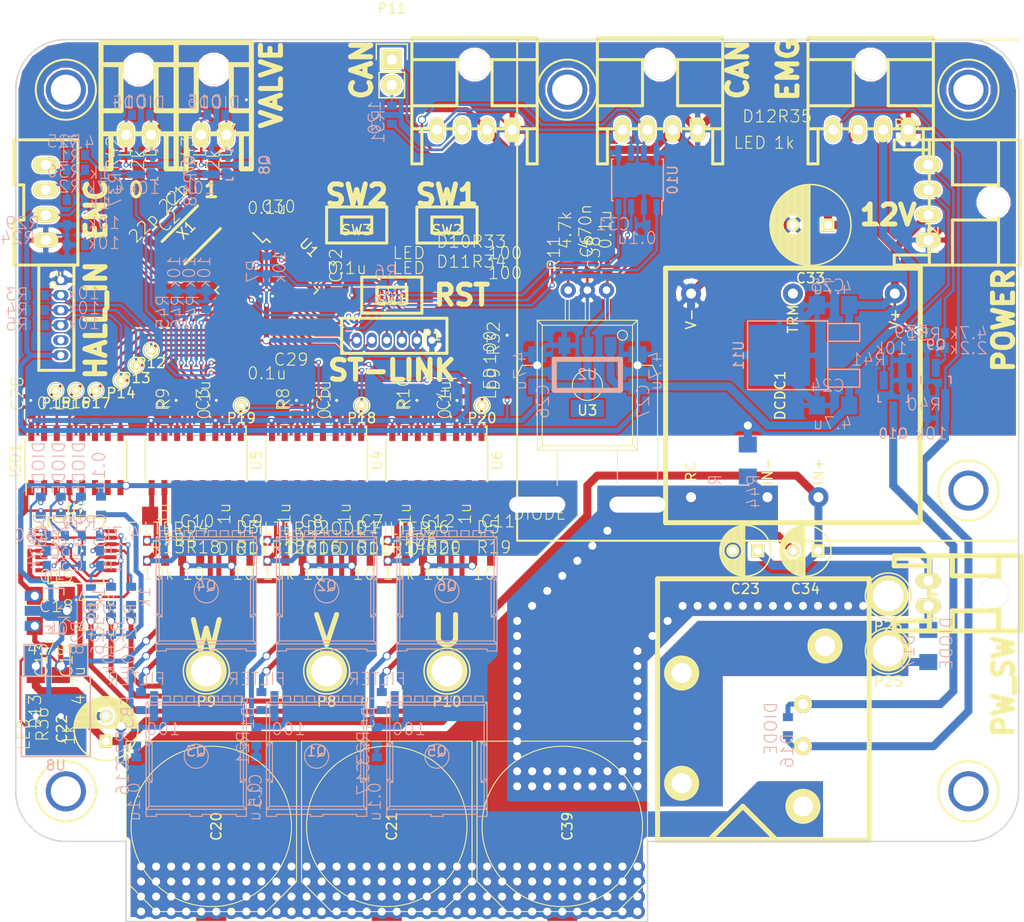
<source format=kicad_pcb>
(kicad_pcb (version 4) (host pcbnew 4.0.6)
  (layers (0 F.Cu signal) (31 B.Cu signal) (34 B.Paste user) (35 F.Paste user) (36 B.SilkS user) (37 F.SilkS user) (38 B.Mask user) (39 F.Mask user) (44 Edge.Cuts user))
  (net 0 "")
  (net 1 GND)
  (net 2 "Net-(C1-Pad2)")
  (net 3 "Net-(C2-Pad2)")
  (net 4 "Net-(C10-Pad1)")
  (net 5 +5V)
  (net 6 "Net-(FB1-Pad1)")
  (net 7 "Net-(FB1-Pad2)")
  (net 8 "Net-(FB2-Pad1)")
  (net 9 "Net-(FB2-Pad2)")
  (net 10 "Net-(FB3-Pad1)")
  (net 11 "Net-(FB3-Pad2)")
  (net 12 "Net-(FB4-Pad1)")
  (net 13 "Net-(FB4-Pad2)")
  (net 14 "Net-(FB5-Pad1)")
  (net 15 "Net-(FB5-Pad2)")
  (net 16 "Net-(FB6-Pad1)")
  (net 17 "Net-(FB6-Pad2)")
  (net 18 +BATT)
  (net 19 +3.3V)
  (net 20 /I_SENSE)
  (net 21 "Net-(C7-Pad1)")
  (net 22 /OUT_U)
  (net 23 "Net-(C8-Pad1)")
  (net 24 GNDPWR)
  (net 25 "Net-(C9-Pad1)")
  (net 26 /OUT_V)
  (net 27 "Net-(C11-Pad1)")
  (net 28 /OUT_W)
  (net 29 "Net-(C12-Pad1)")
  (net 30 /GD_12V)
  (net 31 "Net-(C15-Pad2)")
  (net 32 /PW_5V)
  (net 33 "Net-(D1-Pad2)")
  (net 34 "Net-(D2-Pad2)")
  (net 35 "Net-(D3-Pad2)")
  (net 36 "Net-(D4-Pad2)")
  (net 37 "Net-(D5-Pad2)")
  (net 38 "Net-(D6-Pad2)")
  (net 39 /SWCLK)
  (net 40 /SWDIO)
  (net 41 /USART_TX)
  (net 42 /USART_RX)
  (net 43 /HALL_0)
  (net 44 /HALL_1)
  (net 45 /HALL_2)
  (net 46 +12V)
  (net 47 /CAN_H)
  (net 48 /CAN_L)
  (net 49 /ENC_A)
  (net 50 /ENC_B)
  (net 51 /NRST)
  (net 52 /BOOT0)
  (net 53 "Net-(R8-Pad1)")
  (net 54 "Net-(R9-Pad1)")
  (net 55 "Net-(R10-Pad1)")
  (net 56 "Net-(R11-Pad1)")
  (net 57 /OUT_CENTER)
  (net 58 /PWM_U)
  (net 59 /PWM_V)
  (net 60 /PWM_W)
  (net 61 /COMP_W)
  (net 62 /COMP_V)
  (net 63 /COMP_U)
  (net 64 /CAN_RX)
  (net 65 /CAN_TX)
  (net 66 /EN_U)
  (net 67 /EN_V)
  (net 68 /EN_W)
  (net 69 "Net-(C16-Pad1)")
  (net 70 "Net-(C17-Pad1)")
  (net 71 "Net-(R24-Pad2)")
  (net 72 "Net-(R29-Pad2)")
  (net 73 "Net-(P11-Pad2)")
  (net 74 /SW1)
  (net 75 /SW2)
  (net 76 "Net-(D9-Pad2)")
  (net 77 /LED_A)
  (net 78 "Net-(D10-Pad2)")
  (net 79 /LED_B)
  (net 80 "Net-(D11-Pad2)")
  (net 81 "Net-(D12-Pad2)")
  (net 82 "Net-(D13-Pad2)")
  (net 83 "Net-(D14-Pad2)")
  (net 84 "Net-(D15-Pad2)")
  (net 85 /EMG)
  (net 86 "Net-(D16-Pad2)")
  (net 87 /VALVE_0)
  (net 88 /EMG_OUT)
  (net 89 /POWER_EN)
  (net 90 "Net-(C20-Pad2)")
  (net 91 /PW_PW)
  (net 92 "Net-(D17-Pad1)")
  (net 93 "Net-(D17-Pad2)")
  (net 94 "Net-(D7-Pad2)")
  (net 95 "Net-(D8-Pad2)")
  (net 96 /VALVE_1)
  (net 97 "Net-(D18-Pad2)")
  (net 98 "Net-(D19-Pad2)")
  (net 99 "Net-(D20-Pad2)")
  (net 100 "Net-(R48-Pad1)")
  (net 101 "Net-(R49-Pad1)")
  (net 102 "Net-(R50-Pad1)")
  (net 103 "Net-(C35-Pad2)")
  (net 104 "Net-(C36-Pad2)")
  (net 105 "Net-(C37-Pad2)")
  (module RP_KiCAD_Libs:MGS15 (layer F.Cu) (at 77.5 35.5 270)
    (fp_text reference DCDC1 (at 0 1.27 270) (layer F.SilkS))
    (fp_text value MGS15)
    (fp_text user RC (at 7.62 10.16 270) (layer F.SilkS))
    (fp_text user IN- (at 7.62 2.54 270) (layer F.SilkS))
    (fp_text user IN+ (at 7.62 -2.54 270) (layer F.SilkS))
    (fp_text user V- (at -7.62 10.16 270) (layer F.SilkS))
    (fp_text user TRM (at -7.62 0 270) (layer F.SilkS))
    (fp_text user V+ (at -7.62 -10.16 270) (layer F.SilkS))
    (pad 6 thru_hole circle (at 10.16 -2.54 270) (size 2 2) (drill 1) (layers *.Cu *.Mask) (net 91 /PW_PW))
    (pad 5 thru_hole circle (at 10.16 2.54 270) (size 2 2) (drill 1) (layers *.Cu *.Mask) (net 90 "Net-(C20-Pad2)"))
    (pad 4 thru_hole circle (at 10.16 10.16 270) (size 2 2) (drill 1) (layers *.Cu *.Mask) (net 90 "Net-(C20-Pad2)"))
    (pad 3 thru_hole circle (at -10.16 10.16 270) (size 2 2) (drill 1) (layers *.Cu *.Mask) (net 1 GND))
    (pad 2 thru_hole circle (at -10.16 0 270) (size 2 2) (drill 1) (layers *.Cu *.Mask))
    (pad 1 thru_hole circle (at -10.16 -10.16 270) (size 2 2) (drill 1) (layers *.Cu *.Mask) (net 46 +12V))
  )
  (module RP_KiCAD_Libs:C3216 (layer F.Cu) (at 2 65 270)
    (fp_text reference C13 (at -1.27 -1.27 270) (layer F.SilkS) (effects (font (size 1.2065 1.2065) (thickness 0.1016)) (justify left bottom)))
    (fp_text value 4.7u (at -3.5 1 360) (layer F.SilkS) (effects (font (size 1.2065 1.2065) (thickness 0.1016)) (justify left bottom)))
    (pad 1 smd rect (at -1.6 0 270) (size 1.6 1.8) (layers F.Cu F.Paste F.Mask) (net 91 /PW_PW))
    (pad 2 smd rect (at 1.6 0 270) (size 1.6 1.8) (layers F.Cu F.Paste F.Mask) (net 24 GNDPWR))
  )
  (module RP_KiCAD_Libs:C1608_WP (layer F.Cu) (at 16.5 17 45)
    (fp_text reference C1 (at -0.635 -0.635 45) (layer F.SilkS) (effects (font (size 1.2065 1.2065) (thickness 0.1016)) (justify left bottom)))
    (fp_text value 22p (at -1.414214 -0.707107 45) (layer F.SilkS) (effects (font (size 1.2065 1.2065) (thickness 0.1016)) (justify left bottom)))
    (pad 1 smd rect (at -0.9 0 45) (size 0.8 1) (layers F.Cu F.Paste F.Mask) (net 1 GND))
    (pad 2 smd rect (at 0.9 0 45) (size 0.8 1) (layers F.Cu F.Paste F.Mask) (net 2 "Net-(C1-Pad2)"))
  )
  (module RP_KiCAD_Libs:C1608_WP (layer F.Cu) (at 14 19.5 225)
    (fp_text reference C2 (at -0.635 -0.635 225) (layer F.SilkS) (effects (font (size 1.2065 1.2065) (thickness 0.1016)) (justify left bottom)))
    (fp_text value 22p (at 2.12132 0.707107 225) (layer F.SilkS) (effects (font (size 1.2065 1.2065) (thickness 0.1016)) (justify left bottom)))
    (pad 1 smd rect (at -0.9 0 225) (size 0.8 1) (layers F.Cu F.Paste F.Mask) (net 1 GND))
    (pad 2 smd rect (at 0.9 0 225) (size 0.8 1) (layers F.Cu F.Paste F.Mask) (net 3 "Net-(C2-Pad2)"))
  )
  (module RP_KiCAD_Libs:C1608_WP (layer F.Cu) (at 20 36.5 90)
    (fp_text reference C3 (at -0.635 -0.635 90) (layer F.SilkS) (effects (font (size 1.2065 1.2065) (thickness 0.1016)) (justify left bottom)))
    (fp_text value 0.1u (at -1.5 -0.5 90) (layer F.SilkS) (effects (font (size 1.2065 1.2065) (thickness 0.1016)) (justify left bottom)))
    (pad 1 smd rect (at -0.9 0 90) (size 0.8 1) (layers F.Cu F.Paste F.Mask) (net 19 +3.3V))
    (pad 2 smd rect (at 0.9 0 90) (size 0.8 1) (layers F.Cu F.Paste F.Mask) (net 1 GND))
  )
  (module RP_KiCAD_Libs:C1608_WP (layer F.Cu) (at 44 36.5 90)
    (fp_text reference C4 (at -0.635 -0.635 90) (layer F.SilkS) (effects (font (size 1.2065 1.2065) (thickness 0.1016)) (justify left bottom)))
    (fp_text value 0.1u (at -1.5 -0.5 90) (layer F.SilkS) (effects (font (size 1.2065 1.2065) (thickness 0.1016)) (justify left bottom)))
    (pad 1 smd rect (at -0.9 0 90) (size 0.8 1) (layers F.Cu F.Paste F.Mask) (net 19 +3.3V))
    (pad 2 smd rect (at 0.9 0 90) (size 0.8 1) (layers F.Cu F.Paste F.Mask) (net 1 GND))
  )
  (module RP_KiCAD_Libs:C3216 (layer F.Cu) (at 33 47.5 180)
    (fp_text reference C7 (at -1.27 -1.27 180) (layer F.SilkS) (effects (font (size 1.2065 1.2065) (thickness 0.1016)) (justify left bottom)))
    (fp_text value 1u (at -0.5 -1 270) (layer F.SilkS) (effects (font (size 1.2065 1.2065) (thickness 0.1016)) (justify left bottom)))
    (pad 1 smd rect (at -1.6 0 180) (size 1.6 1.8) (layers F.Cu F.Paste F.Mask) (net 21 "Net-(C7-Pad1)"))
    (pad 2 smd rect (at 1.6 0 180) (size 1.6 1.8) (layers F.Cu F.Paste F.Mask) (net 26 /OUT_V))
  )
  (module RP_KiCAD_Libs:C3216 (layer F.Cu) (at 27 47.5 180)
    (fp_text reference C8 (at -1.27 -1.27 180) (layer F.SilkS) (effects (font (size 1.2065 1.2065) (thickness 0.1016)) (justify left bottom)))
    (fp_text value 1u (at -0.5 -1 270) (layer F.SilkS) (effects (font (size 1.2065 1.2065) (thickness 0.1016)) (justify left bottom)))
    (pad 1 smd rect (at -1.6 0 180) (size 1.6 1.8) (layers F.Cu F.Paste F.Mask) (net 23 "Net-(C8-Pad1)"))
    (pad 2 smd rect (at 1.6 0 180) (size 1.6 1.8) (layers F.Cu F.Paste F.Mask) (net 24 GNDPWR))
  )
  (module RP_KiCAD_Libs:C3216 (layer F.Cu) (at 4.5 65 270)
    (fp_text reference C14 (at -1.27 -1.27 270) (layer F.SilkS) (effects (font (size 1.2065 1.2065) (thickness 0.1016)) (justify left bottom)))
    (fp_text value 4.7u (at 1.5 -2.5 450) (layer F.SilkS) (effects (font (size 1.2065 1.2065) (thickness 0.1016)) (justify left bottom)))
    (pad 1 smd rect (at -1.6 0 270) (size 1.6 1.8) (layers F.Cu F.Paste F.Mask) (net 30 /GD_12V))
    (pad 2 smd rect (at 1.6 0 270) (size 1.6 1.8) (layers F.Cu F.Paste F.Mask) (net 24 GNDPWR))
  )
  (module RP_KiCAD_Libs:C1608_WP (layer B.Cu) (at 36 72.5 270)
    (fp_text reference C17 (at -0.635 0.635 270) (layer B.SilkS) (effects (font (size 1.2065 1.2065) (thickness 0.1016)) (justify left bottom mirror)))
    (fp_text value 0.1u (at 1.5 -0.5 270) (layer B.SilkS) (effects (font (size 1.2065 1.2065) (thickness 0.1016)) (justify left bottom mirror)))
    (pad 1 smd rect (at -0.9 0 270) (size 0.8 1) (layers B.Cu B.Paste B.Mask) (net 70 "Net-(C17-Pad1)"))
    (pad 2 smd rect (at 0.9 0 270) (size 0.8 1) (layers B.Cu B.Paste B.Mask) (net 18 +BATT))
  )
  (module RP_KiCAD_Libs:C3216 (layer F.Cu) (at 3.5 58.5)
    (fp_text reference C18 (at -1.27 -1.27) (layer F.SilkS) (effects (font (size 1.2065 1.2065) (thickness 0.1016)) (justify left bottom)))
    (fp_text value 4.7u (at 2.5 1 180) (layer F.SilkS) (effects (font (size 1.2065 1.2065) (thickness 0.1016)) (justify left bottom)))
    (pad 1 smd rect (at -1.6 0) (size 1.6 1.8) (layers F.Cu F.Paste F.Mask) (net 30 /GD_12V))
    (pad 2 smd rect (at 1.6 0) (size 1.6 1.8) (layers F.Cu F.Paste F.Mask) (net 24 GNDPWR))
  )
  (module RP_KiCAD_Libs:C1608_WP (layer B.Cu) (at 24.5 66 270)
    (fp_text reference FB1 (at -0.635 0.635 270) (layer B.SilkS) (effects (font (size 1.2065 1.2065) (thickness 0.1016)) (justify left bottom mirror)))
    (fp_text value FILTER (at -1.5 -2.5 540) (layer B.SilkS) (effects (font (size 1.2065 1.2065) (thickness 0.1016)) (justify left bottom mirror)))
    (pad 1 smd rect (at -0.9 0 270) (size 0.8 1) (layers B.Cu B.Paste B.Mask) (net 6 "Net-(FB1-Pad1)"))
    (pad 2 smd rect (at 0.9 0 270) (size 0.8 1) (layers B.Cu B.Paste B.Mask) (net 7 "Net-(FB1-Pad2)"))
  )
  (module RP_KiCAD_Libs:C1608_WP (layer F.Cu) (at 26 50 180)
    (fp_text reference FB2 (at -0.635 -0.635 180) (layer F.SilkS) (effects (font (size 1.2065 1.2065) (thickness 0.1016)) (justify left bottom)))
    (fp_text value FILTER (at 3 0.5 180) (layer F.SilkS) (effects (font (size 1.2065 1.2065) (thickness 0.1016)) (justify left bottom)))
    (pad 1 smd rect (at -0.9 0 180) (size 0.8 1) (layers F.Cu F.Paste F.Mask) (net 8 "Net-(FB2-Pad1)"))
    (pad 2 smd rect (at 0.9 0 180) (size 0.8 1) (layers F.Cu F.Paste F.Mask) (net 9 "Net-(FB2-Pad2)"))
  )
  (module RP_KiCAD_Libs:C1608_WP (layer B.Cu) (at 12.5 66 270)
    (fp_text reference FB3 (at -0.635 0.635 270) (layer B.SilkS) (effects (font (size 1.2065 1.2065) (thickness 0.1016)) (justify left bottom mirror)))
    (fp_text value FILTER (at -1.5 -2.5 360) (layer B.SilkS) (effects (font (size 1.2065 1.2065) (thickness 0.1016)) (justify left bottom mirror)))
    (pad 1 smd rect (at -0.9 0 270) (size 0.8 1) (layers B.Cu B.Paste B.Mask) (net 10 "Net-(FB3-Pad1)"))
    (pad 2 smd rect (at 0.9 0 270) (size 0.8 1) (layers B.Cu B.Paste B.Mask) (net 11 "Net-(FB3-Pad2)"))
  )
  (module RP_KiCAD_Libs:C1608_WP (layer F.Cu) (at 14 50 180)
    (fp_text reference FB4 (at -0.635 -0.635 180) (layer F.SilkS) (effects (font (size 1.2065 1.2065) (thickness 0.1016)) (justify left bottom)))
    (fp_text value FILTER (at 3 0.5 180) (layer F.SilkS) (effects (font (size 1.2065 1.2065) (thickness 0.1016)) (justify left bottom)))
    (pad 1 smd rect (at -0.9 0 180) (size 0.8 1) (layers F.Cu F.Paste F.Mask) (net 12 "Net-(FB4-Pad1)"))
    (pad 2 smd rect (at 0.9 0 180) (size 0.8 1) (layers F.Cu F.Paste F.Mask) (net 13 "Net-(FB4-Pad2)"))
  )
  (module RP_KiCAD_Libs:C1608_WP (layer B.Cu) (at 36.5 66 270)
    (fp_text reference FB5 (at -0.635 0.635 270) (layer B.SilkS) (effects (font (size 1.2065 1.2065) (thickness 0.1016)) (justify left bottom mirror)))
    (fp_text value FILTER (at -1.5 -2.5 360) (layer B.SilkS) (effects (font (size 1.2065 1.2065) (thickness 0.1016)) (justify left bottom mirror)))
    (pad 1 smd rect (at -0.9 0 270) (size 0.8 1) (layers B.Cu B.Paste B.Mask) (net 14 "Net-(FB5-Pad1)"))
    (pad 2 smd rect (at 0.9 0 270) (size 0.8 1) (layers B.Cu B.Paste B.Mask) (net 15 "Net-(FB5-Pad2)"))
  )
  (module RP_KiCAD_Libs:C1608_WP (layer F.Cu) (at 38 50 180)
    (fp_text reference FB6 (at -0.635 -0.635 180) (layer F.SilkS) (effects (font (size 1.2065 1.2065) (thickness 0.1016)) (justify left bottom)))
    (fp_text value FILTER (at 2.5 0.5 180) (layer F.SilkS) (effects (font (size 1.2065 1.2065) (thickness 0.1016)) (justify left bottom)))
    (pad 1 smd rect (at -0.9 0 180) (size 0.8 1) (layers F.Cu F.Paste F.Mask) (net 16 "Net-(FB6-Pad1)"))
    (pad 2 smd rect (at 0.9 0 180) (size 0.8 1) (layers F.Cu F.Paste F.Mask) (net 17 "Net-(FB6-Pad2)"))
  )
  (module RP_KiCAD_Libs:C1608_WP (layer B.Cu) (at 6 13 180)
    (fp_text reference R1 (at -0.635 0.635 180) (layer B.SilkS) (effects (font (size 1.2065 1.2065) (thickness 0.1016)) (justify left bottom mirror)))
    (fp_text value 1k (at -3.5 -1 180) (layer B.SilkS) (effects (font (size 1.2065 1.2065) (thickness 0.1016)) (justify left bottom mirror)))
    (pad 1 smd rect (at -0.9 0 180) (size 0.8 1) (layers B.Cu B.Paste B.Mask) (net 5 +5V))
    (pad 2 smd rect (at 0.9 0 180) (size 0.8 1) (layers B.Cu B.Paste B.Mask) (net 50 /ENC_B))
  )
  (module RP_KiCAD_Libs:C1608_WP (layer B.Cu) (at 6 16 180)
    (fp_text reference R2 (at -0.635 0.635 180) (layer B.SilkS) (effects (font (size 1.2065 1.2065) (thickness 0.1016)) (justify left bottom mirror)))
    (fp_text value 1k (at -3.5 -1 180) (layer B.SilkS) (effects (font (size 1.2065 1.2065) (thickness 0.1016)) (justify left bottom mirror)))
    (pad 1 smd rect (at -0.9 0 180) (size 0.8 1) (layers B.Cu B.Paste B.Mask) (net 5 +5V))
    (pad 2 smd rect (at 0.9 0 180) (size 0.8 1) (layers B.Cu B.Paste B.Mask) (net 49 /ENC_A))
  )
  (module RP_KiCAD_Libs:C1608_WP (layer B.Cu) (at 2 25.5)
    (fp_text reference R3 (at -0.635 0.635) (layer B.SilkS) (effects (font (size 1.2065 1.2065) (thickness 0.1016)) (justify left bottom mirror)))
    (fp_text value 10k (at 6.5 0.5) (layer B.SilkS) (effects (font (size 1.2065 1.2065) (thickness 0.1016)) (justify left bottom mirror)))
    (pad 1 smd rect (at -0.9 0) (size 0.8 1) (layers B.Cu B.Paste B.Mask) (net 5 +5V))
    (pad 2 smd rect (at 0.9 0) (size 0.8 1) (layers B.Cu B.Paste B.Mask) (net 43 /HALL_0))
  )
  (module RP_KiCAD_Libs:C1608_WP (layer B.Cu) (at 2 27)
    (fp_text reference R4 (at -0.635 0.635) (layer B.SilkS) (effects (font (size 1.2065 1.2065) (thickness 0.1016)) (justify left bottom mirror)))
    (fp_text value 10k (at 6.5 0.5) (layer B.SilkS) (effects (font (size 1.2065 1.2065) (thickness 0.1016)) (justify left bottom mirror)))
    (pad 1 smd rect (at -0.9 0) (size 0.8 1) (layers B.Cu B.Paste B.Mask) (net 5 +5V))
    (pad 2 smd rect (at 0.9 0) (size 0.8 1) (layers B.Cu B.Paste B.Mask) (net 44 /HALL_1))
  )
  (module RP_KiCAD_Libs:C1608_WP (layer B.Cu) (at 2 28.5)
    (fp_text reference R5 (at -0.635 0.635) (layer B.SilkS) (effects (font (size 1.2065 1.2065) (thickness 0.1016)) (justify left bottom mirror)))
    (fp_text value 10k (at 6.5 0.5) (layer B.SilkS) (effects (font (size 1.2065 1.2065) (thickness 0.1016)) (justify left bottom mirror)))
    (pad 1 smd rect (at -0.9 0) (size 0.8 1) (layers B.Cu B.Paste B.Mask) (net 5 +5V))
    (pad 2 smd rect (at 0.9 0) (size 0.8 1) (layers B.Cu B.Paste B.Mask) (net 45 /HALL_2))
  )
  (module RP_KiCAD_Libs:C1608_WP (layer B.Cu) (at 37.5 24.5 180)
    (fp_text reference R6 (at -0.635 0.635 180) (layer B.SilkS) (effects (font (size 1.2065 1.2065) (thickness 0.1016)) (justify left bottom mirror)))
    (fp_text value 10k (at -1.5 -2 180) (layer B.SilkS) (effects (font (size 1.2065 1.2065) (thickness 0.1016)) (justify left bottom mirror)))
    (pad 1 smd rect (at -0.9 0 180) (size 0.8 1) (layers B.Cu B.Paste B.Mask) (net 19 +3.3V))
    (pad 2 smd rect (at 0.9 0 180) (size 0.8 1) (layers B.Cu B.Paste B.Mask) (net 51 /NRST))
  )
  (module RP_KiCAD_Libs:C1608_WP (layer B.Cu) (at 25 22.5 270)
    (fp_text reference R7 (at -0.635 0.635 270) (layer B.SilkS) (effects (font (size 1.2065 1.2065) (thickness 0.1016)) (justify left bottom mirror)))
    (fp_text value 10k (at -1.5 -2 270) (layer B.SilkS) (effects (font (size 1.2065 1.2065) (thickness 0.1016)) (justify left bottom mirror)))
    (pad 1 smd rect (at -0.9 0 270) (size 0.8 1) (layers B.Cu B.Paste B.Mask) (net 52 /BOOT0))
    (pad 2 smd rect (at 0.9 0 270) (size 0.8 1) (layers B.Cu B.Paste B.Mask) (net 1 GND))
  )
  (module RP_KiCAD_Libs:C1608_WP (layer F.Cu) (at 28 36.5 90)
    (fp_text reference R8 (at -0.635 -0.635 90) (layer F.SilkS) (effects (font (size 1.2065 1.2065) (thickness 0.1016)) (justify left bottom)))
    (fp_text value R (at -0.5 -0.5 90) (layer F.SilkS) (effects (font (size 1.2065 1.2065) (thickness 0.1016)) (justify left bottom)))
    (pad 1 smd rect (at -0.9 0 90) (size 0.8 1) (layers F.Cu F.Paste F.Mask) (net 53 "Net-(R8-Pad1)"))
    (pad 2 smd rect (at 0.9 0 90) (size 0.8 1) (layers F.Cu F.Paste F.Mask) (net 1 GND))
  )
  (module RP_KiCAD_Libs:C1608_WP (layer F.Cu) (at 16 36.5 90)
    (fp_text reference R9 (at -0.635 -0.635 90) (layer F.SilkS) (effects (font (size 1.2065 1.2065) (thickness 0.1016)) (justify left bottom)))
    (fp_text value R (at -0.5 -0.5 90) (layer F.SilkS) (effects (font (size 1.2065 1.2065) (thickness 0.1016)) (justify left bottom)))
    (pad 1 smd rect (at -0.9 0 90) (size 0.8 1) (layers F.Cu F.Paste F.Mask) (net 54 "Net-(R9-Pad1)"))
    (pad 2 smd rect (at 0.9 0 90) (size 0.8 1) (layers F.Cu F.Paste F.Mask) (net 1 GND))
  )
  (module RP_KiCAD_Libs:C1608_WP (layer F.Cu) (at 40 36.5 90)
    (fp_text reference R10 (at -0.635 -0.635 90) (layer F.SilkS) (effects (font (size 1.2065 1.2065) (thickness 0.1016)) (justify left bottom)))
    (fp_text value R (at -0.5 -0.5 90) (layer F.SilkS) (effects (font (size 1.2065 1.2065) (thickness 0.1016)) (justify left bottom)))
    (pad 1 smd rect (at -0.9 0 90) (size 0.8 1) (layers F.Cu F.Paste F.Mask) (net 55 "Net-(R10-Pad1)"))
    (pad 2 smd rect (at 0.9 0 90) (size 0.8 1) (layers F.Cu F.Paste F.Mask) (net 1 GND))
  )
  (module RP_KiCAD_Libs:C1608_WP (layer F.Cu) (at 55 22.5 90)
    (fp_text reference R11 (at -0.635 -0.635 90) (layer F.SilkS) (effects (font (size 1.2065 1.2065) (thickness 0.1016)) (justify left bottom)))
    (fp_text value 4.7k (at 1.5 0.5 90) (layer F.SilkS) (effects (font (size 1.2065 1.2065) (thickness 0.1016)) (justify left bottom)))
    (pad 1 smd rect (at -0.9 0 90) (size 0.8 1) (layers F.Cu F.Paste F.Mask) (net 56 "Net-(R11-Pad1)"))
    (pad 2 smd rect (at 0.9 0 90) (size 0.8 1) (layers F.Cu F.Paste F.Mask) (net 20 /I_SENSE))
  )
  (module RP_KiCAD_Libs:C1608_WP (layer F.Cu) (at 26 52)
    (fp_text reference R12 (at -0.635 -0.635) (layer F.SilkS) (effects (font (size 1.2065 1.2065) (thickness 0.1016)) (justify left bottom)))
    (fp_text value 10k (at -1.5 2) (layer F.SilkS) (effects (font (size 1.2065 1.2065) (thickness 0.1016)) (justify left bottom)))
    (pad 1 smd rect (at -0.9 0) (size 0.8 1) (layers F.Cu F.Paste F.Mask) (net 24 GNDPWR))
    (pad 2 smd rect (at 0.9 0) (size 0.8 1) (layers F.Cu F.Paste F.Mask) (net 8 "Net-(FB2-Pad1)"))
  )
  (module Crystals:ABM3_2pads (layer F.Cu) (at 17.5 19.5 225)
    (fp_text reference X1 (at 0 0.7 225) (layer F.SilkS))
    (fp_text value CRYSTAL)
    (pad 1 smd rect (at -2.2 0 225) (size 1.8 2.6) (layers F.Cu F.Paste F.Mask) (net 2 "Net-(C1-Pad2)"))
    (pad 2 smd rect (at 2.2 0 225) (size 1.8 2.6) (layers F.Cu F.Paste F.Mask) (net 3 "Net-(C2-Pad2)"))
  )
  (module RP_KiCAD_Libs:C1608_WP (layer F.Cu) (at 14 52)
    (fp_text reference R13 (at -0.635 -0.635) (layer F.SilkS) (effects (font (size 1.2065 1.2065) (thickness 0.1016)) (justify left bottom)))
    (fp_text value 10k (at -1.5 2) (layer F.SilkS) (effects (font (size 1.2065 1.2065) (thickness 0.1016)) (justify left bottom)))
    (pad 1 smd rect (at -0.9 0) (size 0.8 1) (layers F.Cu F.Paste F.Mask) (net 24 GNDPWR))
    (pad 2 smd rect (at 0.9 0) (size 0.8 1) (layers F.Cu F.Paste F.Mask) (net 12 "Net-(FB4-Pad1)"))
  )
  (module RP_KiCAD_Libs:C1608_WP (layer F.Cu) (at 38 52)
    (fp_text reference R14 (at -0.635 -0.635) (layer F.SilkS) (effects (font (size 1.2065 1.2065) (thickness 0.1016)) (justify left bottom)))
    (fp_text value 10k (at -1.5 2) (layer F.SilkS) (effects (font (size 1.2065 1.2065) (thickness 0.1016)) (justify left bottom)))
    (pad 1 smd rect (at -0.9 0) (size 0.8 1) (layers F.Cu F.Paste F.Mask) (net 24 GNDPWR))
    (pad 2 smd rect (at 0.9 0) (size 0.8 1) (layers F.Cu F.Paste F.Mask) (net 16 "Net-(FB6-Pad1)"))
  )
  (module RP_KiCAD_Libs:C1608_WP (layer B.Cu) (at 24 72.5 90)
    (fp_text reference C15 (at -0.635 0.635 90) (layer B.SilkS) (effects (font (size 1.2065 1.2065) (thickness 0.1016)) (justify left bottom mirror)))
    (fp_text value 0.1u (at -1.5 0.5 90) (layer B.SilkS) (effects (font (size 1.2065 1.2065) (thickness 0.1016)) (justify left bottom mirror)))
    (pad 1 smd rect (at -0.9 0 90) (size 0.8 1) (layers B.Cu B.Paste B.Mask) (net 18 +BATT))
    (pad 2 smd rect (at 0.9 0 90) (size 0.8 1) (layers B.Cu B.Paste B.Mask) (net 31 "Net-(C15-Pad2)"))
  )
  (module RP_KiCAD_Libs:C1608_WP (layer B.Cu) (at 12 72.5 270)
    (fp_text reference C16 (at -0.635 0.635 270) (layer B.SilkS) (effects (font (size 1.2065 1.2065) (thickness 0.1016)) (justify left bottom mirror)))
    (fp_text value 0.1u (at 1.5 -0.5 270) (layer B.SilkS) (effects (font (size 1.2065 1.2065) (thickness 0.1016)) (justify left bottom mirror)))
    (pad 1 smd rect (at -0.9 0 270) (size 0.8 1) (layers B.Cu B.Paste B.Mask) (net 69 "Net-(C16-Pad1)"))
    (pad 2 smd rect (at 0.9 0 270) (size 0.8 1) (layers B.Cu B.Paste B.Mask) (net 18 +BATT))
  )
  (module RP_KiCAD_Libs:C1608_WP (layer F.Cu) (at 32 36.5 90)
    (fp_text reference C5 (at -0.635 -0.635 90) (layer F.SilkS) (effects (font (size 1.2065 1.2065) (thickness 0.1016)) (justify left bottom)))
    (fp_text value 0.1u (at -1.5 -0.5 90) (layer F.SilkS) (effects (font (size 1.2065 1.2065) (thickness 0.1016)) (justify left bottom)))
    (pad 1 smd rect (at -0.9 0 90) (size 0.8 1) (layers F.Cu F.Paste F.Mask) (net 19 +3.3V))
    (pad 2 smd rect (at 0.9 0 90) (size 0.8 1) (layers F.Cu F.Paste F.Mask) (net 1 GND))
  )
  (module RP_KiCAD_Libs:C1608_WP (layer F.Cu) (at 57 22.5 270)
    (fp_text reference C6 (at -0.635 -0.635 270) (layer F.SilkS) (effects (font (size 1.2065 1.2065) (thickness 0.1016)) (justify left bottom)))
    (fp_text value 470n (at -1.5 -0.5 270) (layer F.SilkS) (effects (font (size 1.2065 1.2065) (thickness 0.1016)) (justify left bottom)))
    (pad 1 smd rect (at -0.9 0 270) (size 0.8 1) (layers F.Cu F.Paste F.Mask) (net 20 /I_SENSE))
    (pad 2 smd rect (at 0.9 0 270) (size 0.8 1) (layers F.Cu F.Paste F.Mask) (net 1 GND))
  )
  (module RP_KiCAD_Libs:C3216 (layer F.Cu) (at 21 47.5 180)
    (fp_text reference C9 (at -1.27 -1.27 180) (layer F.SilkS) (effects (font (size 1.2065 1.2065) (thickness 0.1016)) (justify left bottom)))
    (fp_text value 1u (at -0.5 -1 270) (layer F.SilkS) (effects (font (size 1.2065 1.2065) (thickness 0.1016)) (justify left bottom)))
    (pad 1 smd rect (at -1.6 0 180) (size 1.6 1.8) (layers F.Cu F.Paste F.Mask) (net 25 "Net-(C9-Pad1)"))
    (pad 2 smd rect (at 1.6 0 180) (size 1.6 1.8) (layers F.Cu F.Paste F.Mask) (net 28 /OUT_W))
  )
  (module RP_KiCAD_Libs:C3216 (layer F.Cu) (at 15 47.5 180)
    (fp_text reference C10 (at -1.27 -1.27 180) (layer F.SilkS) (effects (font (size 1.2065 1.2065) (thickness 0.1016)) (justify left bottom)))
    (fp_text value 1u (at -0.5 -1 270) (layer F.SilkS) (effects (font (size 1.2065 1.2065) (thickness 0.1016)) (justify left bottom)))
    (pad 1 smd rect (at -1.6 0 180) (size 1.6 1.8) (layers F.Cu F.Paste F.Mask) (net 4 "Net-(C10-Pad1)"))
    (pad 2 smd rect (at 1.6 0 180) (size 1.6 1.8) (layers F.Cu F.Paste F.Mask) (net 24 GNDPWR))
  )
  (module RP_KiCAD_Libs:C3216 (layer F.Cu) (at 45 47.5 180)
    (fp_text reference C11 (at -1.27 -1.27 180) (layer F.SilkS) (effects (font (size 1.2065 1.2065) (thickness 0.1016)) (justify left bottom)))
    (fp_text value 1u (at -0.5 -1 270) (layer F.SilkS) (effects (font (size 1.2065 1.2065) (thickness 0.1016)) (justify left bottom)))
    (pad 1 smd rect (at -1.6 0 180) (size 1.6 1.8) (layers F.Cu F.Paste F.Mask) (net 27 "Net-(C11-Pad1)"))
    (pad 2 smd rect (at 1.6 0 180) (size 1.6 1.8) (layers F.Cu F.Paste F.Mask) (net 22 /OUT_U))
  )
  (module RP_KiCAD_Libs:C3216 (layer F.Cu) (at 39 47.5 180)
    (fp_text reference C12 (at -1.27 -1.27 180) (layer F.SilkS) (effects (font (size 1.2065 1.2065) (thickness 0.1016)) (justify left bottom)))
    (fp_text value 1u (at -0.5 -1 270) (layer F.SilkS) (effects (font (size 1.2065 1.2065) (thickness 0.1016)) (justify left bottom)))
    (pad 1 smd rect (at -1.6 0 180) (size 1.6 1.8) (layers F.Cu F.Paste F.Mask) (net 29 "Net-(C12-Pad1)"))
    (pad 2 smd rect (at 1.6 0 180) (size 1.6 1.8) (layers F.Cu F.Paste F.Mask) (net 24 GNDPWR))
  )
  (module RP_KiCAD_Libs:C3216 (layer F.Cu) (at 3.5 55.5)
    (fp_text reference C19 (at -1.27 -1.27) (layer F.SilkS) (effects (font (size 1.2065 1.2065) (thickness 0.1016)) (justify left bottom)))
    (fp_text value 4.7u (at 2.5 1 180) (layer F.SilkS) (effects (font (size 1.2065 1.2065) (thickness 0.1016)) (justify left bottom)))
    (pad 1 smd rect (at -1.6 0) (size 1.6 1.8) (layers F.Cu F.Paste F.Mask) (net 32 /PW_5V))
    (pad 2 smd rect (at 1.6 0) (size 1.6 1.8) (layers F.Cu F.Paste F.Mask) (net 24 GNDPWR))
  )
  (module RP_KiCAD_Libs:C1608_WP (layer F.Cu) (at 34.5 50)
    (fp_text reference D1 (at -0.635 -0.635) (layer F.SilkS) (effects (font (size 1.2065 1.2065) (thickness 0.1016)) (justify left bottom)))
    (fp_text value DIODE (at -5 -0.5) (layer F.SilkS) (effects (font (size 1.2065 1.2065) (thickness 0.1016)) (justify left bottom)))
    (pad 1 smd rect (at -0.9 0) (size 0.8 1) (layers F.Cu F.Paste F.Mask) (net 21 "Net-(C7-Pad1)"))
    (pad 2 smd rect (at 0.9 0) (size 0.8 1) (layers F.Cu F.Paste F.Mask) (net 33 "Net-(D1-Pad2)"))
  )
  (module RP_KiCAD_Libs:C1608_WP (layer F.Cu) (at 29.5 50)
    (fp_text reference D2 (at -0.635 -0.635) (layer F.SilkS) (effects (font (size 1.2065 1.2065) (thickness 0.1016)) (justify left bottom)))
    (fp_text value DIODE (at -2.5 1.5) (layer F.SilkS) (effects (font (size 1.2065 1.2065) (thickness 0.1016)) (justify left bottom)))
    (pad 1 smd rect (at -0.9 0) (size 0.8 1) (layers F.Cu F.Paste F.Mask) (net 23 "Net-(C8-Pad1)"))
    (pad 2 smd rect (at 0.9 0) (size 0.8 1) (layers F.Cu F.Paste F.Mask) (net 34 "Net-(D2-Pad2)"))
  )
  (module RP_KiCAD_Libs:C1608_WP (layer F.Cu) (at 22.5 50)
    (fp_text reference D3 (at -0.635 -0.635) (layer F.SilkS) (effects (font (size 1.2065 1.2065) (thickness 0.1016)) (justify left bottom)))
    (fp_text value DIODE (at 9.5 1.5) (layer F.SilkS) (effects (font (size 1.2065 1.2065) (thickness 0.1016)) (justify left bottom)))
    (pad 1 smd rect (at -0.9 0) (size 0.8 1) (layers F.Cu F.Paste F.Mask) (net 25 "Net-(C9-Pad1)"))
    (pad 2 smd rect (at 0.9 0) (size 0.8 1) (layers F.Cu F.Paste F.Mask) (net 35 "Net-(D3-Pad2)"))
  )
  (module RP_KiCAD_Libs:C1608_WP (layer F.Cu) (at 17.5 50)
    (fp_text reference D4 (at -0.635 -0.635) (layer F.SilkS) (effects (font (size 1.2065 1.2065) (thickness 0.1016)) (justify left bottom)))
    (fp_text value DIODE (at 2.5 1.5) (layer F.SilkS) (effects (font (size 1.2065 1.2065) (thickness 0.1016)) (justify left bottom)))
    (pad 1 smd rect (at -0.9 0) (size 0.8 1) (layers F.Cu F.Paste F.Mask) (net 4 "Net-(C10-Pad1)"))
    (pad 2 smd rect (at 0.9 0) (size 0.8 1) (layers F.Cu F.Paste F.Mask) (net 36 "Net-(D4-Pad2)"))
  )
  (module RP_KiCAD_Libs:C1608_WP (layer F.Cu) (at 46.5 50)
    (fp_text reference D5 (at -0.635 -0.635) (layer F.SilkS) (effects (font (size 1.2065 1.2065) (thickness 0.1016)) (justify left bottom)))
    (fp_text value DIODE (at 3 -2) (layer F.SilkS) (effects (font (size 1.2065 1.2065) (thickness 0.1016)) (justify left bottom)))
    (pad 1 smd rect (at -0.9 0) (size 0.8 1) (layers F.Cu F.Paste F.Mask) (net 27 "Net-(C11-Pad1)"))
    (pad 2 smd rect (at 0.9 0) (size 0.8 1) (layers F.Cu F.Paste F.Mask) (net 37 "Net-(D5-Pad2)"))
  )
  (module RP_KiCAD_Libs:C1608_WP (layer F.Cu) (at 41.5 50)
    (fp_text reference D6 (at -0.635 -0.635) (layer F.SilkS) (effects (font (size 1.2065 1.2065) (thickness 0.1016)) (justify left bottom)))
    (fp_text value DIODE (at -2.5 1.5) (layer F.SilkS) (effects (font (size 1.2065 1.2065) (thickness 0.1016)) (justify left bottom)))
    (pad 1 smd rect (at -0.9 0) (size 0.8 1) (layers F.Cu F.Paste F.Mask) (net 29 "Net-(C12-Pad1)"))
    (pad 2 smd rect (at 0.9 0) (size 0.8 1) (layers F.Cu F.Paste F.Mask) (net 38 "Net-(D6-Pad2)"))
  )
  (module Housings_SOIC:SOIC-16_3.9x9.9mm_Pitch1.27mm (layer F.Cu) (at 6 42 90)
    (fp_text reference ISO1 (at 0 -6 90) (layer F.SilkS))
    (fp_text value Si866x)
    (pad 1 smd rect (at -2.7 -4.445 90) (size 1.5 0.6) (layers F.Cu F.Paste F.Mask) (net 32 /PW_5V))
    (pad 2 smd rect (at -2.7 -3.175 90) (size 1.5 0.6) (layers F.Cu F.Paste F.Mask) (net 97 "Net-(D18-Pad2)"))
    (pad 3 smd rect (at -2.7 -1.905 90) (size 1.5 0.6) (layers F.Cu F.Paste F.Mask) (net 99 "Net-(D20-Pad2)"))
    (pad 4 smd rect (at -2.7 -0.635 90) (size 1.5 0.6) (layers F.Cu F.Paste F.Mask) (net 98 "Net-(D19-Pad2)"))
    (pad 5 smd rect (at -2.7 0.635 90) (size 1.5 0.6) (layers F.Cu F.Paste F.Mask))
    (pad 6 smd rect (at -2.7 1.905 90) (size 1.5 0.6) (layers F.Cu F.Paste F.Mask))
    (pad 7 smd rect (at -2.7 3.175 90) (size 1.5 0.6) (layers F.Cu F.Paste F.Mask))
    (pad 8 smd rect (at -2.7 4.445 90) (size 1.5 0.6) (layers F.Cu F.Paste F.Mask) (net 24 GNDPWR))
    (pad 9 smd rect (at 2.7 4.445 90) (size 1.5 0.6) (layers F.Cu F.Paste F.Mask) (net 1 GND))
    (pad 10 smd rect (at 2.7 3.175 90) (size 1.5 0.6) (layers F.Cu F.Paste F.Mask))
    (pad 11 smd rect (at 2.7 1.905 90) (size 1.5 0.6) (layers F.Cu F.Paste F.Mask))
    (pad 12 smd rect (at 2.7 0.635 90) (size 1.5 0.6) (layers F.Cu F.Paste F.Mask))
    (pad 13 smd rect (at 2.7 -0.635 90) (size 1.5 0.6) (layers F.Cu F.Paste F.Mask) (net 61 /COMP_W))
    (pad 14 smd rect (at 2.7 -1.905 90) (size 1.5 0.6) (layers F.Cu F.Paste F.Mask) (net 62 /COMP_V))
    (pad 15 smd rect (at 2.7 -3.175 90) (size 1.5 0.6) (layers F.Cu F.Paste F.Mask) (net 63 /COMP_U))
    (pad 16 smd rect (at 2.7 -4.445 90) (size 1.5 0.6) (layers F.Cu F.Paste F.Mask) (net 19 +3.3V))
  )
  (module RP_KiCAD_Connector:ZH_6T (layer F.Cu) (at 41.5 30 180)
    (fp_text reference P1 (at 0 0.5 180) (layer F.SilkS))
    (fp_text value CONN_01X06)
    (pad 1 thru_hole oval (at 0 0 180) (size 1 1.524) (drill 0.7) (layers *.Cu *.Mask) (net 1 GND))
    (pad 2 thru_hole oval (at 1.5 0 180) (size 1 1.524) (drill 0.7) (layers *.Cu *.Mask) (net 19 +3.3V))
    (pad 3 thru_hole oval (at 3 0 180) (size 1 1.524) (drill 0.7) (layers *.Cu *.Mask) (net 39 /SWCLK))
    (pad 4 thru_hole oval (at 4.5 0 180) (size 1 1.524) (drill 0.7) (layers *.Cu *.Mask) (net 40 /SWDIO))
    (pad 5 thru_hole oval (at 6 0 180) (size 1 1.524) (drill 0.7) (layers *.Cu *.Mask) (net 41 /USART_TX))
    (pad 6 thru_hole oval (at 7.5 0 180) (size 1 1.524) (drill 0.7) (layers *.Cu *.Mask) (net 42 /USART_RX))
  )
  (module RP_KiCAD_Connector:ZH_6T (layer F.Cu) (at 4.5 24 270)
    (fp_text reference P2 (at 0 0.5 270) (layer F.SilkS))
    (fp_text value CONN_01X06)
    (pad 1 thru_hole oval (at 0 0 270) (size 1 1.524) (drill 0.7) (layers *.Cu *.Mask) (net 1 GND))
    (pad 2 thru_hole oval (at 1.5 0 270) (size 1 1.524) (drill 0.7) (layers *.Cu *.Mask) (net 43 /HALL_0))
    (pad 3 thru_hole oval (at 3 0 270) (size 1 1.524) (drill 0.7) (layers *.Cu *.Mask) (net 44 /HALL_1))
    (pad 4 thru_hole oval (at 4.5 0 270) (size 1 1.524) (drill 0.7) (layers *.Cu *.Mask) (net 45 /HALL_2))
    (pad 5 thru_hole oval (at 6 0 270) (size 1 1.524) (drill 0.7) (layers *.Cu *.Mask))
    (pad 6 thru_hole oval (at 7.5 0 270) (size 1 1.524) (drill 0.7) (layers *.Cu *.Mask) (net 5 +5V))
  )
  (module Connect:1pin (layer F.Cu) (at 31 63 180)
    (fp_text reference P8 (at 0 -3.048 180) (layer F.SilkS))
    (fp_text value CONN_01X01)
    (pad 1 thru_hole circle (at 0 0 180) (size 4.064 4.064) (drill 3.048) (layers *.Cu *.Mask F.SilkS) (net 26 /OUT_V))
  )
  (module Connect:1pin (layer F.Cu) (at 19 63 180)
    (fp_text reference P9 (at 0 -3.048 180) (layer F.SilkS))
    (fp_text value CONN_01X01)
    (pad 1 thru_hole circle (at 0 0 180) (size 4.064 4.064) (drill 3.048) (layers *.Cu *.Mask F.SilkS) (net 28 /OUT_W))
  )
  (module Connect:1pin (layer F.Cu) (at 43 63 180)
    (fp_text reference P10 (at 0 -3.048 180) (layer F.SilkS))
    (fp_text value CONN_01X01)
    (pad 1 thru_hole circle (at 0 0 180) (size 4.064 4.064) (drill 3.048) (layers *.Cu *.Mask F.SilkS) (net 22 /OUT_U))
  )
  (module RP_KiCAD_Libs:C1608_WP (layer F.Cu) (at 34.5 52)
    (fp_text reference R15 (at -0.635 -0.635) (layer F.SilkS) (effects (font (size 1.2065 1.2065) (thickness 0.1016)) (justify left bottom)))
    (fp_text value 10 (at -1 2) (layer F.SilkS) (effects (font (size 1.2065 1.2065) (thickness 0.1016)) (justify left bottom)))
    (pad 1 smd rect (at -0.9 0) (size 0.8 1) (layers F.Cu F.Paste F.Mask) (net 30 /GD_12V))
    (pad 2 smd rect (at 0.9 0) (size 0.8 1) (layers F.Cu F.Paste F.Mask) (net 33 "Net-(D1-Pad2)"))
  )
  (module RP_KiCAD_Libs:C1608_WP (layer F.Cu) (at 29.5 52)
    (fp_text reference R16 (at -0.635 -0.635) (layer F.SilkS) (effects (font (size 1.2065 1.2065) (thickness 0.1016)) (justify left bottom)))
    (fp_text value 10 (at -1 2) (layer F.SilkS) (effects (font (size 1.2065 1.2065) (thickness 0.1016)) (justify left bottom)))
    (pad 1 smd rect (at -0.9 0) (size 0.8 1) (layers F.Cu F.Paste F.Mask) (net 30 /GD_12V))
    (pad 2 smd rect (at 0.9 0) (size 0.8 1) (layers F.Cu F.Paste F.Mask) (net 34 "Net-(D2-Pad2)"))
  )
  (module RP_KiCAD_Libs:C1608_WP (layer F.Cu) (at 22.5 52)
    (fp_text reference R17 (at -0.635 -0.635) (layer F.SilkS) (effects (font (size 1.2065 1.2065) (thickness 0.1016)) (justify left bottom)))
    (fp_text value 10 (at -1 2) (layer F.SilkS) (effects (font (size 1.2065 1.2065) (thickness 0.1016)) (justify left bottom)))
    (pad 1 smd rect (at -0.9 0) (size 0.8 1) (layers F.Cu F.Paste F.Mask) (net 30 /GD_12V))
    (pad 2 smd rect (at 0.9 0) (size 0.8 1) (layers F.Cu F.Paste F.Mask) (net 35 "Net-(D3-Pad2)"))
  )
  (module RP_KiCAD_Libs:C1608_WP (layer F.Cu) (at 17.5 52)
    (fp_text reference R18 (at -0.635 -0.635) (layer F.SilkS) (effects (font (size 1.2065 1.2065) (thickness 0.1016)) (justify left bottom)))
    (fp_text value 10 (at -1 2) (layer F.SilkS) (effects (font (size 1.2065 1.2065) (thickness 0.1016)) (justify left bottom)))
    (pad 1 smd rect (at -0.9 0) (size 0.8 1) (layers F.Cu F.Paste F.Mask) (net 30 /GD_12V))
    (pad 2 smd rect (at 0.9 0) (size 0.8 1) (layers F.Cu F.Paste F.Mask) (net 36 "Net-(D4-Pad2)"))
  )
  (module RP_KiCAD_Libs:C1608_WP (layer F.Cu) (at 46.5 52)
    (fp_text reference R19 (at -0.635 -0.635) (layer F.SilkS) (effects (font (size 1.2065 1.2065) (thickness 0.1016)) (justify left bottom)))
    (fp_text value 10 (at -1 2) (layer F.SilkS) (effects (font (size 1.2065 1.2065) (thickness 0.1016)) (justify left bottom)))
    (pad 1 smd rect (at -0.9 0) (size 0.8 1) (layers F.Cu F.Paste F.Mask) (net 30 /GD_12V))
    (pad 2 smd rect (at 0.9 0) (size 0.8 1) (layers F.Cu F.Paste F.Mask) (net 37 "Net-(D5-Pad2)"))
  )
  (module RP_KiCAD_Libs:C1608_WP (layer F.Cu) (at 41.5 52)
    (fp_text reference R20 (at -0.635 -0.635) (layer F.SilkS) (effects (font (size 1.2065 1.2065) (thickness 0.1016)) (justify left bottom)))
    (fp_text value 10 (at -1 2) (layer F.SilkS) (effects (font (size 1.2065 1.2065) (thickness 0.1016)) (justify left bottom)))
    (pad 1 smd rect (at -0.9 0) (size 0.8 1) (layers F.Cu F.Paste F.Mask) (net 30 /GD_12V))
    (pad 2 smd rect (at 0.9 0) (size 0.8 1) (layers F.Cu F.Paste F.Mask) (net 38 "Net-(D6-Pad2)"))
  )
  (module RP_KiCAD_Libs:C1608_WP (layer B.Cu) (at 24 69.5 270)
    (fp_text reference R21 (at -0.635 0.635 270) (layer B.SilkS) (effects (font (size 1.2065 1.2065) (thickness 0.1016)) (justify left bottom mirror)))
    (fp_text value 100 (at 0 -5 360) (layer B.SilkS) (effects (font (size 1.2065 1.2065) (thickness 0.1016)) (justify left bottom mirror)))
    (pad 1 smd rect (at -0.9 0 270) (size 0.8 1) (layers B.Cu B.Paste B.Mask) (net 26 /OUT_V))
    (pad 2 smd rect (at 0.9 0 270) (size 0.8 1) (layers B.Cu B.Paste B.Mask) (net 31 "Net-(C15-Pad2)"))
  )
  (module RP_KiCAD_Libs:C1608_WP (layer B.Cu) (at 12 69.5 270)
    (fp_text reference R22 (at -0.635 0.635 270) (layer B.SilkS) (effects (font (size 1.2065 1.2065) (thickness 0.1016)) (justify left bottom mirror)))
    (fp_text value 100 (at 0 -4.5 540) (layer B.SilkS) (effects (font (size 1.2065 1.2065) (thickness 0.1016)) (justify left bottom mirror)))
    (pad 1 smd rect (at -0.9 0 270) (size 0.8 1) (layers B.Cu B.Paste B.Mask) (net 28 /OUT_W))
    (pad 2 smd rect (at 0.9 0 270) (size 0.8 1) (layers B.Cu B.Paste B.Mask) (net 69 "Net-(C16-Pad1)"))
  )
  (module RP_KiCAD_Libs:C1608_WP (layer B.Cu) (at 36 69.5 270)
    (fp_text reference R23 (at -0.635 0.635 270) (layer B.SilkS) (effects (font (size 1.2065 1.2065) (thickness 0.1016)) (justify left bottom mirror)))
    (fp_text value 100 (at 0 -5 360) (layer B.SilkS) (effects (font (size 1.2065 1.2065) (thickness 0.1016)) (justify left bottom mirror)))
    (pad 1 smd rect (at -0.9 0 270) (size 0.8 1) (layers B.Cu B.Paste B.Mask) (net 22 /OUT_U))
    (pad 2 smd rect (at 0.9 0 270) (size 0.8 1) (layers B.Cu B.Paste B.Mask) (net 70 "Net-(C17-Pad1)"))
  )
  (module RP_KiCAD_Libs:C1608_WP (layer B.Cu) (at 9.5 58.5 270)
    (fp_text reference R26 (at -0.635 0.635 270) (layer B.SilkS) (effects (font (size 1.2065 1.2065) (thickness 0.1016)) (justify left bottom mirror)))
    (fp_text value 10k (at 1.5 -0.5 270) (layer B.SilkS) (effects (font (size 1.2065 1.2065) (thickness 0.1016)) (justify left bottom mirror)))
    (pad 1 smd rect (at -0.9 0 270) (size 0.8 1) (layers B.Cu B.Paste B.Mask) (net 26 /OUT_V))
    (pad 2 smd rect (at 0.9 0 270) (size 0.8 1) (layers B.Cu B.Paste B.Mask) (net 57 /OUT_CENTER))
  )
  (module RP_KiCAD_Libs:C1608_WP (layer B.Cu) (at 11.5 58.5 270)
    (fp_text reference R27 (at -0.635 0.635 270) (layer B.SilkS) (effects (font (size 1.2065 1.2065) (thickness 0.1016)) (justify left bottom mirror)))
    (fp_text value 10k (at 1.5 -0.5 270) (layer B.SilkS) (effects (font (size 1.2065 1.2065) (thickness 0.1016)) (justify left bottom mirror)))
    (pad 1 smd rect (at -0.9 0 270) (size 0.8 1) (layers B.Cu B.Paste B.Mask) (net 28 /OUT_W))
    (pad 2 smd rect (at 0.9 0 270) (size 0.8 1) (layers B.Cu B.Paste B.Mask) (net 57 /OUT_CENTER))
  )
  (module RP_KiCAD_Libs:C1608_WP (layer B.Cu) (at 7.5 58.5 270)
    (fp_text reference R28 (at -0.635 0.635 270) (layer B.SilkS) (effects (font (size 1.2065 1.2065) (thickness 0.1016)) (justify left bottom mirror)))
    (fp_text value 10k (at 1 1 360) (layer B.SilkS) (effects (font (size 1.2065 1.2065) (thickness 0.1016)) (justify left bottom mirror)))
    (pad 1 smd rect (at -0.9 0 270) (size 0.8 1) (layers B.Cu B.Paste B.Mask) (net 22 /OUT_U))
    (pad 2 smd rect (at 0.9 0 270) (size 0.8 1) (layers B.Cu B.Paste B.Mask) (net 57 /OUT_CENTER))
  )
  (module Buttons_Switches_SMD:RP_SMD_Button (layer F.Cu) (at 37.5 25.5)
    (fp_text reference SW1 (at 0 0.5) (layer F.SilkS))
    (fp_text value SW_PUSH)
    (pad 1 smd rect (at 2.8 0) (size 2.6 1.5) (layers F.Cu F.Paste F.Mask) (net 1 GND))
    (pad 2 smd rect (at -2.8 0) (size 2.6 1.5) (layers F.Cu F.Paste F.Mask) (net 51 /NRST))
  )
  (module Housings_QFP:LQFP-48_7x7mm_Pitch0.5mm (layer F.Cu) (at 25 25 315)
    (fp_text reference U1 (at 0 -6 315) (layer F.SilkS))
    (fp_text value STM32F103_48)
    (pad 1 smd rect (at -4.35 -2.75 315) (size 1.3 0.25) (layers F.Cu F.Paste F.Mask) (net 19 +3.3V))
    (pad 2 smd rect (at -4.35 -2.25 315) (size 1.3 0.25) (layers F.Cu F.Paste F.Mask))
    (pad 3 smd rect (at -4.35 -1.75 315) (size 1.3 0.25) (layers F.Cu F.Paste F.Mask))
    (pad 4 smd rect (at -4.35 -1.25 315) (size 1.3 0.25) (layers F.Cu F.Paste F.Mask))
    (pad 5 smd rect (at -4.35 -0.75 315) (size 1.3 0.25) (layers F.Cu F.Paste F.Mask) (net 2 "Net-(C1-Pad2)"))
    (pad 6 smd rect (at -4.35 -0.25 315) (size 1.3 0.25) (layers F.Cu F.Paste F.Mask) (net 3 "Net-(C2-Pad2)"))
    (pad 7 smd rect (at -4.35 0.25 315) (size 1.3 0.25) (layers F.Cu F.Paste F.Mask) (net 51 /NRST))
    (pad 8 smd rect (at -4.35 0.75 315) (size 1.3 0.25) (layers F.Cu F.Paste F.Mask) (net 1 GND))
    (pad 9 smd rect (at -4.35 1.25 315) (size 1.3 0.25) (layers F.Cu F.Paste F.Mask) (net 19 +3.3V))
    (pad 10 smd rect (at -4.35 1.75 315) (size 1.3 0.25) (layers F.Cu F.Paste F.Mask) (net 72 "Net-(R29-Pad2)"))
    (pad 11 smd rect (at -4.35 2.25 315) (size 1.3 0.25) (layers F.Cu F.Paste F.Mask) (net 71 "Net-(R24-Pad2)"))
    (pad 12 smd rect (at -4.35 2.75 315) (size 1.3 0.25) (layers F.Cu F.Paste F.Mask) (net 20 /I_SENSE))
    (pad 13 smd rect (at -2.75 4.35 45) (size 1.3 0.25) (layers F.Cu F.Paste F.Mask) (net 68 /EN_W))
    (pad 14 smd rect (at -2.25 4.35 45) (size 1.3 0.25) (layers F.Cu F.Paste F.Mask) (net 67 /EN_V))
    (pad 15 smd rect (at -1.75 4.35 45) (size 1.3 0.25) (layers F.Cu F.Paste F.Mask) (net 66 /EN_U))
    (pad 16 smd rect (at -1.25 4.35 45) (size 1.3 0.25) (layers F.Cu F.Paste F.Mask) (net 63 /COMP_U))
    (pad 17 smd rect (at -0.75 4.35 45) (size 1.3 0.25) (layers F.Cu F.Paste F.Mask) (net 62 /COMP_V))
    (pad 18 smd rect (at -0.25 4.35 45) (size 1.3 0.25) (layers F.Cu F.Paste F.Mask) (net 61 /COMP_W))
    (pad 19 smd rect (at 0.25 4.35 45) (size 1.3 0.25) (layers F.Cu F.Paste F.Mask) (net 43 /HALL_0))
    (pad 20 smd rect (at 0.75 4.35 45) (size 1.3 0.25) (layers F.Cu F.Paste F.Mask) (net 44 /HALL_1))
    (pad 21 smd rect (at 1.25 4.35 45) (size 1.3 0.25) (layers F.Cu F.Paste F.Mask) (net 45 /HALL_2))
    (pad 22 smd rect (at 1.75 4.35 45) (size 1.3 0.25) (layers F.Cu F.Paste F.Mask) (net 96 /VALVE_1))
    (pad 23 smd rect (at 2.25 4.35 45) (size 1.3 0.25) (layers F.Cu F.Paste F.Mask) (net 1 GND))
    (pad 24 smd rect (at 2.75 4.35 45) (size 1.3 0.25) (layers F.Cu F.Paste F.Mask) (net 19 +3.3V))
    (pad 25 smd rect (at 4.35 2.75 315) (size 1.3 0.25) (layers F.Cu F.Paste F.Mask) (net 87 /VALVE_0))
    (pad 26 smd rect (at 4.35 2.25 315) (size 1.3 0.25) (layers F.Cu F.Paste F.Mask) (net 60 /PWM_W))
    (pad 27 smd rect (at 4.35 1.75 315) (size 1.3 0.25) (layers F.Cu F.Paste F.Mask) (net 59 /PWM_V))
    (pad 28 smd rect (at 4.35 1.25 315) (size 1.3 0.25) (layers F.Cu F.Paste F.Mask) (net 58 /PWM_U))
    (pad 29 smd rect (at 4.35 0.75 315) (size 1.3 0.25) (layers F.Cu F.Paste F.Mask))
    (pad 30 smd rect (at 4.35 0.25 315) (size 1.3 0.25) (layers F.Cu F.Paste F.Mask) (net 41 /USART_TX))
    (pad 31 smd rect (at 4.35 -0.25 315) (size 1.3 0.25) (layers F.Cu F.Paste F.Mask) (net 42 /USART_RX))
    (pad 32 smd rect (at 4.35 -0.75 315) (size 1.3 0.25) (layers F.Cu F.Paste F.Mask) (net 64 /CAN_RX))
    (pad 33 smd rect (at 4.35 -1.25 315) (size 1.3 0.25) (layers F.Cu F.Paste F.Mask) (net 65 /CAN_TX))
    (pad 34 smd rect (at 4.35 -1.75 315) (size 1.3 0.25) (layers F.Cu F.Paste F.Mask) (net 40 /SWDIO))
    (pad 35 smd rect (at 4.35 -2.25 315) (size 1.3 0.25) (layers F.Cu F.Paste F.Mask) (net 1 GND))
    (pad 36 smd rect (at 4.35 -2.75 315) (size 1.3 0.25) (layers F.Cu F.Paste F.Mask) (net 19 +3.3V))
    (pad 37 smd rect (at 2.75 -4.35 45) (size 1.3 0.25) (layers F.Cu F.Paste F.Mask) (net 39 /SWCLK))
    (pad 38 smd rect (at 2.25 -4.35 45) (size 1.3 0.25) (layers F.Cu F.Paste F.Mask))
    (pad 39 smd rect (at 1.75 -4.35 45) (size 1.3 0.25) (layers F.Cu F.Paste F.Mask))
    (pad 40 smd rect (at 1.25 -4.35 45) (size 1.3 0.25) (layers F.Cu F.Paste F.Mask))
    (pad 41 smd rect (at 0.75 -4.35 45) (size 1.3 0.25) (layers F.Cu F.Paste F.Mask) (net 79 /LED_B))
    (pad 42 smd rect (at 0.25 -4.35 45) (size 1.3 0.25) (layers F.Cu F.Paste F.Mask) (net 77 /LED_A))
    (pad 43 smd rect (at -0.25 -4.35 45) (size 1.3 0.25) (layers F.Cu F.Paste F.Mask))
    (pad 44 smd rect (at -0.75 -4.35 45) (size 1.3 0.25) (layers F.Cu F.Paste F.Mask) (net 52 /BOOT0))
    (pad 45 smd rect (at -1.25 -4.35 45) (size 1.3 0.25) (layers F.Cu F.Paste F.Mask) (net 74 /SW1))
    (pad 46 smd rect (at -1.75 -4.35 45) (size 1.3 0.25) (layers F.Cu F.Paste F.Mask) (net 75 /SW2))
    (pad 47 smd rect (at -2.25 -4.35 45) (size 1.3 0.25) (layers F.Cu F.Paste F.Mask) (net 1 GND))
    (pad 48 smd rect (at -2.75 -4.35 45) (size 1.3 0.25) (layers F.Cu F.Paste F.Mask) (net 19 +3.3V))
  )
  (module RP_KiCAD_Libs:ACS785xCB (layer F.Cu) (at 57 25 180)
    (fp_text reference U3 (at 0 -12 180) (layer F.SilkS))
    (fp_text value ACS758)
    (pad 1 thru_hole circle (at -1.91 0 180) (size 1.524 1.524) (drill 0.762) (layers *.Cu *.Mask) (net 19 +3.3V))
    (pad 2 thru_hole circle (at 0 0 180) (size 1.524 1.524) (drill 0.762) (layers *.Cu *.Mask) (net 1 GND))
    (pad 3 thru_hole circle (at 1.91 0 180) (size 1.524 1.524) (drill 0.762) (layers *.Cu *.Mask) (net 56 "Net-(R11-Pad1)"))
    (pad 4 thru_hole oval (at 5 -21.4 180) (size 8 3.5) (drill oval 5.6 1.6) (layers *.Cu *.Mask) (net 24 GNDPWR))
    (pad 5 thru_hole oval (at -5 -21.4 180) (size 8 3.5) (drill oval 5.6 1.6) (layers *.Cu *.Mask) (net 90 "Net-(C20-Pad2)"))
  )
  (module Housings_SOIC:SOIC-16_3.9x9.9mm_Pitch1.27mm (layer F.Cu) (at 30 42 270)
    (fp_text reference U4 (at 0 -6 270) (layer F.SilkS))
    (fp_text value SI8234)
    (pad 1 smd rect (at -2.7 -4.445 270) (size 1.5 0.6) (layers F.Cu F.Paste F.Mask) (net 59 /PWM_V))
    (pad 2 smd rect (at -2.7 -3.175 270) (size 1.5 0.6) (layers F.Cu F.Paste F.Mask))
    (pad 3 smd rect (at -2.7 -1.905 270) (size 1.5 0.6) (layers F.Cu F.Paste F.Mask) (net 19 +3.3V))
    (pad 4 smd rect (at -2.7 -0.635 270) (size 1.5 0.6) (layers F.Cu F.Paste F.Mask) (net 1 GND))
    (pad 5 smd rect (at -2.7 0.635 270) (size 1.5 0.6) (layers F.Cu F.Paste F.Mask) (net 67 /EN_V))
    (pad 6 smd rect (at -2.7 1.905 270) (size 1.5 0.6) (layers F.Cu F.Paste F.Mask) (net 53 "Net-(R8-Pad1)"))
    (pad 7 smd rect (at -2.7 3.175 270) (size 1.5 0.6) (layers F.Cu F.Paste F.Mask))
    (pad 8 smd rect (at -2.7 4.445 270) (size 1.5 0.6) (layers F.Cu F.Paste F.Mask) (net 19 +3.3V))
    (pad 9 smd rect (at 2.7 4.445 270) (size 1.5 0.6) (layers F.Cu F.Paste F.Mask) (net 24 GNDPWR))
    (pad 10 smd rect (at 2.7 3.175 270) (size 1.5 0.6) (layers F.Cu F.Paste F.Mask) (net 8 "Net-(FB2-Pad1)"))
    (pad 11 smd rect (at 2.7 1.905 270) (size 1.5 0.6) (layers F.Cu F.Paste F.Mask) (net 23 "Net-(C8-Pad1)"))
    (pad 12 smd rect (at 2.7 0.635 270) (size 1.5 0.6) (layers F.Cu F.Paste F.Mask))
    (pad 13 smd rect (at 2.7 -0.635 270) (size 1.5 0.6) (layers F.Cu F.Paste F.Mask))
    (pad 14 smd rect (at 2.7 -1.905 270) (size 1.5 0.6) (layers F.Cu F.Paste F.Mask) (net 26 /OUT_V))
    (pad 15 smd rect (at 2.7 -3.175 270) (size 1.5 0.6) (layers F.Cu F.Paste F.Mask) (net 6 "Net-(FB1-Pad1)"))
    (pad 16 smd rect (at 2.7 -4.445 270) (size 1.5 0.6) (layers F.Cu F.Paste F.Mask) (net 21 "Net-(C7-Pad1)"))
  )
  (module Housings_SOIC:SOIC-16_3.9x9.9mm_Pitch1.27mm (layer F.Cu) (at 18 42 270)
    (fp_text reference U5 (at 0 -6 270) (layer F.SilkS))
    (fp_text value SI8234)
    (pad 1 smd rect (at -2.7 -4.445 270) (size 1.5 0.6) (layers F.Cu F.Paste F.Mask) (net 60 /PWM_W))
    (pad 2 smd rect (at -2.7 -3.175 270) (size 1.5 0.6) (layers F.Cu F.Paste F.Mask))
    (pad 3 smd rect (at -2.7 -1.905 270) (size 1.5 0.6) (layers F.Cu F.Paste F.Mask) (net 19 +3.3V))
    (pad 4 smd rect (at -2.7 -0.635 270) (size 1.5 0.6) (layers F.Cu F.Paste F.Mask) (net 1 GND))
    (pad 5 smd rect (at -2.7 0.635 270) (size 1.5 0.6) (layers F.Cu F.Paste F.Mask) (net 68 /EN_W))
    (pad 6 smd rect (at -2.7 1.905 270) (size 1.5 0.6) (layers F.Cu F.Paste F.Mask) (net 54 "Net-(R9-Pad1)"))
    (pad 7 smd rect (at -2.7 3.175 270) (size 1.5 0.6) (layers F.Cu F.Paste F.Mask))
    (pad 8 smd rect (at -2.7 4.445 270) (size 1.5 0.6) (layers F.Cu F.Paste F.Mask) (net 19 +3.3V))
    (pad 9 smd rect (at 2.7 4.445 270) (size 1.5 0.6) (layers F.Cu F.Paste F.Mask) (net 24 GNDPWR))
    (pad 10 smd rect (at 2.7 3.175 270) (size 1.5 0.6) (layers F.Cu F.Paste F.Mask) (net 12 "Net-(FB4-Pad1)"))
    (pad 11 smd rect (at 2.7 1.905 270) (size 1.5 0.6) (layers F.Cu F.Paste F.Mask) (net 4 "Net-(C10-Pad1)"))
    (pad 12 smd rect (at 2.7 0.635 270) (size 1.5 0.6) (layers F.Cu F.Paste F.Mask))
    (pad 13 smd rect (at 2.7 -0.635 270) (size 1.5 0.6) (layers F.Cu F.Paste F.Mask))
    (pad 14 smd rect (at 2.7 -1.905 270) (size 1.5 0.6) (layers F.Cu F.Paste F.Mask) (net 28 /OUT_W))
    (pad 15 smd rect (at 2.7 -3.175 270) (size 1.5 0.6) (layers F.Cu F.Paste F.Mask) (net 10 "Net-(FB3-Pad1)"))
    (pad 16 smd rect (at 2.7 -4.445 270) (size 1.5 0.6) (layers F.Cu F.Paste F.Mask) (net 25 "Net-(C9-Pad1)"))
  )
  (module Housings_SOIC:SOIC-16_3.9x9.9mm_Pitch1.27mm (layer F.Cu) (at 42 42 270)
    (fp_text reference U6 (at 0 -6 270) (layer F.SilkS))
    (fp_text value SI8234)
    (pad 1 smd rect (at -2.7 -4.445 270) (size 1.5 0.6) (layers F.Cu F.Paste F.Mask) (net 58 /PWM_U))
    (pad 2 smd rect (at -2.7 -3.175 270) (size 1.5 0.6) (layers F.Cu F.Paste F.Mask))
    (pad 3 smd rect (at -2.7 -1.905 270) (size 1.5 0.6) (layers F.Cu F.Paste F.Mask) (net 19 +3.3V))
    (pad 4 smd rect (at -2.7 -0.635 270) (size 1.5 0.6) (layers F.Cu F.Paste F.Mask) (net 1 GND))
    (pad 5 smd rect (at -2.7 0.635 270) (size 1.5 0.6) (layers F.Cu F.Paste F.Mask) (net 66 /EN_U))
    (pad 6 smd rect (at -2.7 1.905 270) (size 1.5 0.6) (layers F.Cu F.Paste F.Mask) (net 55 "Net-(R10-Pad1)"))
    (pad 7 smd rect (at -2.7 3.175 270) (size 1.5 0.6) (layers F.Cu F.Paste F.Mask))
    (pad 8 smd rect (at -2.7 4.445 270) (size 1.5 0.6) (layers F.Cu F.Paste F.Mask) (net 19 +3.3V))
    (pad 9 smd rect (at 2.7 4.445 270) (size 1.5 0.6) (layers F.Cu F.Paste F.Mask) (net 24 GNDPWR))
    (pad 10 smd rect (at 2.7 3.175 270) (size 1.5 0.6) (layers F.Cu F.Paste F.Mask) (net 16 "Net-(FB6-Pad1)"))
    (pad 11 smd rect (at 2.7 1.905 270) (size 1.5 0.6) (layers F.Cu F.Paste F.Mask) (net 29 "Net-(C12-Pad1)"))
    (pad 12 smd rect (at 2.7 0.635 270) (size 1.5 0.6) (layers F.Cu F.Paste F.Mask))
    (pad 13 smd rect (at 2.7 -0.635 270) (size 1.5 0.6) (layers F.Cu F.Paste F.Mask))
    (pad 14 smd rect (at 2.7 -1.905 270) (size 1.5 0.6) (layers F.Cu F.Paste F.Mask) (net 22 /OUT_U))
    (pad 15 smd rect (at 2.7 -3.175 270) (size 1.5 0.6) (layers F.Cu F.Paste F.Mask) (net 14 "Net-(FB5-Pad1)"))
    (pad 16 smd rect (at 2.7 -4.445 270) (size 1.5 0.6) (layers F.Cu F.Paste F.Mask) (net 27 "Net-(C11-Pad1)"))
  )
  (module Housings_SSOP:SSOP-14_5.3x6.2mm_Pitch0.65mm (layer F.Cu) (at 6 51)
    (fp_text reference U7 (at 0 -4.2) (layer F.SilkS))
    (fp_text value LM324)
    (pad 1 smd rect (at -3.45 -1.95) (size 1.2 0.4) (layers F.Cu F.Paste F.Mask) (net 102 "Net-(R50-Pad1)"))
    (pad 2 smd rect (at -3.45 -1.3) (size 1.2 0.4) (layers F.Cu F.Paste F.Mask) (net 57 /OUT_CENTER))
    (pad 3 smd rect (at -3.45 -0.65) (size 1.2 0.4) (layers F.Cu F.Paste F.Mask) (net 105 "Net-(C37-Pad2)"))
    (pad 4 smd rect (at -3.45 0) (size 1.2 0.4) (layers F.Cu F.Paste F.Mask) (net 18 +BATT))
    (pad 5 smd rect (at -3.45 0.65) (size 1.2 0.4) (layers F.Cu F.Paste F.Mask))
    (pad 6 smd rect (at -3.45 1.3) (size 1.2 0.4) (layers F.Cu F.Paste F.Mask))
    (pad 7 smd rect (at -3.45 1.95) (size 1.2 0.4) (layers F.Cu F.Paste F.Mask))
    (pad 8 smd rect (at 3.45 1.95) (size 1.2 0.4) (layers F.Cu F.Paste F.Mask) (net 100 "Net-(R48-Pad1)"))
    (pad 9 smd rect (at 3.45 1.3) (size 1.2 0.4) (layers F.Cu F.Paste F.Mask) (net 57 /OUT_CENTER))
    (pad 10 smd rect (at 3.45 0.65) (size 1.2 0.4) (layers F.Cu F.Paste F.Mask) (net 103 "Net-(C35-Pad2)"))
    (pad 11 smd rect (at 3.45 0) (size 1.2 0.4) (layers F.Cu F.Paste F.Mask) (net 24 GNDPWR))
    (pad 12 smd rect (at 3.45 -0.65) (size 1.2 0.4) (layers F.Cu F.Paste F.Mask) (net 104 "Net-(C36-Pad2)"))
    (pad 13 smd rect (at 3.45 -1.3) (size 1.2 0.4) (layers F.Cu F.Paste F.Mask) (net 57 /OUT_CENTER))
    (pad 14 smd rect (at 3.45 -1.95) (size 1.2 0.4) (layers F.Cu F.Paste F.Mask) (net 101 "Net-(R49-Pad1)"))
  )
  (module TO_SOT_Packages_SMD:TO-252-2Lead (layer B.Cu) (at 4 62)
    (fp_text reference U8 (at 0 10.414) (layer B.SilkS) (effects (justify mirror)))
    (fp_text value LM7812ACT)
    (pad 1 smd rect (at -2.286 0) (size 1.651 3.048) (layers B.Cu B.Paste B.Mask) (net 91 /PW_PW))
    (pad 2 smd rect (at 0 6.35) (size 6.096 6.096) (layers B.Cu B.Paste B.Mask) (net 24 GNDPWR))
    (pad 3 smd rect (at 2.286 0) (size 1.651 3.048) (layers B.Cu B.Paste B.Mask) (net 30 /GD_12V))
  )
  (module Capacitors_ThroughHole:C_Radial_D6.3_L11.2_P2.5 (layer F.Cu) (at 9 70 90)
    (fp_text reference C22 (at 1.25 -4.4 90) (layer F.SilkS))
    (fp_text value 100u)
    (pad 2 thru_hole circle (at 2.5 0 90) (size 1.3 1.3) (drill 0.8) (layers *.Cu *.Mask F.SilkS) (net 24 GNDPWR))
    (pad 1 thru_hole rect (at 0 0 90) (size 1.3 1.3) (drill 0.8) (layers *.Cu *.Mask F.SilkS) (net 91 /PW_PW))
  )
  (module RP_KiCAD_Libs:C3216 (layer B.Cu) (at 81.5 36.5 180)
    (fp_text reference C24 (at -1.27 1.27 180) (layer B.SilkS) (effects (font (size 1.2065 1.2065) (thickness 0.1016)) (justify left bottom mirror)))
    (fp_text value 4.7u (at -2 -2.5 180) (layer B.SilkS) (effects (font (size 1.2065 1.2065) (thickness 0.1016)) (justify left bottom mirror)))
    (pad 1 smd rect (at -1.6 0 180) (size 1.6 1.8) (layers B.Cu B.Paste B.Mask) (net 5 +5V))
    (pad 2 smd rect (at 1.6 0 180) (size 1.6 1.8) (layers B.Cu B.Paste B.Mask) (net 1 GND))
  )
  (module RP_KiCAD_Libs:C3216 (layer B.Cu) (at 81.5 26.5 180)
    (fp_text reference C25 (at -1.27 1.27 180) (layer B.SilkS) (effects (font (size 1.2065 1.2065) (thickness 0.1016)) (justify left bottom mirror)))
    (fp_text value 4.7u (at -2 1 180) (layer B.SilkS) (effects (font (size 1.2065 1.2065) (thickness 0.1016)) (justify left bottom mirror)))
    (pad 1 smd rect (at -1.6 0 180) (size 1.6 1.8) (layers B.Cu B.Paste B.Mask) (net 46 +12V))
    (pad 2 smd rect (at 1.6 0 180) (size 1.6 1.8) (layers B.Cu B.Paste B.Mask) (net 1 GND))
  )
  (module RP_KiCAD_Libs:C3216 (layer B.Cu) (at 52 33 90)
    (fp_text reference C26 (at -1.27 1.27 90) (layer B.SilkS) (effects (font (size 1.2065 1.2065) (thickness 0.1016)) (justify left bottom mirror)))
    (fp_text value 4.7u (at 2 -1 90) (layer B.SilkS) (effects (font (size 1.2065 1.2065) (thickness 0.1016)) (justify left bottom mirror)))
    (pad 1 smd rect (at -1.6 0 90) (size 1.6 1.8) (layers B.Cu B.Paste B.Mask) (net 19 +3.3V))
    (pad 2 smd rect (at 1.6 0 90) (size 1.6 1.8) (layers B.Cu B.Paste B.Mask) (net 1 GND))
  )
  (module RP_KiCAD_Libs:C3216 (layer B.Cu) (at 62 33 90)
    (fp_text reference C27 (at -1.27 1.27 90) (layer B.SilkS) (effects (font (size 1.2065 1.2065) (thickness 0.1016)) (justify left bottom mirror)))
    (fp_text value 4.7u (at 2 2.5 90) (layer B.SilkS) (effects (font (size 1.2065 1.2065) (thickness 0.1016)) (justify left bottom mirror)))
    (pad 1 smd rect (at -1.6 0 90) (size 1.6 1.8) (layers B.Cu B.Paste B.Mask) (net 5 +5V))
    (pad 2 smd rect (at 1.6 0 90) (size 1.6 1.8) (layers B.Cu B.Paste B.Mask) (net 1 GND))
  )
  (module RP_KiCAD_Libs:C1608_WP (layer B.Cu) (at 6 20.5)
    (fp_text reference R24 (at -4 0) (layer B.SilkS) (effects (font (size 1.2065 1.2065) (thickness 0.1016)) (justify left bottom mirror)))
    (fp_text value 10k (at 4.5 0.5) (layer B.SilkS) (effects (font (size 1.2065 1.2065) (thickness 0.1016)) (justify left bottom mirror)))
    (pad 1 smd rect (at -0.9 0) (size 0.8 1) (layers B.Cu B.Paste B.Mask) (net 1 GND))
    (pad 2 smd rect (at 0.9 0) (size 0.8 1) (layers B.Cu B.Paste B.Mask) (net 71 "Net-(R24-Pad2)"))
  )
  (module RP_KiCAD_Libs:C1608_WP (layer B.Cu) (at 6 11.5 180)
    (fp_text reference R25 (at -0.635 0.635 180) (layer B.SilkS) (effects (font (size 1.2065 1.2065) (thickness 0.1016)) (justify left bottom mirror)))
    (fp_text value 4.7k (at -2 0.5 180) (layer B.SilkS) (effects (font (size 1.2065 1.2065) (thickness 0.1016)) (justify left bottom mirror)))
    (pad 1 smd rect (at -0.9 0 180) (size 0.8 1) (layers B.Cu B.Paste B.Mask) (net 71 "Net-(R24-Pad2)"))
    (pad 2 smd rect (at 0.9 0 180) (size 0.8 1) (layers B.Cu B.Paste B.Mask) (net 50 /ENC_B))
  )
  (module RP_KiCAD_Libs:C1608_WP (layer B.Cu) (at 6 18.5)
    (fp_text reference R29 (at -3.5 0.5) (layer B.SilkS) (effects (font (size 1.2065 1.2065) (thickness 0.1016)) (justify left bottom mirror)))
    (fp_text value 10k (at 4.5 0.5) (layer B.SilkS) (effects (font (size 1.2065 1.2065) (thickness 0.1016)) (justify left bottom mirror)))
    (pad 1 smd rect (at -0.9 0) (size 0.8 1) (layers B.Cu B.Paste B.Mask) (net 1 GND))
    (pad 2 smd rect (at 0.9 0) (size 0.8 1) (layers B.Cu B.Paste B.Mask) (net 72 "Net-(R29-Pad2)"))
  )
  (module RP_KiCAD_Libs:C1608_WP (layer B.Cu) (at 6 14.5 180)
    (fp_text reference R30 (at -0.635 0.635 180) (layer B.SilkS) (effects (font (size 1.2065 1.2065) (thickness 0.1016)) (justify left bottom mirror)))
    (fp_text value 4.7k (at -5 -1 180) (layer B.SilkS) (effects (font (size 1.2065 1.2065) (thickness 0.1016)) (justify left bottom mirror)))
    (pad 1 smd rect (at -0.9 0 180) (size 0.8 1) (layers B.Cu B.Paste B.Mask) (net 72 "Net-(R29-Pad2)"))
    (pad 2 smd rect (at 0.9 0 180) (size 0.8 1) (layers B.Cu B.Paste B.Mask) (net 49 /ENC_A))
  )
  (module Housings_SOIC:SOIC-8_3.9x4.9mm_Pitch1.27mm (layer B.Cu) (at 62 14 90)
    (fp_text reference U10 (at 0 3.5 90) (layer B.SilkS) (effects (justify mirror)))
    (fp_text value MAX3051)
    (pad 1 smd rect (at -2.7 1.905 90) (size 1.55 0.6) (layers B.Cu B.Paste B.Mask) (net 65 /CAN_TX))
    (pad 2 smd rect (at -2.7 0.635 90) (size 1.55 0.6) (layers B.Cu B.Paste B.Mask) (net 1 GND))
    (pad 3 smd rect (at -2.7 -0.635 90) (size 1.55 0.6) (layers B.Cu B.Paste B.Mask) (net 19 +3.3V))
    (pad 4 smd rect (at -2.7 -1.905 90) (size 1.55 0.6) (layers B.Cu B.Paste B.Mask) (net 64 /CAN_RX))
    (pad 5 smd rect (at 2.7 -1.905 90) (size 1.55 0.6) (layers B.Cu B.Paste B.Mask) (net 1 GND))
    (pad 6 smd rect (at 2.7 -0.635 90) (size 1.55 0.6) (layers B.Cu B.Paste B.Mask) (net 48 /CAN_L))
    (pad 7 smd rect (at 2.7 0.635 90) (size 1.55 0.6) (layers B.Cu B.Paste B.Mask) (net 47 /CAN_H))
    (pad 8 smd rect (at 2.7 1.905 90) (size 1.55 0.6) (layers B.Cu B.Paste B.Mask) (net 1 GND))
  )
  (module TO_SOT_Packages_SMD:TO-252-2Lead (layer B.Cu) (at 82.5 31.5 270)
    (fp_text reference U11 (at 0 10.414 270) (layer B.SilkS) (effects (justify mirror)))
    (fp_text value LM7805CT)
    (pad 1 smd rect (at -2.286 0 270) (size 1.651 3.048) (layers B.Cu B.Paste B.Mask) (net 46 +12V))
    (pad 2 smd rect (at 0 6.35 270) (size 6.096 6.096) (layers B.Cu B.Paste B.Mask) (net 1 GND))
    (pad 3 smd rect (at 2.286 0 270) (size 1.651 3.048) (layers B.Cu B.Paste B.Mask) (net 5 +5V))
  )
  (module Pin_Headers:Pin_Header_Straight_1x02 (layer F.Cu) (at 37.5 2)
    (fp_text reference P11 (at 0 -5.1) (layer F.SilkS))
    (fp_text value CONN_01X02)
    (pad 1 thru_hole rect (at 0 0) (size 2.032 2.032) (drill 1.016) (layers *.Cu *.Mask F.SilkS) (net 48 /CAN_L))
    (pad 2 thru_hole oval (at 0 2.54) (size 2.032 2.032) (drill 1.016) (layers *.Cu *.Mask F.SilkS) (net 73 "Net-(P11-Pad2)"))
  )
  (module RP_KiCAD_Libs:C1608_WP (layer B.Cu) (at 37.5 7.5 270)
    (fp_text reference R31 (at -0.635 0.635 270) (layer B.SilkS) (effects (font (size 1.2065 1.2065) (thickness 0.1016)) (justify left bottom mirror)))
    (fp_text value 120 (at -1.5 1 270) (layer B.SilkS) (effects (font (size 1.2065 1.2065) (thickness 0.1016)) (justify left bottom mirror)))
    (pad 1 smd rect (at -0.9 0 270) (size 0.8 1) (layers B.Cu B.Paste B.Mask) (net 73 "Net-(P11-Pad2)"))
    (pad 2 smd rect (at 0.9 0 270) (size 0.8 1) (layers B.Cu B.Paste B.Mask) (net 47 /CAN_H))
  )
  (module Buttons_Switches_SMD:RP_SMD_Button (layer F.Cu) (at 43 18.5)
    (fp_text reference SW2 (at 0 0.5) (layer F.SilkS))
    (fp_text value SW_PUSH)
    (pad 1 smd rect (at 2.8 0) (size 2.6 1.5) (layers F.Cu F.Paste F.Mask) (net 1 GND))
    (pad 2 smd rect (at -2.8 0) (size 2.6 1.5) (layers F.Cu F.Paste F.Mask) (net 74 /SW1))
  )
  (module Buttons_Switches_SMD:RP_SMD_Button (layer F.Cu) (at 34 18.5)
    (fp_text reference SW3 (at 0 0.5) (layer F.SilkS))
    (fp_text value SW_PUSH)
    (pad 1 smd rect (at 2.8 0) (size 2.6 1.5) (layers F.Cu F.Paste F.Mask) (net 1 GND))
    (pad 2 smd rect (at -2.8 0) (size 2.6 1.5) (layers F.Cu F.Paste F.Mask) (net 75 /SW2))
  )
  (module RP_KiCAD_Libs:C1608_WP (layer F.Cu) (at 49 31 90)
    (fp_text reference R32 (at -0.635 -0.635 90) (layer F.SilkS) (effects (font (size 1.2065 1.2065) (thickness 0.1016)) (justify left bottom)))
    (fp_text value 100 (at -1.5 -1 90) (layer F.SilkS) (effects (font (size 1.2065 1.2065) (thickness 0.1016)) (justify left bottom)))
    (pad 1 smd rect (at -0.9 0 90) (size 0.8 1) (layers F.Cu F.Paste F.Mask) (net 76 "Net-(D9-Pad2)"))
    (pad 2 smd rect (at 0.9 0 90) (size 0.8 1) (layers F.Cu F.Paste F.Mask) (net 1 GND))
  )
  (module RP_KiCAD_Libs:C1608_WP (layer F.Cu) (at 46 21.5)
    (fp_text reference R33 (at -0.635 -0.635) (layer F.SilkS) (effects (font (size 1.2065 1.2065) (thickness 0.1016)) (justify left bottom)))
    (fp_text value 100 (at 1 0.5) (layer F.SilkS) (effects (font (size 1.2065 1.2065) (thickness 0.1016)) (justify left bottom)))
    (pad 1 smd rect (at -0.9 0) (size 0.8 1) (layers F.Cu F.Paste F.Mask) (net 78 "Net-(D10-Pad2)"))
    (pad 2 smd rect (at 0.9 0) (size 0.8 1) (layers F.Cu F.Paste F.Mask) (net 1 GND))
  )
  (module RP_KiCAD_Libs:C1608_WP (layer F.Cu) (at 46 23.5)
    (fp_text reference R34 (at -0.635 -0.635) (layer F.SilkS) (effects (font (size 1.2065 1.2065) (thickness 0.1016)) (justify left bottom)))
    (fp_text value 100 (at 1 0.5) (layer F.SilkS) (effects (font (size 1.2065 1.2065) (thickness 0.1016)) (justify left bottom)))
    (pad 1 smd rect (at -0.9 0) (size 0.8 1) (layers F.Cu F.Paste F.Mask) (net 80 "Net-(D11-Pad2)"))
    (pad 2 smd rect (at 0.9 0) (size 0.8 1) (layers F.Cu F.Paste F.Mask) (net 1 GND))
  )
  (module RP_KiCAD_Libs:C1608_WP (layer F.Cu) (at 1.5 36.5 90)
    (fp_text reference C28 (at -0.635 -0.635 90) (layer F.SilkS) (effects (font (size 1.2065 1.2065) (thickness 0.1016)) (justify left bottom)))
    (fp_text value 0.1u (at -0.5 0.5 180) (layer F.SilkS) (effects (font (size 1.2065 1.2065) (thickness 0.1016)) (justify left bottom)))
    (pad 1 smd rect (at -0.9 0 90) (size 0.8 1) (layers F.Cu F.Paste F.Mask) (net 19 +3.3V))
    (pad 2 smd rect (at 0.9 0 90) (size 0.8 1) (layers F.Cu F.Paste F.Mask) (net 1 GND))
  )
  (module RP_KiCAD_Libs:C1608_WP (layer F.Cu) (at 25 32 180)
    (fp_text reference C29 (at -0.635 -0.635 180) (layer F.SilkS) (effects (font (size 1.2065 1.2065) (thickness 0.1016)) (justify left bottom)))
    (fp_text value 0.1u (at 2 -2 180) (layer F.SilkS) (effects (font (size 1.2065 1.2065) (thickness 0.1016)) (justify left bottom)))
    (pad 1 smd rect (at -0.9 0 180) (size 0.8 1) (layers F.Cu F.Paste F.Mask) (net 19 +3.3V))
    (pad 2 smd rect (at 0.9 0 180) (size 0.8 1) (layers F.Cu F.Paste F.Mask) (net 1 GND))
  )
  (module RP_KiCAD_Libs:C1608_WP (layer F.Cu) (at 25 18)
    (fp_text reference C30 (at -0.635 -0.635) (layer F.SilkS) (effects (font (size 1.2065 1.2065) (thickness 0.1016)) (justify left bottom)))
    (fp_text value 0.1u (at -2 -0.5) (layer F.SilkS) (effects (font (size 1.2065 1.2065) (thickness 0.1016)) (justify left bottom)))
    (pad 1 smd rect (at -0.9 0) (size 0.8 1) (layers F.Cu F.Paste F.Mask) (net 19 +3.3V))
    (pad 2 smd rect (at 0.9 0) (size 0.8 1) (layers F.Cu F.Paste F.Mask) (net 1 GND))
  )
  (module RP_KiCAD_Libs:C1608_WP (layer B.Cu) (at 62 18.5)
    (fp_text reference C31 (at -0.635 0.635) (layer B.SilkS) (effects (font (size 1.2065 1.2065) (thickness 0.1016)) (justify left bottom mirror)))
    (fp_text value 0.1u (at 2 2) (layer B.SilkS) (effects (font (size 1.2065 1.2065) (thickness 0.1016)) (justify left bottom mirror)))
    (pad 1 smd rect (at -0.9 0) (size 0.8 1) (layers B.Cu B.Paste B.Mask) (net 19 +3.3V))
    (pad 2 smd rect (at 0.9 0) (size 0.8 1) (layers B.Cu B.Paste B.Mask) (net 1 GND))
  )
  (module RP_KiCAD_Libs:C1608_WP (layer F.Cu) (at 32 25 270)
    (fp_text reference C32 (at -0.635 -0.635 270) (layer F.SilkS) (effects (font (size 1.2065 1.2065) (thickness 0.1016)) (justify left bottom)))
    (fp_text value 0.1u (at -1.5 1 360) (layer F.SilkS) (effects (font (size 1.2065 1.2065) (thickness 0.1016)) (justify left bottom)))
    (pad 1 smd rect (at -0.9 0 270) (size 0.8 1) (layers F.Cu F.Paste F.Mask) (net 19 +3.3V))
    (pad 2 smd rect (at 0.9 0 270) (size 0.8 1) (layers F.Cu F.Paste F.Mask) (net 1 GND))
  )
  (module TO_SOT_Packages_SMD:SOT89-3_Housing (layer B.Cu) (at 3.5 57 90)
    (fp_text reference U9 (at -0.09906 4.24942 90) (layer B.SilkS) (effects (justify mirror)))
    (fp_text value LM7805CT)
    (pad 1 smd rect (at -1.50114 -1.85166 90) (size 1.00076 1.50114) (layers B.Cu B.Paste B.Mask) (net 30 /GD_12V))
    (pad 2 smd rect (at 0 -1.85166 90) (size 1.00076 1.50114) (layers B.Cu B.Paste B.Mask) (net 24 GNDPWR))
    (pad 3 smd rect (at 1.50114 -1.85166 90) (size 1.00076 1.50114) (layers B.Cu B.Paste B.Mask) (net 32 /PW_5V))
    (pad 2 smd rect (at 0 1.09982 90) (size 1.99898 2.99974) (layers B.Cu B.Paste B.Mask) (net 24 GNDPWR))
    (pad 2 smd trapezoid (at 0 -0.7493 270) (size 1.50114 0.7493) (rect_delta 0 -0.50038) (layers B.Cu B.Paste B.Mask) (net 24 GNDPWR))
  )
  (module RP_KiCAD_Libs:C1608_WP (layer F.Cu) (at 76.5 9)
    (fp_text reference R35 (at -0.635 -0.635) (layer F.SilkS) (effects (font (size 1.2065 1.2065) (thickness 0.1016)) (justify left bottom)))
    (fp_text value 1k (at -1 2) (layer F.SilkS) (effects (font (size 1.2065 1.2065) (thickness 0.1016)) (justify left bottom)))
    (pad 1 smd rect (at -0.9 0) (size 0.8 1) (layers F.Cu F.Paste F.Mask) (net 81 "Net-(D12-Pad2)"))
    (pad 2 smd rect (at 0.9 0) (size 0.8 1) (layers F.Cu F.Paste F.Mask) (net 1 GND))
  )
  (module RP_KiCAD_Libs:C1608_WP (layer F.Cu) (at 4 69.5 90)
    (fp_text reference R36 (at -0.635 -0.635 90) (layer F.SilkS) (effects (font (size 1.2065 1.2065) (thickness 0.1016)) (justify left bottom)))
    (fp_text value 1k (at -1 2 90) (layer F.SilkS) (effects (font (size 1.2065 1.2065) (thickness 0.1016)) (justify left bottom)))
    (pad 1 smd rect (at -0.9 0 90) (size 0.8 1) (layers F.Cu F.Paste F.Mask) (net 82 "Net-(D13-Pad2)"))
    (pad 2 smd rect (at 0.9 0 90) (size 0.8 1) (layers F.Cu F.Paste F.Mask) (net 24 GNDPWR))
  )
  (module Connect:PINTST (layer F.Cu) (at 13.5 31 180)
    (fp_text reference P12 (at 0 -1.26746 180) (layer F.SilkS))
    (fp_text value CONN_01X01)
    (pad 1 thru_hole circle (at 0 0 180) (size 1 1) (drill 0.5) (layers *.Cu *.Mask F.SilkS) (net 43 /HALL_0))
  )
  (module Connect:PINTST (layer F.Cu) (at 12 32.5 180)
    (fp_text reference P13 (at 0 -1.26746 180) (layer F.SilkS))
    (fp_text value CONN_01X01)
    (pad 1 thru_hole circle (at 0 0 180) (size 1 1) (drill 0.5) (layers *.Cu *.Mask F.SilkS) (net 44 /HALL_1))
  )
  (module Connect:PINTST (layer F.Cu) (at 10.5 34 180)
    (fp_text reference P14 (at 0 -1.26746 180) (layer F.SilkS))
    (fp_text value CONN_01X01)
    (pad 1 thru_hole circle (at 0 0 180) (size 1 1) (drill 0.5) (layers *.Cu *.Mask F.SilkS) (net 45 /HALL_2))
  )
  (module Connect:PINTST (layer F.Cu) (at 4 35 180)
    (fp_text reference P15 (at 0 -1.26746 180) (layer F.SilkS))
    (fp_text value CONN_01X01)
    (pad 1 thru_hole circle (at 0 0 180) (size 1 1) (drill 0.5) (layers *.Cu *.Mask F.SilkS) (net 63 /COMP_U))
  )
  (module Connect:PINTST (layer F.Cu) (at 6 35 180)
    (fp_text reference P16 (at 0 -1.26746 180) (layer F.SilkS))
    (fp_text value CONN_01X01)
    (pad 1 thru_hole circle (at 0 0 180) (size 1 1) (drill 0.5) (layers *.Cu *.Mask F.SilkS) (net 62 /COMP_V))
  )
  (module Connect:PINTST (layer F.Cu) (at 8 35 180)
    (fp_text reference P17 (at 0 -1.26746 180) (layer F.SilkS))
    (fp_text value CONN_01X01)
    (pad 1 thru_hole circle (at 0 0 180) (size 1 1) (drill 0.5) (layers *.Cu *.Mask F.SilkS) (net 61 /COMP_W))
  )
  (module Connect:PINTST (layer F.Cu) (at 34.5 36.5 180)
    (fp_text reference P18 (at 0 -1.26746 180) (layer F.SilkS))
    (fp_text value CONN_01X01)
    (pad 1 thru_hole circle (at 0 0 180) (size 1 1) (drill 0.5) (layers *.Cu *.Mask F.SilkS) (net 59 /PWM_V))
  )
  (module Connect:PINTST (layer F.Cu) (at 22.5 36.5 180)
    (fp_text reference P19 (at 0 -1.26746 180) (layer F.SilkS))
    (fp_text value CONN_01X01)
    (pad 1 thru_hole circle (at 0 0 180) (size 1 1) (drill 0.5) (layers *.Cu *.Mask F.SilkS) (net 60 /PWM_W))
  )
  (module Connect:PINTST (layer F.Cu) (at 46.5 36.5 180)
    (fp_text reference P20 (at 0 -1.26746 180) (layer F.SilkS))
    (fp_text value CONN_01X01)
    (pad 1 thru_hole circle (at 0 0 180) (size 1 1) (drill 0.5) (layers *.Cu *.Mask F.SilkS) (net 58 /PWM_U))
  )
  (module TO_SOT_Packages_SMD:HSOF-8-1 (layer B.Cu) (at 30 71.5)
    (fp_text reference Q1 (at 0 -0.5) (layer B.SilkS) (effects (justify mirror)))
    (fp_text value MOSFET_N)
    (pad D smd rect (at 0 2.5) (size 10 8) (layers B.Cu B.Paste B.Mask) (net 18 +BATT))
    (pad G smd rect (at -4.2 -5) (size 0.8 3) (layers B.Cu B.Paste B.Mask) (net 7 "Net-(FB1-Pad2)"))
    (pad S smd rect (at 0.6 -5) (size 8 3) (layers B.Cu B.Paste B.Mask) (net 26 /OUT_V))
  )
  (module TO_SOT_Packages_SMD:HSOF-8-1 (layer B.Cu) (at 31 55)
    (fp_text reference Q2 (at 0 -0.5) (layer B.SilkS) (effects (justify mirror)))
    (fp_text value MOSFET_N)
    (pad D smd rect (at 0 2.5) (size 10 8) (layers B.Cu B.Paste B.Mask) (net 26 /OUT_V))
    (pad G smd rect (at -4.2 -5) (size 0.8 3) (layers B.Cu B.Paste B.Mask) (net 9 "Net-(FB2-Pad2)"))
    (pad S smd rect (at 0.6 -5) (size 8 3) (layers B.Cu B.Paste B.Mask) (net 24 GNDPWR))
  )
  (module TO_SOT_Packages_SMD:HSOF-8-1 (layer B.Cu) (at 18 71.5)
    (fp_text reference Q3 (at 0 -0.5) (layer B.SilkS) (effects (justify mirror)))
    (fp_text value MOSFET_N)
    (pad D smd rect (at 0 2.5) (size 10 8) (layers B.Cu B.Paste B.Mask) (net 18 +BATT))
    (pad G smd rect (at -4.2 -5) (size 0.8 3) (layers B.Cu B.Paste B.Mask) (net 11 "Net-(FB3-Pad2)"))
    (pad S smd rect (at 0.6 -5) (size 8 3) (layers B.Cu B.Paste B.Mask) (net 28 /OUT_W))
  )
  (module TO_SOT_Packages_SMD:HSOF-8-1 (layer B.Cu) (at 19 55)
    (fp_text reference Q4 (at 0 -0.5) (layer B.SilkS) (effects (justify mirror)))
    (fp_text value MOSFET_N)
    (pad D smd rect (at 0 2.5) (size 10 8) (layers B.Cu B.Paste B.Mask) (net 28 /OUT_W))
    (pad G smd rect (at -4.2 -5) (size 0.8 3) (layers B.Cu B.Paste B.Mask) (net 13 "Net-(FB4-Pad2)"))
    (pad S smd rect (at 0.6 -5) (size 8 3) (layers B.Cu B.Paste B.Mask) (net 24 GNDPWR))
  )
  (module TO_SOT_Packages_SMD:HSOF-8-1 (layer B.Cu) (at 42 71.5)
    (fp_text reference Q5 (at 0 -0.5) (layer B.SilkS) (effects (justify mirror)))
    (fp_text value MOSFET_N)
    (pad D smd rect (at 0 2.5) (size 10 8) (layers B.Cu B.Paste B.Mask) (net 18 +BATT))
    (pad G smd rect (at -4.2 -5) (size 0.8 3) (layers B.Cu B.Paste B.Mask) (net 15 "Net-(FB5-Pad2)"))
    (pad S smd rect (at 0.6 -5) (size 8 3) (layers B.Cu B.Paste B.Mask) (net 22 /OUT_U))
  )
  (module TO_SOT_Packages_SMD:HSOF-8-1 (layer B.Cu) (at 43 55)
    (fp_text reference Q6 (at 0 -0.5) (layer B.SilkS) (effects (justify mirror)))
    (fp_text value MOSFET_N)
    (pad D smd rect (at 0 2.5) (size 10 8) (layers B.Cu B.Paste B.Mask) (net 22 /OUT_U))
    (pad G smd rect (at -4.2 -5) (size 0.8 3) (layers B.Cu B.Paste B.Mask) (net 17 "Net-(FB6-Pad2)"))
    (pad S smd rect (at 0.6 -5) (size 8 3) (layers B.Cu B.Paste B.Mask) (net 24 GNDPWR))
  )
  (module RP_KiCAD_Libs:C1608_WP (layer B.Cu) (at 12.5 7.5 180)
    (fp_text reference D14 (at -0.635 0.635 180) (layer B.SilkS) (effects (font (size 1.2065 1.2065) (thickness 0.1016)) (justify left bottom mirror)))
    (fp_text value DIODE (at -2.5 0.5 180) (layer B.SilkS) (effects (font (size 1.2065 1.2065) (thickness 0.1016)) (justify left bottom mirror)))
    (pad 1 smd rect (at -0.9 0 180) (size 0.8 1) (layers B.Cu B.Paste B.Mask) (net 46 +12V))
    (pad 2 smd rect (at 0.9 0 180) (size 0.8 1) (layers B.Cu B.Paste B.Mask) (net 83 "Net-(D14-Pad2)"))
  )
  (module RP_KiCAD_Libs:C1608_WP (layer B.Cu) (at 20 7.5 180)
    (fp_text reference D15 (at -0.635 0.635 180) (layer B.SilkS) (effects (font (size 1.2065 1.2065) (thickness 0.1016)) (justify left bottom mirror)))
    (fp_text value DIODE (at -2.5 0.5 180) (layer B.SilkS) (effects (font (size 1.2065 1.2065) (thickness 0.1016)) (justify left bottom mirror)))
    (pad 1 smd rect (at -0.9 0 180) (size 0.8 1) (layers B.Cu B.Paste B.Mask) (net 46 +12V))
    (pad 2 smd rect (at 0.9 0 180) (size 0.8 1) (layers B.Cu B.Paste B.Mask) (net 84 "Net-(D15-Pad2)"))
  )
  (module RP_KiCAD_Libs:C1608_WP (layer B.Cu) (at 77 68.5 90)
    (fp_text reference D16 (at -0.635 0.635 90) (layer B.SilkS) (effects (font (size 1.2065 1.2065) (thickness 0.1016)) (justify left bottom mirror)))
    (fp_text value DIODE (at 2.5 -1 90) (layer B.SilkS) (effects (font (size 1.2065 1.2065) (thickness 0.1016)) (justify left bottom mirror)))
    (pad 1 smd rect (at -0.9 0 90) (size 0.8 1) (layers B.Cu B.Paste B.Mask) (net 85 /EMG))
    (pad 2 smd rect (at 0.9 0 90) (size 0.8 1) (layers B.Cu B.Paste B.Mask) (net 86 "Net-(D16-Pad2)"))
  )
  (module Connect:1pin (layer F.Cu) (at 87 55.5 180)
    (fp_text reference P23 (at 0 -3.048 180) (layer F.SilkS))
    (fp_text value CONN_01X01)
    (pad 1 thru_hole circle (at 0 0 180) (size 4.064 4.064) (drill 3.048) (layers *.Cu *.Mask F.SilkS) (net 90 "Net-(C20-Pad2)"))
  )
  (module Connect:1pin (layer F.Cu) (at 87 61 180)
    (fp_text reference P25 (at 0 -3.048 180) (layer F.SilkS))
    (fp_text value CONN_01X01)
    (pad 1 thru_hole circle (at 0 0 180) (size 4.064 4.064) (drill 3.048) (layers *.Cu *.Mask F.SilkS) (net 93 "Net-(D17-Pad2)"))
  )
  (module TO_SOT_Packages_SMD:SOT-23_Handsoldering (layer B.Cu) (at 13.5 12.5 90)
    (fp_text reference Q7 (at 0 3.81 90) (layer B.SilkS) (effects (justify mirror)))
    (fp_text value MOSFET_N)
    (pad G smd rect (at -0.95 -1.50114 90) (size 0.8001 1.80086) (layers B.Cu B.Paste B.Mask) (net 87 /VALVE_0))
    (pad S smd rect (at 0.95 -1.50114 90) (size 0.8001 1.80086) (layers B.Cu B.Paste B.Mask) (net 1 GND))
    (pad D smd rect (at 0 1.50114 90) (size 0.8001 1.80086) (layers B.Cu B.Paste B.Mask) (net 83 "Net-(D14-Pad2)"))
  )
  (module TO_SOT_Packages_SMD:SOT-23_Handsoldering (layer B.Cu) (at 21 12.5 90)
    (fp_text reference Q8 (at 0 3.81 90) (layer B.SilkS) (effects (justify mirror)))
    (fp_text value MOSFET_N)
    (pad G smd rect (at -0.95 -1.50114 90) (size 0.8001 1.80086) (layers B.Cu B.Paste B.Mask) (net 96 /VALVE_1))
    (pad S smd rect (at 0.95 -1.50114 90) (size 0.8001 1.80086) (layers B.Cu B.Paste B.Mask) (net 1 GND))
    (pad D smd rect (at 0 1.50114 90) (size 0.8001 1.80086) (layers B.Cu B.Paste B.Mask) (net 84 "Net-(D15-Pad2)"))
  )
  (module TO_SOT_Packages_SMD:SOT-23_Handsoldering (layer B.Cu) (at 91.75 34.25 180)
    (fp_text reference Q9 (at 0 3.81 180) (layer B.SilkS) (effects (justify mirror)))
    (fp_text value MOSFET_N)
    (pad G smd rect (at -0.95 -1.50114 180) (size 0.8001 1.80086) (layers B.Cu B.Paste B.Mask) (net 85 /EMG))
    (pad S smd rect (at 0.95 -1.50114 180) (size 0.8001 1.80086) (layers B.Cu B.Paste B.Mask) (net 1 GND))
    (pad D smd rect (at 0 1.50114 180) (size 0.8001 1.80086) (layers B.Cu B.Paste B.Mask) (net 88 /EMG_OUT))
  )
  (module TO_SOT_Packages_SMD:SOT-23_Handsoldering (layer B.Cu) (at 87.5 35.5)
    (fp_text reference Q10 (at 0 3.81) (layer B.SilkS) (effects (justify mirror)))
    (fp_text value MOSFET_N)
    (pad G smd rect (at -0.95 -1.50114) (size 0.8001 1.80086) (layers B.Cu B.Paste B.Mask) (net 89 /POWER_EN))
    (pad S smd rect (at 0.95 -1.50114) (size 0.8001 1.80086) (layers B.Cu B.Paste B.Mask) (net 1 GND))
    (pad D smd rect (at 0 1.50114) (size 0.8001 1.80086) (layers B.Cu B.Paste B.Mask) (net 86 "Net-(D16-Pad2)"))
  )
  (module RP_KiCAD_Libs:C1608_WP (layer B.Cu) (at 10 12.5 90)
    (fp_text reference R37 (at -0.635 0.635 90) (layer B.SilkS) (effects (font (size 1.2065 1.2065) (thickness 0.1016)) (justify left bottom mirror)))
    (fp_text value 10k (at -3 4.5 360) (layer B.SilkS) (effects (font (size 1.2065 1.2065) (thickness 0.1016)) (justify left bottom mirror)))
    (pad 1 smd rect (at -0.9 0 90) (size 0.8 1) (layers B.Cu B.Paste B.Mask) (net 87 /VALVE_0))
    (pad 2 smd rect (at 0.9 0 90) (size 0.8 1) (layers B.Cu B.Paste B.Mask) (net 1 GND))
  )
  (module RP_KiCAD_Libs:C1608_WP (layer B.Cu) (at 17.5 12.5 90)
    (fp_text reference R38 (at -0.635 0.635 90) (layer B.SilkS) (effects (font (size 1.2065 1.2065) (thickness 0.1016)) (justify left bottom mirror)))
    (fp_text value 10k (at -3 2.5 180) (layer B.SilkS) (effects (font (size 1.2065 1.2065) (thickness 0.1016)) (justify left bottom mirror)))
    (pad 1 smd rect (at -0.9 0 90) (size 0.8 1) (layers B.Cu B.Paste B.Mask) (net 96 /VALVE_1))
    (pad 2 smd rect (at 0.9 0 90) (size 0.8 1) (layers B.Cu B.Paste B.Mask) (net 1 GND))
  )
  (module RP_KiCAD_Libs:C1608_WP (layer B.Cu) (at 91.75 29.25)
    (fp_text reference R39 (at -0.635 0.635) (layer B.SilkS) (effects (font (size 1.2065 1.2065) (thickness 0.1016)) (justify left bottom mirror)))
    (fp_text value 4.7k (at 5.25 0.75) (layer B.SilkS) (effects (font (size 1.2065 1.2065) (thickness 0.1016)) (justify left bottom mirror)))
    (pad 1 smd rect (at -0.9 0) (size 0.8 1) (layers B.Cu B.Paste B.Mask) (net 46 +12V))
    (pad 2 smd rect (at 0.9 0) (size 0.8 1) (layers B.Cu B.Paste B.Mask) (net 88 /EMG_OUT))
  )
  (module RP_KiCAD_Libs:C1608_WP (layer B.Cu) (at 91.75 37.75 180)
    (fp_text reference R40 (at -0.635 0.635 180) (layer B.SilkS) (effects (font (size 1.2065 1.2065) (thickness 0.1016)) (justify left bottom mirror)))
    (fp_text value 10k (at -1.25 -2.25 180) (layer B.SilkS) (effects (font (size 1.2065 1.2065) (thickness 0.1016)) (justify left bottom mirror)))
    (pad 1 smd rect (at -0.9 0 180) (size 0.8 1) (layers B.Cu B.Paste B.Mask) (net 85 /EMG))
    (pad 2 smd rect (at 0.9 0 180) (size 0.8 1) (layers B.Cu B.Paste B.Mask) (net 1 GND))
  )
  (module RP_KiCAD_Libs:C1608_WP (layer B.Cu) (at 87.5 32)
    (fp_text reference R41 (at -0.635 0.635) (layer B.SilkS) (effects (font (size 1.2065 1.2065) (thickness 0.1016)) (justify left bottom mirror)))
    (fp_text value 10k (at 1.5 -0.5) (layer B.SilkS) (effects (font (size 1.2065 1.2065) (thickness 0.1016)) (justify left bottom mirror)))
    (pad 1 smd rect (at -0.9 0) (size 0.8 1) (layers B.Cu B.Paste B.Mask) (net 89 /POWER_EN))
    (pad 2 smd rect (at 0.9 0) (size 0.8 1) (layers B.Cu B.Paste B.Mask) (net 1 GND))
  )
  (module Relays_ThroughHole:V23076-A3001-D142 (layer F.Cu) (at 78.5 76.5 270)
    (fp_text reference U13 (at 0 0.5 270) (layer F.SilkS))
    (fp_text value V23076-D3001-D142)
    (pad 5 thru_hole circle (at 0 0 270) (size 3.5 3.5) (drill 2) (layers *.Cu *.Mask F.SilkS) (net 18 +BATT))
    (pad 2 thru_hole circle (at -10.2 0 270) (size 1.8 1.8) (drill 1) (layers *.Cu *.Mask F.SilkS) (net 86 "Net-(D16-Pad2)"))
    (pad 1 thru_hole circle (at -6 0 270) (size 1.8 1.8) (drill 1) (layers *.Cu *.Mask F.SilkS) (net 85 /EMG))
    (pad 4 thru_hole circle (at -16 -2.2 270) (size 3.5 3.5) (drill 2) (layers *.Cu *.Mask F.SilkS) (net 93 "Net-(D17-Pad2)"))
    (pad 4 thru_hole circle (at -2.3 12.1 270) (size 3.5 3.5) (drill 2) (layers *.Cu *.Mask F.SilkS) (net 93 "Net-(D17-Pad2)"))
    (pad 4 thru_hole circle (at -13.3 12.1 270) (size 3.5 3.5) (drill 2) (layers *.Cu *.Mask F.SilkS) (net 93 "Net-(D17-Pad2)"))
  )
  (module RP_KiCAD_Libs:C3216 (layer B.Cu) (at 91 60.5 270)
    (fp_text reference D17 (at -1.27 1.27 270) (layer B.SilkS) (effects (font (size 1.2065 1.2065) (thickness 0.1016)) (justify left bottom mirror)))
    (fp_text value DIODE (at -3 -2.5 270) (layer B.SilkS) (effects (font (size 1.2065 1.2065) (thickness 0.1016)) (justify left bottom mirror)))
    (pad 1 smd rect (at -1.6 0 270) (size 1.6 1.8) (layers B.Cu B.Paste B.Mask) (net 92 "Net-(D17-Pad1)"))
    (pad 2 smd rect (at 1.6 0 270) (size 1.6 1.8) (layers B.Cu B.Paste B.Mask) (net 93 "Net-(D17-Pad2)"))
  )
  (module RP_KiCAD_Libs:C1608_WP (layer F.Cu) (at 13.5 12.5 270)
    (fp_text reference D7 (at -0.635 -0.635 270) (layer F.SilkS) (effects (font (size 1.2065 1.2065) (thickness 0.1016)) (justify left bottom)))
    (fp_text value LED (at -0.635 1.905 270) (layer F.SilkS) (effects (font (size 1.2065 1.2065) (thickness 0.1016)) (justify left bottom)))
    (pad 1 smd rect (at -0.9 0 270) (size 0.8 1) (layers F.Cu F.Paste F.Mask) (net 46 +12V))
    (pad 2 smd rect (at 0.9 0 270) (size 0.8 1) (layers F.Cu F.Paste F.Mask) (net 94 "Net-(D7-Pad2)"))
  )
  (module RP_KiCAD_Libs:C1608_WP (layer F.Cu) (at 21 12.5 270)
    (fp_text reference D8 (at -0.635 -0.635 270) (layer F.SilkS) (effects (font (size 1.2065 1.2065) (thickness 0.1016)) (justify left bottom)))
    (fp_text value LED (at -0.635 1.905 270) (layer F.SilkS) (effects (font (size 1.2065 1.2065) (thickness 0.1016)) (justify left bottom)))
    (pad 1 smd rect (at -0.9 0 270) (size 0.8 1) (layers F.Cu F.Paste F.Mask) (net 46 +12V))
    (pad 2 smd rect (at 0.9 0 270) (size 0.8 1) (layers F.Cu F.Paste F.Mask) (net 95 "Net-(D8-Pad2)"))
  )
  (module RP_KiCAD_Libs:C1608_WP (layer F.Cu) (at 49 34.5 90)
    (fp_text reference D9 (at -0.635 -0.635 90) (layer F.SilkS) (effects (font (size 1.2065 1.2065) (thickness 0.1016)) (justify left bottom)))
    (fp_text value LED (at -1.5 -1 90) (layer F.SilkS) (effects (font (size 1.2065 1.2065) (thickness 0.1016)) (justify left bottom)))
    (pad 1 smd rect (at -0.9 0 90) (size 0.8 1) (layers F.Cu F.Paste F.Mask) (net 19 +3.3V))
    (pad 2 smd rect (at 0.9 0 90) (size 0.8 1) (layers F.Cu F.Paste F.Mask) (net 76 "Net-(D9-Pad2)"))
  )
  (module RP_KiCAD_Libs:C1608_WP (layer F.Cu) (at 42.5 21.5)
    (fp_text reference D10 (at -0.635 -0.635) (layer F.SilkS) (effects (font (size 1.2065 1.2065) (thickness 0.1016)) (justify left bottom)))
    (fp_text value LED (at -5 0.5) (layer F.SilkS) (effects (font (size 1.2065 1.2065) (thickness 0.1016)) (justify left bottom)))
    (pad 1 smd rect (at -0.9 0) (size 0.8 1) (layers F.Cu F.Paste F.Mask) (net 77 /LED_A))
    (pad 2 smd rect (at 0.9 0) (size 0.8 1) (layers F.Cu F.Paste F.Mask) (net 78 "Net-(D10-Pad2)"))
  )
  (module RP_KiCAD_Libs:C1608_WP (layer F.Cu) (at 42.5 23.5)
    (fp_text reference D11 (at -0.635 -0.635) (layer F.SilkS) (effects (font (size 1.2065 1.2065) (thickness 0.1016)) (justify left bottom)))
    (fp_text value LED (at -5 0) (layer F.SilkS) (effects (font (size 1.2065 1.2065) (thickness 0.1016)) (justify left bottom)))
    (pad 1 smd rect (at -0.9 0) (size 0.8 1) (layers F.Cu F.Paste F.Mask) (net 79 /LED_B))
    (pad 2 smd rect (at 0.9 0) (size 0.8 1) (layers F.Cu F.Paste F.Mask) (net 80 "Net-(D11-Pad2)"))
  )
  (module RP_KiCAD_Libs:C1608_WP (layer F.Cu) (at 73 9)
    (fp_text reference D12 (at -0.635 -0.635) (layer F.SilkS) (effects (font (size 1.2065 1.2065) (thickness 0.1016)) (justify left bottom)))
    (fp_text value LED (at -1.5 2) (layer F.SilkS) (effects (font (size 1.2065 1.2065) (thickness 0.1016)) (justify left bottom)))
    (pad 1 smd rect (at -0.9 0) (size 0.8 1) (layers F.Cu F.Paste F.Mask) (net 46 +12V))
    (pad 2 smd rect (at 0.9 0) (size 0.8 1) (layers F.Cu F.Paste F.Mask) (net 81 "Net-(D12-Pad2)"))
  )
  (module RP_KiCAD_Libs:C1608_WP (layer F.Cu) (at 2 69.5 270)
    (fp_text reference D13 (at -0.635 -0.635 270) (layer F.SilkS) (effects (font (size 1.2065 1.2065) (thickness 0.1016)) (justify left bottom)))
    (fp_text value LED (at 1.5 0.5 270) (layer F.SilkS) (effects (font (size 1.2065 1.2065) (thickness 0.1016)) (justify left bottom)))
    (pad 1 smd rect (at -0.9 0 270) (size 0.8 1) (layers F.Cu F.Paste F.Mask) (net 30 /GD_12V))
    (pad 2 smd rect (at 0.9 0 270) (size 0.8 1) (layers F.Cu F.Paste F.Mask) (net 82 "Net-(D13-Pad2)"))
  )
  (module RP_KiCAD_Libs:C1608_WP (layer F.Cu) (at 11 12.5 90)
    (fp_text reference R42 (at -0.635 -0.635 90) (layer F.SilkS) (effects (font (size 1.2065 1.2065) (thickness 0.1016)) (justify left bottom)))
    (fp_text value 2k (at -0.635 1.905 90) (layer F.SilkS) (effects (font (size 1.2065 1.2065) (thickness 0.1016)) (justify left bottom)))
    (pad 1 smd rect (at -0.9 0 90) (size 0.8 1) (layers F.Cu F.Paste F.Mask) (net 94 "Net-(D7-Pad2)"))
    (pad 2 smd rect (at 0.9 0 90) (size 0.8 1) (layers F.Cu F.Paste F.Mask) (net 83 "Net-(D14-Pad2)"))
  )
  (module RP_KiCAD_Libs:C1608_WP (layer F.Cu) (at 18.5 12.5 90)
    (fp_text reference R43 (at -0.635 -0.635 90) (layer F.SilkS) (effects (font (size 1.2065 1.2065) (thickness 0.1016)) (justify left bottom)))
    (fp_text value 2k (at -0.635 1.905 90) (layer F.SilkS) (effects (font (size 1.2065 1.2065) (thickness 0.1016)) (justify left bottom)))
    (pad 1 smd rect (at -0.9 0 90) (size 0.8 1) (layers F.Cu F.Paste F.Mask) (net 95 "Net-(D8-Pad2)"))
    (pad 2 smd rect (at 0.9 0 90) (size 0.8 1) (layers F.Cu F.Paste F.Mask) (net 84 "Net-(D15-Pad2)"))
  )
  (module TO_SOT_Packages_SMD:SOT-223_reg (layer B.Cu) (at 57 30.5)
    (fp_text reference U2 (at 0 2.9) (layer B.SilkS) (effects (justify mirror)))
    (fp_text value NCP1117ST33T3G)
    (pad 1 smd rect (at -2.3 0) (size 1.2 1.7) (layers B.Cu B.Paste B.Mask) (net 1 GND))
    (pad 2 smd rect (at 0 0) (size 1.2 1.7) (layers B.Cu B.Paste B.Mask) (net 19 +3.3V))
    (pad 3 smd rect (at 2.3 0) (size 1.2 1.7) (layers B.Cu B.Paste B.Mask) (net 5 +5V))
    (pad 2 smd rect (at 0 6.3) (size 3.3 1.7) (layers B.Cu B.Paste B.Mask) (net 19 +3.3V))
  )
  (module RP_KiCAD_Connector:XA_4LC (layer F.Cu) (at 89 9 180)
    (fp_text reference P21 (at 0 0.5 180) (layer F.SilkS))
    (fp_text value CONN_01X04)
    (pad 1 thru_hole oval (at 0 0 180) (size 1.5 2.5) (drill 1) (layers *.Cu *.Mask F.SilkS) (net 1 GND))
    (pad 2 thru_hole oval (at 2.5 0 180) (size 1.5 2.5) (drill 1) (layers *.Cu *.Mask F.SilkS) (net 5 +5V))
    (pad 3 thru_hole oval (at 5 0 180) (size 1.5 2.5) (drill 1) (layers *.Cu *.Mask F.SilkS) (net 46 +12V))
    (pad 4 thru_hole oval (at 7.5 0 180) (size 1.5 2.5) (drill 1) (layers *.Cu *.Mask F.SilkS) (net 85 /EMG))
    (pad "" thru_hole circle (at 3.75 6.5 180) (size 3 3) (drill 3) (layers *.Cu *.Mask F.SilkS) (clearance -0.3))
  )
  (module RP_KiCAD_Connector:XA_2LC (layer F.Cu) (at 91 56.5 90)
    (fp_text reference P24 (at 0 0.5 90) (layer F.SilkS))
    (fp_text value CONN_01X02)
    (pad 1 thru_hole oval (at 0 0 90) (size 1.5 2.5) (drill 1) (layers *.Cu *.Mask F.SilkS) (net 92 "Net-(D17-Pad1)"))
    (pad 2 thru_hole oval (at 2.5 0 90) (size 1.5 2.5) (drill 1) (layers *.Cu *.Mask F.SilkS) (net 91 /PW_PW))
    (pad "" thru_hole circle (at 1.25 6.5 90) (size 3 3) (drill 3) (layers *.Cu *.Mask F.SilkS) (clearance -0.3))
  )
  (module Capacitors_ThroughHole:C_Radial_D8_L11.5_P3.5 (layer F.Cu) (at 81 18.5 180)
    (fp_text reference C33 (at 1.75 -5.3 180) (layer F.SilkS))
    (fp_text value C)
    (pad 2 thru_hole circle (at 3.5 0 180) (size 1.3 1.3) (drill 0.8) (layers *.Cu *.Mask F.SilkS) (net 1 GND))
    (pad 1 thru_hole rect (at 0 0 180) (size 1.3 1.3) (drill 0.8) (layers *.Cu *.Mask F.SilkS) (net 46 +12V))
  )
  (module Capacitors_ThroughHole:C_Radial_D5_L11_P2.5 (layer F.Cu) (at 80 51 180)
    (fp_text reference C34 (at 1.25 -3.8 180) (layer F.SilkS))
    (fp_text value C)
    (pad 1 thru_hole rect (at 0 0 180) (size 1.3 1.3) (drill 0.8) (layers *.Cu *.Mask F.SilkS) (net 91 /PW_PW))
    (pad 2 thru_hole circle (at 2.5 0 180) (size 1.3 1.3) (drill 0.8) (layers *.Cu *.Mask F.SilkS) (net 90 "Net-(C20-Pad2)"))
  )
  (module Capacitors_ThroughHole:C_Radial_D5_L11_P2.5 (layer F.Cu) (at 74 51 180)
    (fp_text reference C23 (at 1.25 -3.8 180) (layer F.SilkS))
    (fp_text value C)
    (pad 1 thru_hole rect (at 0 0 180) (size 1.3 1.3) (drill 0.8) (layers *.Cu *.Mask F.SilkS) (net 91 /PW_PW))
    (pad 2 thru_hole circle (at 2.5 0 180) (size 1.3 1.3) (drill 0.8) (layers *.Cu *.Mask F.SilkS) (net 90 "Net-(C20-Pad2)"))
  )
  (module RP_KiCAD_Libs:C3216 (layer B.Cu) (at 73 42 90)
    (fp_text reference R44 (at -1.27 1.27 90) (layer B.SilkS) (effects (font (size 1.2065 1.2065) (thickness 0.1016)) (justify left bottom mirror)))
    (fp_text value R (at -1.27 -2.54 90) (layer B.SilkS) (effects (font (size 1.2065 1.2065) (thickness 0.1016)) (justify left bottom mirror)))
    (pad 1 smd rect (at -1.6 0 90) (size 1.6 1.8) (layers B.Cu B.Paste B.Mask) (net 90 "Net-(C20-Pad2)"))
    (pad 2 smd rect (at 1.6 0 90) (size 1.6 1.8) (layers B.Cu B.Paste B.Mask) (net 1 GND))
  )
  (module RP_KiCAD_Libs:C1608_WP (layer B.Cu) (at 16 26 270)
    (fp_text reference R45 (at -0.635 0.635 270) (layer B.SilkS) (effects (font (size 1.2065 1.2065) (thickness 0.1016)) (justify left bottom mirror)))
    (fp_text value 10k (at -4.5 -0.5 270) (layer B.SilkS) (effects (font (size 1.2065 1.2065) (thickness 0.1016)) (justify left bottom mirror)))
    (pad 1 smd rect (at -0.9 0 270) (size 0.8 1) (layers B.Cu B.Paste B.Mask) (net 1 GND))
    (pad 2 smd rect (at 0.9 0 270) (size 0.8 1) (layers B.Cu B.Paste B.Mask) (net 68 /EN_W))
  )
  (module RP_KiCAD_Libs:C1608_WP (layer B.Cu) (at 17.5 26 270)
    (fp_text reference R46 (at -0.635 0.635 270) (layer B.SilkS) (effects (font (size 1.2065 1.2065) (thickness 0.1016)) (justify left bottom mirror)))
    (fp_text value 10k (at -4.5 -0.5 270) (layer B.SilkS) (effects (font (size 1.2065 1.2065) (thickness 0.1016)) (justify left bottom mirror)))
    (pad 1 smd rect (at -0.9 0 270) (size 0.8 1) (layers B.Cu B.Paste B.Mask) (net 1 GND))
    (pad 2 smd rect (at 0.9 0 270) (size 0.8 1) (layers B.Cu B.Paste B.Mask) (net 67 /EN_V))
  )
  (module RP_KiCAD_Libs:C1608_WP (layer B.Cu) (at 19 26 270)
    (fp_text reference R47 (at -0.635 0.635 270) (layer B.SilkS) (effects (font (size 1.2065 1.2065) (thickness 0.1016)) (justify left bottom mirror)))
    (fp_text value 10k (at -4.5 -0.5 270) (layer B.SilkS) (effects (font (size 1.2065 1.2065) (thickness 0.1016)) (justify left bottom mirror)))
    (pad 1 smd rect (at -0.9 0 270) (size 0.8 1) (layers B.Cu B.Paste B.Mask) (net 1 GND))
    (pad 2 smd rect (at 0.9 0 270) (size 0.8 1) (layers B.Cu B.Paste B.Mask) (net 66 /EN_U))
  )
  (module RP_KiCAD_Libs:C1608_WP (layer B.Cu) (at 7.5 52.5)
    (fp_text reference C35 (at -0.635 0.635) (layer B.SilkS) (effects (font (size 1.2065 1.2065) (thickness 0.1016)) (justify left bottom mirror)))
    (fp_text value 1n (at 3.5 0.5) (layer B.SilkS) (effects (font (size 1.2065 1.2065) (thickness 0.1016)) (justify left bottom mirror)))
    (pad 1 smd rect (at -0.9 0) (size 0.8 1) (layers B.Cu B.Paste B.Mask) (net 57 /OUT_CENTER))
    (pad 2 smd rect (at 0.9 0) (size 0.8 1) (layers B.Cu B.Paste B.Mask) (net 103 "Net-(C35-Pad2)"))
  )
  (module RP_KiCAD_Libs:C1608_WP (layer B.Cu) (at 7.5 51)
    (fp_text reference C36 (at -0.635 0.635) (layer B.SilkS) (effects (font (size 1.2065 1.2065) (thickness 0.1016)) (justify left bottom mirror)))
    (fp_text value 1n (at 3.5 0.5) (layer B.SilkS) (effects (font (size 1.2065 1.2065) (thickness 0.1016)) (justify left bottom mirror)))
    (pad 1 smd rect (at -0.9 0) (size 0.8 1) (layers B.Cu B.Paste B.Mask) (net 57 /OUT_CENTER))
    (pad 2 smd rect (at 0.9 0) (size 0.8 1) (layers B.Cu B.Paste B.Mask) (net 104 "Net-(C36-Pad2)"))
  )
  (module RP_KiCAD_Libs:C1608_WP (layer B.Cu) (at 4 52.5 180)
    (fp_text reference C37 (at -0.635 0.635 180) (layer B.SilkS) (effects (font (size 1.2065 1.2065) (thickness 0.1016)) (justify left bottom mirror)))
    (fp_text value 1n (at -1 -1.5 180) (layer B.SilkS) (effects (font (size 1.2065 1.2065) (thickness 0.1016)) (justify left bottom mirror)))
    (pad 1 smd rect (at -0.9 0 180) (size 0.8 1) (layers B.Cu B.Paste B.Mask) (net 57 /OUT_CENTER))
    (pad 2 smd rect (at 0.9 0 180) (size 0.8 1) (layers B.Cu B.Paste B.Mask) (net 105 "Net-(C37-Pad2)"))
  )
  (module RP_KiCAD_Libs:C1608_WP (layer B.Cu) (at 2.5 46.5 90)
    (fp_text reference D18 (at -0.635 0.635 90) (layer B.SilkS) (effects (font (size 1.2065 1.2065) (thickness 0.1016)) (justify left bottom mirror)))
    (fp_text value DIODE (at 6.5 0.5 90) (layer B.SilkS) (effects (font (size 1.2065 1.2065) (thickness 0.1016)) (justify left bottom mirror)))
    (pad 1 smd rect (at -0.9 0 90) (size 0.8 1) (layers B.Cu B.Paste B.Mask) (net 32 /PW_5V))
    (pad 2 smd rect (at 0.9 0 90) (size 0.8 1) (layers B.Cu B.Paste B.Mask) (net 97 "Net-(D18-Pad2)"))
  )
  (module RP_KiCAD_Libs:C1608_WP (layer B.Cu) (at 6.5 46.5 90)
    (fp_text reference D19 (at -0.635 0.635 90) (layer B.SilkS) (effects (font (size 1.2065 1.2065) (thickness 0.1016)) (justify left bottom mirror)))
    (fp_text value DIODE (at 6.5 0.5 90) (layer B.SilkS) (effects (font (size 1.2065 1.2065) (thickness 0.1016)) (justify left bottom mirror)))
    (pad 1 smd rect (at -0.9 0 90) (size 0.8 1) (layers B.Cu B.Paste B.Mask) (net 32 /PW_5V))
    (pad 2 smd rect (at 0.9 0 90) (size 0.8 1) (layers B.Cu B.Paste B.Mask) (net 98 "Net-(D19-Pad2)"))
  )
  (module RP_KiCAD_Libs:C1608_WP (layer B.Cu) (at 4.5 46.5 90)
    (fp_text reference D20 (at -0.635 0.635 90) (layer B.SilkS) (effects (font (size 1.2065 1.2065) (thickness 0.1016)) (justify left bottom mirror)))
    (fp_text value DIODE (at 6.5 0.5 90) (layer B.SilkS) (effects (font (size 1.2065 1.2065) (thickness 0.1016)) (justify left bottom mirror)))
    (pad 1 smd rect (at -0.9 0 90) (size 0.8 1) (layers B.Cu B.Paste B.Mask) (net 32 /PW_5V))
    (pad 2 smd rect (at 0.9 0 90) (size 0.8 1) (layers B.Cu B.Paste B.Mask) (net 99 "Net-(D20-Pad2)"))
  )
  (module RP_KiCAD_Libs:C1608_WP (layer B.Cu) (at 4 51 180)
    (fp_text reference R48 (at -0.635 0.635 180) (layer B.SilkS) (effects (font (size 1.2065 1.2065) (thickness 0.1016)) (justify left bottom mirror)))
    (fp_text value 4.7k (at 1.5 2 270) (layer B.SilkS) (effects (font (size 1.2065 1.2065) (thickness 0.1016)) (justify left bottom mirror)))
    (pad 1 smd rect (at -0.9 0 180) (size 0.8 1) (layers B.Cu B.Paste B.Mask) (net 100 "Net-(R48-Pad1)"))
    (pad 2 smd rect (at 0.9 0 180) (size 0.8 1) (layers B.Cu B.Paste B.Mask) (net 97 "Net-(D18-Pad2)"))
  )
  (module RP_KiCAD_Libs:C1608_WP (layer B.Cu) (at 7.5 49.5 180)
    (fp_text reference R49 (at -0.635 0.635 180) (layer B.SilkS) (effects (font (size 1.2065 1.2065) (thickness 0.1016)) (justify left bottom mirror)))
    (fp_text value 4.7k (at -5 -0.5 180) (layer B.SilkS) (effects (font (size 1.2065 1.2065) (thickness 0.1016)) (justify left bottom mirror)))
    (pad 1 smd rect (at -0.9 0 180) (size 0.8 1) (layers B.Cu B.Paste B.Mask) (net 101 "Net-(R49-Pad1)"))
    (pad 2 smd rect (at 0.9 0 180) (size 0.8 1) (layers B.Cu B.Paste B.Mask) (net 98 "Net-(D19-Pad2)"))
  )
  (module RP_KiCAD_Libs:C1608_WP (layer B.Cu) (at 4 49.5)
    (fp_text reference R50 (at -0.635 0.635) (layer B.SilkS) (effects (font (size 1.2065 1.2065) (thickness 0.1016)) (justify left bottom mirror)))
    (fp_text value 4.7k (at 2 -0.5) (layer B.SilkS) (effects (font (size 1.2065 1.2065) (thickness 0.1016)) (justify left bottom mirror)))
    (pad 1 smd rect (at -0.9 0) (size 0.8 1) (layers B.Cu B.Paste B.Mask) (net 102 "Net-(R50-Pad1)"))
    (pad 2 smd rect (at 0.9 0) (size 0.8 1) (layers B.Cu B.Paste B.Mask) (net 99 "Net-(D20-Pad2)"))
  )
  (module RP_KiCAD_Libs:C1608_WP (layer B.Cu) (at 91.75 30.75 180)
    (fp_text reference R51 (at -0.635 0.635 180) (layer B.SilkS) (effects (font (size 1.2065 1.2065) (thickness 0.1016)) (justify left bottom mirror)))
    (fp_text value 2.2k (at -5.25 -0.75 180) (layer B.SilkS) (effects (font (size 1.2065 1.2065) (thickness 0.1016)) (justify left bottom mirror)))
    (pad 1 smd rect (at -0.9 0 180) (size 0.8 1) (layers B.Cu B.Paste B.Mask) (net 88 /EMG_OUT))
    (pad 2 smd rect (at 0.9 0 180) (size 0.8 1) (layers B.Cu B.Paste B.Mask) (net 1 GND))
  )
  (module RP_KiCAD_Libs:C1608_WP (layer B.Cu) (at 11.5 55.5 90)
    (fp_text reference R52 (at -0.635 0.635 90) (layer B.SilkS) (effects (font (size 1.2065 1.2065) (thickness 0.1016)) (justify left bottom mirror)))
    (fp_text value 1k (at 1 2 90) (layer B.SilkS) (effects (font (size 1.2065 1.2065) (thickness 0.1016)) (justify left bottom mirror)))
    (pad 1 smd rect (at -0.9 0 90) (size 0.8 1) (layers B.Cu B.Paste B.Mask) (net 28 /OUT_W))
    (pad 2 smd rect (at 0.9 0 90) (size 0.8 1) (layers B.Cu B.Paste B.Mask) (net 104 "Net-(C36-Pad2)"))
  )
  (module RP_KiCAD_Libs:C1608_WP (layer B.Cu) (at 9.5 55.5 90)
    (fp_text reference R53 (at -0.635 0.635 90) (layer B.SilkS) (effects (font (size 1.2065 1.2065) (thickness 0.1016)) (justify left bottom mirror)))
    (fp_text value 1k (at 1 -0.5 90) (layer B.SilkS) (effects (font (size 1.2065 1.2065) (thickness 0.1016)) (justify left bottom mirror)))
    (pad 1 smd rect (at -0.9 0 90) (size 0.8 1) (layers B.Cu B.Paste B.Mask) (net 26 /OUT_V))
    (pad 2 smd rect (at 0.9 0 90) (size 0.8 1) (layers B.Cu B.Paste B.Mask) (net 105 "Net-(C37-Pad2)"))
  )
  (module RP_KiCAD_Libs:C1608_WP (layer B.Cu) (at 7.5 55.5 90)
    (fp_text reference R54 (at -0.635 0.635 90) (layer B.SilkS) (effects (font (size 1.2065 1.2065) (thickness 0.1016)) (justify left bottom mirror)))
    (fp_text value 1k (at -0.635 -1.905 90) (layer B.SilkS) (effects (font (size 1.2065 1.2065) (thickness 0.1016)) (justify left bottom mirror)))
    (pad 1 smd rect (at -0.9 0 90) (size 0.8 1) (layers B.Cu B.Paste B.Mask) (net 22 /OUT_U))
    (pad 2 smd rect (at 0.9 0 90) (size 0.8 1) (layers B.Cu B.Paste B.Mask) (net 103 "Net-(C35-Pad2)"))
  )
  (module RP_KiCAD_Connector:XA_4LC (layer F.Cu) (at 49.5 9 180)
    (fp_text reference P3 (at 0 0.5 180) (layer F.SilkS))
    (fp_text value CONN_01X04)
    (pad 1 thru_hole oval (at 0 0 180) (size 1.5 2.5) (drill 1) (layers *.Cu *.Mask F.SilkS) (net 1 GND))
    (pad 2 thru_hole oval (at 2.5 0 180) (size 1.5 2.5) (drill 1) (layers *.Cu *.Mask F.SilkS) (net 46 +12V))
    (pad 3 thru_hole oval (at 5 0 180) (size 1.5 2.5) (drill 1) (layers *.Cu *.Mask F.SilkS) (net 47 /CAN_H))
    (pad 4 thru_hole oval (at 7.5 0 180) (size 1.5 2.5) (drill 1) (layers *.Cu *.Mask F.SilkS) (net 48 /CAN_L))
    (pad "" thru_hole circle (at 3.75 6.5 180) (size 3 3) (drill 3) (layers *.Cu *.Mask F.SilkS) (clearance -0.3))
  )
  (module RP_KiCAD_Connector:XA_4LC (layer F.Cu) (at 68 9 180)
    (fp_text reference P4 (at 0 0.5 180) (layer F.SilkS))
    (fp_text value CONN_01X04)
    (pad 1 thru_hole oval (at 0 0 180) (size 1.5 2.5) (drill 1) (layers *.Cu *.Mask F.SilkS) (net 1 GND))
    (pad 2 thru_hole oval (at 2.5 0 180) (size 1.5 2.5) (drill 1) (layers *.Cu *.Mask F.SilkS) (net 46 +12V))
    (pad 3 thru_hole oval (at 5 0 180) (size 1.5 2.5) (drill 1) (layers *.Cu *.Mask F.SilkS) (net 47 /CAN_H))
    (pad 4 thru_hole oval (at 7.5 0 180) (size 1.5 2.5) (drill 1) (layers *.Cu *.Mask F.SilkS) (net 48 /CAN_L))
    (pad "" thru_hole circle (at 3.75 6.5 180) (size 3 3) (drill 3) (layers *.Cu *.Mask F.SilkS) (clearance -0.3))
  )
  (module RP_KiCAD_Connector:XA_4LC (layer F.Cu) (at 91 20 90)
    (fp_text reference P22 (at 0 0.5 90) (layer F.SilkS))
    (fp_text value CONN_01X04)
    (pad 1 thru_hole oval (at 0 0 90) (size 1.5 2.5) (drill 1) (layers *.Cu *.Mask F.SilkS) (net 1 GND))
    (pad 2 thru_hole oval (at 2.5 0 90) (size 1.5 2.5) (drill 1) (layers *.Cu *.Mask F.SilkS) (net 46 +12V))
    (pad 3 thru_hole oval (at 5 0 90) (size 1.5 2.5) (drill 1) (layers *.Cu *.Mask F.SilkS) (net 89 /POWER_EN))
    (pad 4 thru_hole oval (at 7.5 0 90) (size 1.5 2.5) (drill 1) (layers *.Cu *.Mask F.SilkS) (net 88 /EMG_OUT))
    (pad "" thru_hole circle (at 3.75 6.5 90) (size 3 3) (drill 3) (layers *.Cu *.Mask F.SilkS) (clearance -0.3))
  )
  (module RP_KiCAD_Connector:XA_4T (layer F.Cu) (at 3 12.5 270)
    (fp_text reference P5 (at 0 0.5 270) (layer F.SilkS))
    (fp_text value CONN_01X04)
    (pad 4 thru_hole oval (at 0 0 270) (size 1.5 2.5) (drill 1) (layers *.Cu *.Mask F.SilkS) (net 50 /ENC_B))
    (pad 3 thru_hole oval (at 2.5 0 270) (size 1.5 2.5) (drill 1) (layers *.Cu *.Mask F.SilkS) (net 49 /ENC_A))
    (pad 2 thru_hole oval (at 5 0 270) (size 1.5 2.5) (drill 1) (layers *.Cu *.Mask F.SilkS) (net 5 +5V))
    (pad 1 thru_hole oval (at 7.5 0 270) (size 1.5 2.5) (drill 1) (layers *.Cu *.Mask F.SilkS) (net 1 GND))
  )
  (module RP_KiCAD_Libs:C1608_WP (layer F.Cu) (at 59 22.5 90)
    (fp_text reference C38 (at -0.635 -0.635 90) (layer F.SilkS) (effects (font (size 1.2065 1.2065) (thickness 0.1016)) (justify left bottom)))
    (fp_text value 0.1u (at 1.5 0.5 90) (layer F.SilkS) (effects (font (size 1.2065 1.2065) (thickness 0.1016)) (justify left bottom)))
    (pad 1 smd rect (at -0.9 0 90) (size 0.8 1) (layers F.Cu F.Paste F.Mask) (net 19 +3.3V))
    (pad 2 smd rect (at 0.9 0 90) (size 0.8 1) (layers F.Cu F.Paste F.Mask) (net 1 GND))
  )
  (module RP_KiCAD_Connector:XA_2LC (layer F.Cu) (at 13.5 9.5 180)
    (fp_text reference P6 (at 0 0.5 180) (layer F.SilkS))
    (fp_text value CONN_01X02)
    (pad 1 thru_hole oval (at 0 0 180) (size 1.5 2.5) (drill 1) (layers *.Cu *.Mask F.SilkS) (net 46 +12V))
    (pad 2 thru_hole oval (at 2.5 0 180) (size 1.5 2.5) (drill 1) (layers *.Cu *.Mask F.SilkS) (net 83 "Net-(D14-Pad2)"))
    (pad "" thru_hole circle (at 1.25 6.5 180) (size 3 3) (drill 3) (layers *.Cu *.Mask F.SilkS) (clearance -0.3))
  )
  (module RP_KiCAD_Connector:XA_2LC (layer F.Cu) (at 21 9.5 180)
    (fp_text reference P7 (at 0 0.5 180) (layer F.SilkS))
    (fp_text value CONN_01X02)
    (pad 1 thru_hole oval (at 0 0 180) (size 1.5 2.5) (drill 1) (layers *.Cu *.Mask F.SilkS) (net 46 +12V))
    (pad 2 thru_hole oval (at 2.5 0 180) (size 1.5 2.5) (drill 1) (layers *.Cu *.Mask F.SilkS) (net 84 "Net-(D15-Pad2)"))
    (pad "" thru_hole circle (at 1.25 6.5 180) (size 3 3) (drill 3) (layers *.Cu *.Mask F.SilkS) (clearance -0.3))
  )
  (module RP_KiCAD_Libs:C1608_WP (layer B.Cu) (at 8.5 46.5 90)
    (fp_text reference C40 (at -0.635 0.635 90) (layer B.SilkS) (effects (font (size 1.2065 1.2065) (thickness 0.1016)) (justify left bottom mirror)))
    (fp_text value 0.1u (at 5.5 0.5 90) (layer B.SilkS) (effects (font (size 1.2065 1.2065) (thickness 0.1016)) (justify left bottom mirror)))
    (pad 1 smd rect (at -0.9 0 90) (size 0.8 1) (layers B.Cu B.Paste B.Mask) (net 57 /OUT_CENTER))
    (pad 2 smd rect (at 0.9 0 90) (size 0.8 1) (layers B.Cu B.Paste B.Mask) (net 24 GNDPWR))
  )
  (module Capacitors_SMD:c_elec_16x17 (layer F.Cu) (at 54.5 78.5 90)
    (fp_text reference C39 (at 0 0.5 90) (layer F.SilkS))
    (fp_text value 470u)
    (pad 1 smd rect (at -6.5 0 90) (size 6 3) (layers F.Cu F.Paste F.Mask) (net 18 +BATT))
    (pad 2 smd rect (at 6.5 0 90) (size 6 3) (layers F.Cu F.Paste F.Mask) (net 90 "Net-(C20-Pad2)"))
  )
  (module Capacitors_SMD:c_elec_16x17 (layer F.Cu) (at 37 78.5 90)
    (fp_text reference C21 (at 0 0.5 90) (layer F.SilkS))
    (fp_text value 470u)
    (pad 1 smd rect (at -6.5 0 90) (size 6 3) (layers F.Cu F.Paste F.Mask) (net 18 +BATT))
    (pad 2 smd rect (at 6.5 0 90) (size 6 3) (layers F.Cu F.Paste F.Mask) (net 90 "Net-(C20-Pad2)"))
  )
  (module Capacitors_SMD:c_elec_16x17 (layer F.Cu) (at 19.5 78.5 90)
    (fp_text reference C20 (at 0 0.5 90) (layer F.SilkS))
    (fp_text value 470u)
    (pad 1 smd rect (at -6.5 0 90) (size 6 3) (layers F.Cu F.Paste F.Mask) (net 18 +BATT))
    (pad 2 smd rect (at 6.5 0 90) (size 6 3) (layers F.Cu F.Paste F.Mask) (net 90 "Net-(C20-Pad2)"))
  )
  (gr_line (start 95 80) (end 63 80) (angle 90) (layer Edge.Cuts) (width 0.15))
  (gr_line (start 11 80) (end 5 80) (angle 90) (layer Edge.Cuts) (width 0.15))
  (gr_line (start 100 5) (end 100 75) (angle 90) (layer Edge.Cuts) (width 0.15))
  (gr_line (start 5 0) (end 95 0) (angle 90) (layer Edge.Cuts) (width 0.15))
  (gr_line (start 0 75) (end 0 5) (angle 90) (layer Edge.Cuts) (width 0.15))
  (gr_arc (start 5 75) (end 5 80) (angle 90) (layer Edge.Cuts) (width 0.15))
  (gr_arc (start 5 5) (end 0 5) (angle 90) (layer Edge.Cuts) (width 0.15))
  (gr_arc (start 95 5) (end 95 0) (angle 90) (layer Edge.Cuts) (width 0.15))
  (gr_arc (start 95 75) (end 100 75) (angle 90) (layer Edge.Cuts) (width 0.15))
  (gr_line (start 11 88) (end 11 80) (angle 90) (layer Edge.Cuts) (width 0.15))
  (gr_line (start 63 88) (end 11 88) (angle 90) (layer Edge.Cuts) (width 0.15))
  (gr_line (start 63 80) (end 63 88) (angle 90) (layer Edge.Cuts) (width 0.15))
  (gr_text 12V (at 87 17.5) (layer F.SilkS) (effects (font (size 2 2) (thickness 0.5))))
  (gr_text ST-LINK (at 37.5 33) (layer F.SilkS) (effects (font (size 2 2) (thickness 0.5))))
  (gr_text RST (at 44.5 25.5) (layer F.SilkS) (effects (font (size 2 2) (thickness 0.5))))
  (gr_text SW1 (at 43 15.5) (layer F.SilkS) (effects (font (size 2 2) (thickness 0.5))))
  (gr_text SW2 (at 34 15.5) (layer F.SilkS) (effects (font (size 2 2) (thickness 0.5))))
  (gr_text W (at 19 59.5) (layer F.SilkS) (effects (font (size 3 3) (thickness 0.5))))
  (gr_text V (at 31 59) (layer F.SilkS) (effects (font (size 3 3) (thickness 0.5))))
  (gr_text U (at 43 59) (layer F.SilkS) (effects (font (size 3 3) (thickness 0.5))))
  (gr_text ENC (at 8 17 90) (layer F.SilkS) (effects (font (size 2 2) (thickness 0.5))))
  (gr_text HALL_IN (at 8 28 90) (layer F.SilkS) (effects (font (size 2 2) (thickness 0.5))))
  (gr_text PW_SW (at 98.5 64.5 90) (layer F.SilkS) (effects (font (size 2 2) (thickness 0.5))))
  (gr_text POWER (at 98.5 28 90) (layer F.SilkS) (effects (font (size 2 2) (thickness 0.5))))
  (gr_text EMG (at 77 3 90) (layer F.SilkS) (effects (font (size 2 2) (thickness 0.5))))
  (gr_text 1 (at 19.5 15) (layer F.SilkS) (effects (font (size 1.5 1.5) (thickness 0.3))))
  (gr_text 0 (at 12 15) (layer F.SilkS) (effects (font (size 1.5 1.5) (thickness 0.3))))
  (gr_text "VALVE\n" (at 25.5 4.5 90) (layer F.SilkS) (effects (font (size 2 2) (thickness 0.5))))
  (gr_text CAN (at 34.5 3 90) (layer F.SilkS) (effects (font (size 2 2) (thickness 0.5))))
  (gr_text CAN (at 72 3 90) (layer F.SilkS) (effects (font (size 2 2) (thickness 0.5))))
  (gr_circle (center 55 5) (end 55 2) (layer F.SilkS) (width 0.2))
  (gr_circle (center 95 45) (end 92 45) (layer F.SilkS) (width 0.2))
  (gr_circle (center 95 5) (end 92 5) (layer F.SilkS) (width 0.2))
  (gr_circle (center 95 75) (end 92 75) (layer F.SilkS) (width 0.2))
  (gr_circle (center 5 75) (end 2 75) (layer F.SilkS) (width 0.2))
  (gr_circle (center 5 5) (end 2 5) (layer F.SilkS) (width 0.2))
  (gr_circle (center 55 5) (end 54 6) (layer F.SilkS) (width 0.2))
  (gr_line (start 50 0) (end 50 50) (angle 90) (layer F.SilkS) (width 0.2))
  (gr_line (start 50 0) (end 100 0) (angle 90) (layer F.SilkS) (width 0.2))
  (gr_line (start 100 50) (end 50 50) (angle 90) (layer F.SilkS) (width 0.2))
  (via (at 95 5) (size 4) (drill 3) (layers F.Cu B.Cu) (net 0))
  (via (at 55 5) (size 4) (drill 3) (layers F.Cu B.Cu) (net 0))
  (via (at 95 45) (size 4) (drill 3) (layers F.Cu B.Cu) (net 0))
  (via (at 5 5) (size 4) (drill 3) (layers F.Cu B.Cu) (net 0))
  (via (at 95 75) (size 4) (drill 3) (layers F.Cu B.Cu) (net 0))
  (via (at 5 75) (size 4) (drill 3) (layers F.Cu B.Cu) (net 0))
  (segment (start 67.34 25.34) (end 74.18 18.5) (width 0.8) (layer F.Cu) (net 1))
  (segment (start 74.18 18.5) (end 77.5 18.5) (width 0.8) (layer F.Cu) (net 1))
  (segment (start 67.34 25.34) (end 67.34 28.84) (width 0.8) (layer B.Cu) (net 1))
  (segment (start 70 31.5) (end 76.15 31.5) (width 0.8) (layer B.Cu) (net 1))
  (segment (start 67.34 28.84) (end 70 31.5) (width 0.8) (layer B.Cu) (net 1))
  (segment (start 73 40.4) (end 73 38.5) (width 0.8) (layer B.Cu) (net 1))
  (segment (start 73 35.82) (end 67.34 30.16) (width 0.8) (layer F.Cu) (net 1))
  (segment (start 73 38.5) (end 73 35.82) (width 0.8) (layer F.Cu) (net 1))
  (via (at 73 38.5) (size 1.2) (drill 0.8) (layers F.Cu B.Cu) (net 1))
  (segment (start 63.905 11.3) (end 65.7 11.3) (width 0.25) (layer B.Cu) (net 1))
  (segment (start 65.7 11.3) (end 68 9) (width 0.25) (layer B.Cu) (net 1))
  (segment (start 62.635 15) (end 61 15) (width 0.25) (layer B.Cu) (net 1))
  (segment (start 60.095 14.095) (end 60.095 11.3) (width 0.25) (layer B.Cu) (net 1))
  (segment (start 61 15) (end 60.095 14.095) (width 0.25) (layer B.Cu) (net 1))
  (segment (start 62.635 16.7) (end 62.635 15) (width 0.25) (layer B.Cu) (net 1))
  (segment (start 62.635 15) (end 62.635 14.865) (width 0.25) (layer B.Cu) (net 1))
  (segment (start 63.905 13.595) (end 63.905 11.3) (width 0.25) (layer B.Cu) (net 1))
  (segment (start 62.635 14.865) (end 63.905 13.595) (width 0.25) (layer B.Cu) (net 1))
  (segment (start 62.635 16.7) (end 62.635 18.235) (width 0.25) (layer B.Cu) (net 1))
  (segment (start 62.635 18.235) (end 62.9 18.5) (width 0.25) (layer B.Cu) (net 1))
  (segment (start 19.49886 11.55) (end 21.95 11.55) (width 0.25) (layer B.Cu) (net 1))
  (segment (start 46.5 6) (end 49.5 9) (width 0.25) (layer F.Cu) (net 1))
  (segment (start 23 6) (end 46.5 6) (width 0.25) (layer F.Cu) (net 1))
  (via (at 23 6) (size 0.5) (drill 0.3) (layers F.Cu B.Cu) (net 1))
  (segment (start 23 10.5) (end 23 6) (width 0.25) (layer B.Cu) (net 1))
  (segment (start 21.95 11.55) (end 23 10.5) (width 0.25) (layer B.Cu) (net 1))
  (segment (start 11.99886 11.55) (end 17.45 11.55) (width 0.25) (layer B.Cu) (net 1))
  (segment (start 17.45 11.55) (end 17.5 11.6) (width 0.25) (layer B.Cu) (net 1))
  (segment (start 17.5 11.6) (end 19.44886 11.6) (width 0.25) (layer B.Cu) (net 1))
  (segment (start 19.44886 11.6) (end 19.49886 11.55) (width 0.25) (layer B.Cu) (net 1))
  (segment (start 10 11.6) (end 11.94886 11.6) (width 0.25) (layer B.Cu) (net 1))
  (segment (start 11.94886 11.6) (end 11.99886 11.55) (width 0.25) (layer B.Cu) (net 1))
  (segment (start 62 32.5) (end 65 32.5) (width 0.8) (layer F.Cu) (net 1))
  (segment (start 67.34 30.16) (end 67.34 25.34) (width 0.8) (layer F.Cu) (net 1))
  (segment (start 65 32.5) (end 67.34 30.16) (width 0.8) (layer F.Cu) (net 1))
  (segment (start 57 23.4) (end 57.2 23.4) (width 0.25) (layer F.Cu) (net 1))
  (segment (start 57.2 23.4) (end 59 21.6) (width 0.25) (layer F.Cu) (net 1))
  (segment (start 3 20) (end 3.5 19.5) (width 0.25) (layer B.Cu) (net 1))
  (segment (start 3.5 19.5) (end 5.1 19.5) (width 0.25) (layer B.Cu) (net 1))
  (segment (start 5.1 18.5) (end 5.1 19.5) (width 0.25) (layer B.Cu) (net 1))
  (segment (start 5.1 19.5) (end 5.1 20.5) (width 0.25) (layer B.Cu) (net 1))
  (segment (start 14.636396 18.863604) (end 15.863604 17.636396) (width 0.25) (layer F.Cu) (net 1))
  (segment (start 36.8 18.5) (end 35.3 17) (width 0.25) (layer F.Cu) (net 1))
  (segment (start 29 17) (end 27.5 18.5) (width 0.25) (layer F.Cu) (net 1))
  (segment (start 35.3 17) (end 29 17) (width 0.25) (layer F.Cu) (net 1))
  (segment (start 45.8 18.5) (end 46.9 19.6) (width 0.25) (layer F.Cu) (net 1))
  (segment (start 46.9 19.6) (end 46.9 21.5) (width 0.25) (layer F.Cu) (net 1))
  (segment (start 36.8 18.5) (end 38.3 17) (width 0.25) (layer F.Cu) (net 1))
  (segment (start 44.3 17) (end 45.8 18.5) (width 0.25) (layer F.Cu) (net 1))
  (segment (start 38.3 17) (end 44.3 17) (width 0.25) (layer F.Cu) (net 1))
  (segment (start 40.3 25.5) (end 40.3 27.8) (width 0.25) (layer F.Cu) (net 1))
  (segment (start 41.5 29) (end 41.5 30) (width 0.25) (layer F.Cu) (net 1))
  (segment (start 40.3 27.8) (end 41.5 29) (width 0.25) (layer F.Cu) (net 1))
  (segment (start 77.4 9) (end 77.4 7) (width 0.25) (layer F.Cu) (net 1))
  (segment (start 77.4 7) (end 77.5 7) (width 0.25) (layer F.Cu) (net 1))
  (segment (start 68 9) (end 66 7) (width 0.8) (layer F.Cu) (net 1))
  (segment (start 56.5 9) (end 49.5 9) (width 0.8) (layer F.Cu) (net 1))
  (segment (start 58.5 7) (end 56.5 9) (width 0.8) (layer F.Cu) (net 1))
  (segment (start 66 7) (end 58.5 7) (width 0.8) (layer F.Cu) (net 1))
  (segment (start 79.9 36.5) (end 76.15 32.75) (width 0.8) (layer B.Cu) (net 1))
  (segment (start 76.15 32.75) (end 76.15 31.5) (width 0.8) (layer B.Cu) (net 1))
  (segment (start 79.9 26.5) (end 76.15 30.25) (width 0.8) (layer B.Cu) (net 1))
  (segment (start 76.15 30.25) (end 76.15 31.5) (width 0.8) (layer B.Cu) (net 1))
  (segment (start 91 20) (end 93 18) (width 0.8) (layer F.Cu) (net 1))
  (segment (start 91 9) (end 89 9) (width 0.8) (layer F.Cu) (net 1))
  (segment (start 93 11) (end 91 9) (width 0.8) (layer F.Cu) (net 1))
  (segment (start 93 18) (end 93 11) (width 0.8) (layer F.Cu) (net 1))
  (segment (start 89 9) (end 87 7) (width 0.8) (layer F.Cu) (net 1))
  (segment (start 70 7) (end 68 9) (width 0.8) (layer F.Cu) (net 1))
  (segment (start 77.5 7) (end 70 7) (width 0.8) (layer F.Cu) (net 1))
  (segment (start 87 7) (end 77.5 7) (width 0.8) (layer F.Cu) (net 1))
  (segment (start 90.85 30.75) (end 89.25 30.75) (width 0.8) (layer B.Cu) (net 1))
  (segment (start 89.25 30.75) (end 88.4 31.6) (width 0.8) (layer B.Cu) (net 1))
  (segment (start 88.4 31.6) (end 88.4 32) (width 0.8) (layer B.Cu) (net 1))
  (segment (start 88.4 32) (end 88.4 33.94886) (width 0.8) (layer B.Cu) (net 1))
  (segment (start 88.4 33.94886) (end 88.45 33.99886) (width 0.8) (layer B.Cu) (net 1))
  (segment (start 90.8 35.75114) (end 90.8 37.7) (width 0.8) (layer B.Cu) (net 1))
  (segment (start 90.8 37.7) (end 90.85 37.75) (width 0.8) (layer B.Cu) (net 1))
  (segment (start 88.45 33.99886) (end 88.45 34.95) (width 0.8) (layer B.Cu) (net 1))
  (segment (start 89.25114 35.75114) (end 90.8 35.75114) (width 0.8) (layer B.Cu) (net 1))
  (segment (start 88.45 34.95) (end 89.25114 35.75114) (width 0.8) (layer B.Cu) (net 1))
  (segment (start 19 25.1) (end 22.4 25.1) (width 0.25) (layer B.Cu) (net 1))
  (segment (start 23.1 24.4) (end 24.4 24.4) (width 0.25) (layer B.Cu) (net 1))
  (segment (start 22.4 25.1) (end 23.1 24.4) (width 0.25) (layer B.Cu) (net 1))
  (segment (start 17.5 25.1) (end 16 25.1) (width 0.25) (layer B.Cu) (net 1))
  (segment (start 19 25.1) (end 17.5 25.1) (width 0.25) (layer B.Cu) (net 1))
  (segment (start 46.9 23.5) (end 46.9 21.5) (width 0.25) (layer F.Cu) (net 1))
  (segment (start 52 31.4) (end 52 32.5) (width 0.8) (layer B.Cu) (net 1))
  (via (at 52 32.5) (size 1.2) (drill 0.8) (layers F.Cu B.Cu) (net 1))
  (segment (start 52 32.5) (end 62 32.5) (width 0.8) (layer F.Cu) (net 1))
  (via (at 62 32.5) (size 1.2) (drill 0.8) (layers F.Cu B.Cu) (net 1))
  (segment (start 62 32.5) (end 62 31.4) (width 0.8) (layer B.Cu) (net 1))
  (segment (start 57 25) (end 57 23.4) (width 0.25) (layer F.Cu) (net 1))
  (segment (start 90.8 37.7) (end 90.85 37.75) (width 0.25) (layer B.Cu) (net 1))
  (segment (start 25 24.4) (end 25 23.4) (width 0.25) (layer B.Cu) (net 1))
  (segment (start 49 30.1) (end 49 29.5) (width 0.25) (layer F.Cu) (net 1))
  (segment (start 52 30) (end 52 31.4) (width 0.25) (layer B.Cu) (net 1))
  (segment (start 51.5 29.5) (end 52 30) (width 0.25) (layer B.Cu) (net 1))
  (segment (start 49 29.5) (end 51.5 29.5) (width 0.25) (layer B.Cu) (net 1))
  (via (at 49 29.5) (size 0.5) (drill 0.3) (layers F.Cu B.Cu) (net 1))
  (segment (start 57 25) (end 57 26.5) (width 0.5) (layer B.Cu) (net 1))
  (segment (start 54.7 28.8) (end 54.7 30.5) (width 0.5) (layer B.Cu) (net 1))
  (segment (start 57 26.5) (end 54.7 28.8) (width 0.5) (layer B.Cu) (net 1))
  (segment (start 52 31.4) (end 52.9 30.5) (width 0.5) (layer B.Cu) (net 1))
  (segment (start 52.9 30.5) (end 54.7 30.5) (width 0.5) (layer B.Cu) (net 1))
  (segment (start 44 36) (end 44 35.6) (width 0.25) (layer F.Cu) (net 1))
  (via (at 44 36) (size 0.5) (drill 0.3) (layers F.Cu B.Cu) (net 1))
  (segment (start 29.666905 26.484924) (end 30.381981 27.2) (width 0.25) (layer F.Cu) (net 1))
  (segment (start 31.6 27.2) (end 32 26.8) (width 0.25) (layer F.Cu) (net 1))
  (segment (start 30.381981 27.2) (end 31.6 27.2) (width 0.25) (layer F.Cu) (net 1))
  (segment (start 26.484924 20.333095) (end 27.5 19.318019) (width 0.25) (layer F.Cu) (net 1))
  (segment (start 27.5 19.318019) (end 27.5 18.5) (width 0.25) (layer F.Cu) (net 1))
  (segment (start 27 18) (end 25.9 18) (width 0.25) (layer F.Cu) (net 1))
  (segment (start 27.5 18.5) (end 27 18) (width 0.25) (layer F.Cu) (net 1))
  (segment (start 32 26.8) (end 32 25.9) (width 0.25) (layer F.Cu) (net 1))
  (segment (start 24.1 32) (end 23 32) (width 0.25) (layer F.Cu) (net 1))
  (segment (start 22.5 30.681981) (end 23.515076 29.666905) (width 0.25) (layer F.Cu) (net 1))
  (segment (start 22.5 31.5) (end 22.5 30.681981) (width 0.25) (layer F.Cu) (net 1))
  (segment (start 23 32) (end 22.5 31.5) (width 0.25) (layer F.Cu) (net 1))
  (segment (start 24.4 24.4) (end 24.4 25.6) (width 0.25) (layer B.Cu) (net 1))
  (segment (start 24.4 28.781981) (end 23.515076 29.666905) (width 0.25) (layer F.Cu) (net 1))
  (via (at 24.4 25.6) (size 0.5) (drill 0.3) (layers F.Cu B.Cu) (net 1))
  (segment (start 24.4 28.781981) (end 24.4 25.6) (width 0.25) (layer F.Cu) (net 1))
  (segment (start 25.6 24.4) (end 25 24.4) (width 0.25) (layer B.Cu) (net 1))
  (segment (start 25 24.4) (end 24.4 24.4) (width 0.25) (layer B.Cu) (net 1))
  (segment (start 23.339339 24.4) (end 24.4 24.4) (width 0.25) (layer F.Cu) (net 1))
  (segment (start 23.339339 24.4) (end 21.393755 22.454416) (width 0.25) (layer F.Cu) (net 1))
  (via (at 24.4 24.4) (size 0.5) (drill 0.3) (layers F.Cu B.Cu) (net 1))
  (segment (start 25.6 25.6) (end 25.6 24.4) (width 0.25) (layer B.Cu) (net 1))
  (segment (start 25.6 21.218019) (end 25.6 24.4) (width 0.25) (layer F.Cu) (net 1))
  (via (at 25.6 24.4) (size 0.5) (drill 0.3) (layers F.Cu B.Cu) (net 1))
  (segment (start 26.484924 20.333095) (end 25.6 21.218019) (width 0.25) (layer F.Cu) (net 1))
  (segment (start 28.781981 25.6) (end 25.6 25.6) (width 0.25) (layer F.Cu) (net 1))
  (via (at 25.6 25.6) (size 0.5) (drill 0.3) (layers F.Cu B.Cu) (net 1))
  (segment (start 28.781981 25.6) (end 29.666905 26.484924) (width 0.25) (layer F.Cu) (net 1))
  (segment (start 4.5 23) (end 4.5 24) (width 0.25) (layer B.Cu) (net 1))
  (segment (start 42.635 39.3) (end 42.635 35.865) (width 0.5) (layer F.Cu) (net 1))
  (segment (start 42.635 35.865) (end 42.9 35.6) (width 0.5) (layer F.Cu) (net 1))
  (segment (start 42.9 35.6) (end 44 35.6) (width 0.5) (layer F.Cu) (net 1))
  (via (at 40 36) (size 0.5) (drill 0.3) (layers F.Cu B.Cu) (net 1))
  (segment (start 40 35.6) (end 40 36) (width 0.25) (layer F.Cu) (net 1))
  (segment (start 30.635 39.3) (end 30.635 35.865) (width 0.5) (layer F.Cu) (net 1))
  (segment (start 30.9 35.6) (end 32 35.6) (width 0.5) (layer F.Cu) (net 1))
  (segment (start 30.635 35.865) (end 30.9 35.6) (width 0.5) (layer F.Cu) (net 1))
  (segment (start 18.635 39.3) (end 18.635 35.865) (width 0.5) (layer F.Cu) (net 1))
  (segment (start 18.9 35.6) (end 20 35.6) (width 0.5) (layer F.Cu) (net 1))
  (segment (start 18.635 35.865) (end 18.9 35.6) (width 0.5) (layer F.Cu) (net 1))
  (segment (start 1.5 35.6) (end 1.5 36) (width 0.25) (layer F.Cu) (net 1))
  (via (at 1.5 36) (size 0.5) (drill 0.3) (layers F.Cu B.Cu) (net 1))
  (segment (start 32 35.6) (end 32 36) (width 0.25) (layer F.Cu) (net 1))
  (via (at 32 36) (size 0.5) (drill 0.3) (layers F.Cu B.Cu) (net 1))
  (via (at 28 36) (size 0.5) (drill 0.3) (layers F.Cu B.Cu) (net 1))
  (segment (start 28 35.6) (end 28 36) (width 0.25) (layer F.Cu) (net 1))
  (segment (start 20 35.6) (end 20 36) (width 0.25) (layer F.Cu) (net 1))
  (via (at 20 36) (size 0.5) (drill 0.3) (layers F.Cu B.Cu) (net 1))
  (segment (start 16 35.6) (end 16 36) (width 0.25) (layer F.Cu) (net 1))
  (via (at 16 36) (size 0.5) (drill 0.3) (layers F.Cu B.Cu) (net 1))
  (segment (start 3 21.5) (end 4.5 23) (width 0.25) (layer B.Cu) (net 1))
  (segment (start 3 20) (end 3 21.5) (width 0.25) (layer B.Cu) (net 1))
  (segment (start 17.136396 16.363604) (end 18.717157 17.944365) (width 0.25) (layer F.Cu) (net 2))
  (segment (start 18.717157 17.944365) (end 19.055635 17.944365) (width 0.25) (layer F.Cu) (net 2))
  (segment (start 19.055635 17.944365) (end 19.055635 17.994974) (width 0.25) (layer F.Cu) (net 2))
  (segment (start 19.055635 17.994974) (end 22.454416 21.393755) (width 0.25) (layer F.Cu) (net 2))
  (segment (start 13.363604 20.136396) (end 14.282843 21.055635) (width 0.25) (layer F.Cu) (net 3))
  (segment (start 14.282843 21.055635) (end 15.944365 21.055635) (width 0.25) (layer F.Cu) (net 3))
  (segment (start 15.944365 21.055635) (end 21.479898 21.055635) (width 0.25) (layer F.Cu) (net 3))
  (segment (start 21.479898 21.055635) (end 22.136217 21.711954) (width 0.25) (layer F.Cu) (net 3))
  (segment (start 22.136217 21.711954) (end 22.100862 21.747309) (width 0.25) (layer F.Cu) (net 3))
  (segment (start 16.6 50) (end 16.6 47.5) (width 0.5) (layer F.Cu) (net 4))
  (segment (start 16.095 44.7) (end 16.095 46.995) (width 0.5) (layer F.Cu) (net 4))
  (segment (start 16.095 46.995) (end 16.6 47.5) (width 0.5) (layer F.Cu) (net 4))
  (segment (start 86.5 9) (end 86.5 19.5) (width 0.8) (layer B.Cu) (net 5))
  (segment (start 89.5 26.786) (end 82.5 33.786) (width 0.8) (layer B.Cu) (net 5))
  (segment (start 89.5 22.5) (end 89.5 26.786) (width 0.8) (layer B.Cu) (net 5))
  (segment (start 86.5 19.5) (end 89.5 22.5) (width 0.8) (layer B.Cu) (net 5))
  (segment (start 83.1 36.5) (end 81.1 38.5) (width 0.8) (layer B.Cu) (net 5))
  (segment (start 71.1 34.6) (end 62 34.6) (width 0.8) (layer B.Cu) (net 5))
  (segment (start 75 38.5) (end 71.1 34.6) (width 0.8) (layer B.Cu) (net 5))
  (segment (start 81.1 38.5) (end 75 38.5) (width 0.8) (layer B.Cu) (net 5))
  (segment (start 6.9 16) (end 5.4 17.5) (width 0.25) (layer B.Cu) (net 5))
  (segment (start 5.4 17.5) (end 3 17.5) (width 0.25) (layer B.Cu) (net 5))
  (segment (start 6.9 13) (end 6 13.9) (width 0.25) (layer B.Cu) (net 5))
  (segment (start 6 15.1) (end 6.9 16) (width 0.25) (layer B.Cu) (net 5))
  (segment (start 6 13.9) (end 6 15.1) (width 0.25) (layer B.Cu) (net 5))
  (segment (start 83.1 36.5) (end 83.1 34.386) (width 0.8) (layer B.Cu) (net 5))
  (segment (start 83.1 34.386) (end 82.5 33.786) (width 0.8) (layer B.Cu) (net 5))
  (segment (start 1.1 17.9) (end 1.1 25.5) (width 0.5) (layer B.Cu) (net 5))
  (segment (start 3 17.5) (end 1.5 17.5) (width 0.5) (layer B.Cu) (net 5))
  (segment (start 1.5 17.5) (end 1.1 17.9) (width 0.5) (layer B.Cu) (net 5))
  (segment (start 1.1 27) (end 1.1 25.5) (width 0.5) (layer B.Cu) (net 5))
  (segment (start 1.1 28.5) (end 1.1 27) (width 0.5) (layer B.Cu) (net 5))
  (segment (start 1.5 31.5) (end 1.1 31.1) (width 0.5) (layer B.Cu) (net 5))
  (segment (start 1.1 31.1) (end 1.1 28.5) (width 0.5) (layer B.Cu) (net 5))
  (segment (start 4.5 31.5) (end 1.5 31.5) (width 0.5) (layer B.Cu) (net 5))
  (segment (start 0.5 32.5) (end 0.5 38.5) (width 0.5) (layer B.Cu) (net 5))
  (segment (start 1.5 31.5) (end 0.5 32.5) (width 0.5) (layer B.Cu) (net 5))
  (segment (start 62 34.6) (end 62 37) (width 0.5) (layer B.Cu) (net 5))
  (segment (start 1 39) (end 0.5 38.5) (width 0.5) (layer B.Cu) (net 5))
  (segment (start 60 39) (end 1 39) (width 0.5) (layer B.Cu) (net 5))
  (segment (start 62 37) (end 60 39) (width 0.5) (layer B.Cu) (net 5))
  (segment (start 62 34.6) (end 60.1 34.6) (width 0.8) (layer B.Cu) (net 5))
  (segment (start 60.1 34.6) (end 59.3 33.8) (width 0.8) (layer B.Cu) (net 5))
  (segment (start 59.3 33.8) (end 59.3 30.5) (width 0.8) (layer B.Cu) (net 5))
  (segment (start 3 17.5) (end 2 17.5) (width 0.5) (layer B.Cu) (net 5))
  (segment (start 24.5 65.1) (end 24.5 63.5) (width 0.5) (layer B.Cu) (net 6))
  (segment (start 24.5 63.5) (end 25 63) (width 0.5) (layer B.Cu) (net 6))
  (segment (start 32.5 55.5) (end 32.5 49) (width 0.5) (layer F.Cu) (net 6))
  (via (at 25 63) (size 0.8) (drill 0.6) (layers F.Cu B.Cu) (net 6))
  (segment (start 25 63) (end 32.5 55.5) (width 0.5) (layer F.Cu) (net 6))
  (segment (start 32.5 49) (end 33.175 48.325) (width 0.5) (layer F.Cu) (net 6))
  (segment (start 33.175 48.325) (end 33.175 44.7) (width 0.5) (layer F.Cu) (net 6))
  (segment (start 25.8 66.5) (end 25.4 66.9) (width 0.5) (layer B.Cu) (net 7))
  (segment (start 25.4 66.9) (end 24.5 66.9) (width 0.5) (layer B.Cu) (net 7))
  (segment (start 26.9 50) (end 26.9 52) (width 0.5) (layer F.Cu) (net 8))
  (segment (start 26.825 44.7) (end 26.825 49.925) (width 0.5) (layer F.Cu) (net 8))
  (segment (start 26.825 49.925) (end 26.9 50) (width 0.5) (layer F.Cu) (net 8))
  (via (at 25.1 50) (size 0.8) (drill 0.6) (layers F.Cu B.Cu) (net 9))
  (segment (start 25.1 50) (end 26.8 50) (width 0.5) (layer B.Cu) (net 9))
  (segment (start 12.5 65.1) (end 12.5 63.5) (width 0.5) (layer B.Cu) (net 10))
  (segment (start 12.5 63.5) (end 13 63) (width 0.5) (layer B.Cu) (net 10))
  (segment (start 20.25 55.75) (end 20.25 49.25) (width 0.5) (layer F.Cu) (net 10))
  (via (at 13 63) (size 0.8) (drill 0.6) (layers F.Cu B.Cu) (net 10))
  (segment (start 13 63) (end 20.25 55.75) (width 0.5) (layer F.Cu) (net 10))
  (segment (start 21.175 48.325) (end 21.175 44.7) (width 0.5) (layer F.Cu) (net 10))
  (segment (start 20.25 49.25) (end 21.175 48.325) (width 0.5) (layer F.Cu) (net 10))
  (segment (start 13.8 66.5) (end 13.4 66.9) (width 0.5) (layer B.Cu) (net 11))
  (segment (start 13.4 66.9) (end 12.5 66.9) (width 0.5) (layer B.Cu) (net 11))
  (segment (start 14.9 50) (end 14.825 49.925) (width 0.5) (layer F.Cu) (net 12))
  (segment (start 14.825 49.925) (end 14.825 44.7) (width 0.5) (layer F.Cu) (net 12))
  (segment (start 14.9 52) (end 14.9 50) (width 0.5) (layer F.Cu) (net 12))
  (via (at 13.1 50) (size 0.8) (drill 0.6) (layers F.Cu B.Cu) (net 13))
  (segment (start 13.1 50) (end 14.8 50) (width 0.5) (layer B.Cu) (net 13))
  (segment (start 36.5 65.1) (end 36.5 63.5) (width 0.5) (layer B.Cu) (net 14))
  (segment (start 36.5 63.5) (end 37 63) (width 0.5) (layer B.Cu) (net 14))
  (segment (start 44.5 55.5) (end 44.5 49) (width 0.5) (layer F.Cu) (net 14))
  (via (at 37 63) (size 0.8) (drill 0.6) (layers F.Cu B.Cu) (net 14))
  (segment (start 37 63) (end 44.5 55.5) (width 0.5) (layer F.Cu) (net 14))
  (segment (start 44.5 49) (end 45.175 48.325) (width 0.5) (layer F.Cu) (net 14))
  (segment (start 45.175 48.325) (end 45.175 44.7) (width 0.5) (layer F.Cu) (net 14))
  (segment (start 36.5 66.9) (end 37.4 66.9) (width 0.5) (layer B.Cu) (net 15))
  (segment (start 37.4 66.9) (end 37.8 66.5) (width 0.5) (layer B.Cu) (net 15))
  (segment (start 38.9 50) (end 38.825 49.925) (width 0.5) (layer F.Cu) (net 16))
  (segment (start 38.825 49.925) (end 38.825 44.7) (width 0.5) (layer F.Cu) (net 16))
  (segment (start 38.9 52) (end 38.9 50) (width 0.5) (layer F.Cu) (net 16))
  (segment (start 38.825 44.7) (end 38.8 44.725) (width 0.5) (layer F.Cu) (net 16))
  (via (at 37.1 50) (size 0.8) (drill 0.6) (layers F.Cu B.Cu) (net 17))
  (segment (start 37.1 50) (end 38.8 50) (width 0.5) (layer B.Cu) (net 17))
  (segment (start 14 82.5) (end 12.5 82.5) (width 0.8) (layer F.Cu) (net 18))
  (via (at 12.5 82.5) (size 1.5) (drill 0.8) (layers F.Cu B.Cu) (net 18))
  (segment (start 12.5 82.5) (end 12.5 84) (width 0.8) (layer B.Cu) (net 18))
  (via (at 12.5 84) (size 1.5) (drill 0.8) (layers F.Cu B.Cu) (net 18))
  (segment (start 12.5 84) (end 12.5 85.5) (width 0.8) (layer F.Cu) (net 18))
  (via (at 12.5 85.5) (size 1.5) (drill 0.8) (layers F.Cu B.Cu) (net 18))
  (segment (start 12.5 85.5) (end 12.5 87) (width 0.8) (layer B.Cu) (net 18))
  (via (at 12.5 87) (size 1.5) (drill 0.8) (layers F.Cu B.Cu) (net 18))
  (segment (start 32 87) (end 30.5 87) (width 0.8) (layer F.Cu) (net 18))
  (via (at 30.5 87) (size 1.5) (drill 0.8) (layers F.Cu B.Cu) (net 18))
  (segment (start 30.5 87) (end 29 87) (width 0.8) (layer B.Cu) (net 18))
  (via (at 29 87) (size 1.5) (drill 0.8) (layers F.Cu B.Cu) (net 18))
  (segment (start 29 87) (end 27.5 87) (width 0.8) (layer F.Cu) (net 18))
  (via (at 27.5 87) (size 1.5) (drill 0.8) (layers F.Cu B.Cu) (net 18))
  (segment (start 27.5 87) (end 26 87) (width 0.8) (layer B.Cu) (net 18))
  (via (at 26 87) (size 1.5) (drill 0.8) (layers F.Cu B.Cu) (net 18))
  (segment (start 26 87) (end 24.5 87) (width 0.8) (layer F.Cu) (net 18))
  (via (at 24.5 87) (size 1.5) (drill 0.8) (layers F.Cu B.Cu) (net 18))
  (segment (start 24.5 87) (end 23 87) (width 0.8) (layer B.Cu) (net 18))
  (via (at 23 87) (size 1.5) (drill 0.8) (layers F.Cu B.Cu) (net 18))
  (segment (start 23 87) (end 21.5 87) (width 0.8) (layer F.Cu) (net 18))
  (via (at 21.5 87) (size 1.5) (drill 0.8) (layers F.Cu B.Cu) (net 18))
  (segment (start 21.5 87) (end 20 87) (width 0.8) (layer B.Cu) (net 18))
  (via (at 20 87) (size 1.5) (drill 0.8) (layers F.Cu B.Cu) (net 18))
  (segment (start 20 87) (end 18.5 87) (width 0.8) (layer F.Cu) (net 18))
  (via (at 18.5 87) (size 1.5) (drill 0.8) (layers F.Cu B.Cu) (net 18))
  (segment (start 18.5 87) (end 17 87) (width 0.8) (layer B.Cu) (net 18))
  (via (at 17 87) (size 1.5) (drill 0.8) (layers F.Cu B.Cu) (net 18))
  (segment (start 17 87) (end 15.5 87) (width 0.8) (layer F.Cu) (net 18))
  (via (at 15.5 87) (size 1.5) (drill 0.8) (layers F.Cu B.Cu) (net 18))
  (segment (start 15.5 87) (end 14 87) (width 0.8) (layer B.Cu) (net 18))
  (via (at 14 87) (size 1.5) (drill 0.8) (layers F.Cu B.Cu) (net 18))
  (segment (start 47 87) (end 45.5 87) (width 0.8) (layer F.Cu) (net 18))
  (via (at 45.5 87) (size 1.5) (drill 0.8) (layers F.Cu B.Cu) (net 18))
  (segment (start 45.5 87) (end 44 87) (width 0.8) (layer B.Cu) (net 18))
  (via (at 44 87) (size 1.5) (drill 0.8) (layers F.Cu B.Cu) (net 18))
  (segment (start 44 87) (end 42.5 87) (width 0.8) (layer F.Cu) (net 18))
  (via (at 42.5 87) (size 1.5) (drill 0.8) (layers F.Cu B.Cu) (net 18))
  (segment (start 42.5 87) (end 41 87) (width 0.8) (layer B.Cu) (net 18))
  (via (at 41 87) (size 1.5) (drill 0.8) (layers F.Cu B.Cu) (net 18))
  (segment (start 41 87) (end 39.5 87) (width 0.8) (layer F.Cu) (net 18))
  (via (at 39.5 87) (size 1.5) (drill 0.8) (layers F.Cu B.Cu) (net 18))
  (segment (start 39.5 87) (end 38 87) (width 0.8) (layer B.Cu) (net 18))
  (via (at 38 87) (size 1.5) (drill 0.8) (layers F.Cu B.Cu) (net 18))
  (segment (start 38 87) (end 36.5 87) (width 0.8) (layer F.Cu) (net 18))
  (via (at 36.5 87) (size 1.5) (drill 0.8) (layers F.Cu B.Cu) (net 18))
  (segment (start 36.5 87) (end 35 87) (width 0.8) (layer B.Cu) (net 18))
  (via (at 35 87) (size 1.5) (drill 0.8) (layers F.Cu B.Cu) (net 18))
  (segment (start 35 87) (end 33.5 87) (width 0.8) (layer F.Cu) (net 18))
  (via (at 33.5 87) (size 1.5) (drill 0.8) (layers F.Cu B.Cu) (net 18))
  (segment (start 33.5 87) (end 32 87) (width 0.8) (layer B.Cu) (net 18))
  (via (at 32 87) (size 1.5) (drill 0.8) (layers F.Cu B.Cu) (net 18))
  (segment (start 62 85.5) (end 62 87) (width 0.8) (layer B.Cu) (net 18))
  (via (at 62 87) (size 1.5) (drill 0.8) (layers F.Cu B.Cu) (net 18))
  (segment (start 62 87) (end 60.5 87) (width 0.8) (layer F.Cu) (net 18))
  (via (at 60.5 87) (size 1.5) (drill 0.8) (layers F.Cu B.Cu) (net 18))
  (segment (start 60.5 87) (end 59 87) (width 0.8) (layer B.Cu) (net 18))
  (via (at 59 87) (size 1.5) (drill 0.8) (layers F.Cu B.Cu) (net 18))
  (segment (start 59 87) (end 57.5 87) (width 0.8) (layer F.Cu) (net 18))
  (via (at 57.5 87) (size 1.5) (drill 0.8) (layers F.Cu B.Cu) (net 18))
  (segment (start 57.5 87) (end 56 87) (width 0.8) (layer B.Cu) (net 18))
  (via (at 56 87) (size 1.5) (drill 0.8) (layers F.Cu B.Cu) (net 18))
  (segment (start 56 87) (end 54.5 87) (width 0.8) (layer F.Cu) (net 18))
  (via (at 54.5 87) (size 1.5) (drill 0.8) (layers F.Cu B.Cu) (net 18))
  (segment (start 54.5 87) (end 53 87) (width 0.8) (layer B.Cu) (net 18))
  (via (at 53 87) (size 1.5) (drill 0.8) (layers F.Cu B.Cu) (net 18))
  (segment (start 53 87) (end 51.5 87) (width 0.8) (layer F.Cu) (net 18))
  (via (at 51.5 87) (size 1.5) (drill 0.8) (layers F.Cu B.Cu) (net 18))
  (segment (start 51.5 87) (end 50 87) (width 0.8) (layer B.Cu) (net 18))
  (via (at 50 87) (size 1.5) (drill 0.8) (layers F.Cu B.Cu) (net 18))
  (segment (start 50 87) (end 48.5 87) (width 0.8) (layer F.Cu) (net 18))
  (via (at 48.5 87) (size 1.5) (drill 0.8) (layers F.Cu B.Cu) (net 18))
  (segment (start 48.5 87) (end 47 87) (width 0.8) (layer B.Cu) (net 18))
  (via (at 47 87) (size 1.5) (drill 0.8) (layers F.Cu B.Cu) (net 18))
  (segment (start 57.5 84) (end 59 84) (width 0.8) (layer F.Cu) (net 18))
  (via (at 59 84) (size 1.5) (drill 0.8) (layers F.Cu B.Cu) (net 18))
  (segment (start 59 84) (end 60.5 84) (width 0.8) (layer B.Cu) (net 18))
  (via (at 60.5 84) (size 1.5) (drill 0.8) (layers F.Cu B.Cu) (net 18))
  (segment (start 60.5 84) (end 62 84) (width 0.8) (layer F.Cu) (net 18))
  (via (at 62 84) (size 1.5) (drill 0.8) (layers F.Cu B.Cu) (net 18))
  (segment (start 44 84) (end 45.5 84) (width 0.8) (layer B.Cu) (net 18))
  (via (at 45.5 84) (size 1.5) (drill 0.8) (layers F.Cu B.Cu) (net 18))
  (segment (start 45.5 84) (end 47 84) (width 0.8) (layer F.Cu) (net 18))
  (via (at 47 84) (size 1.5) (drill 0.8) (layers F.Cu B.Cu) (net 18))
  (segment (start 47 84) (end 48.5 84) (width 0.8) (layer B.Cu) (net 18))
  (via (at 48.5 84) (size 1.5) (drill 0.8) (layers F.Cu B.Cu) (net 18))
  (segment (start 48.5 84) (end 50 84) (width 0.8) (layer F.Cu) (net 18))
  (via (at 50 84) (size 1.5) (drill 0.8) (layers F.Cu B.Cu) (net 18))
  (segment (start 50 84) (end 51.5 84) (width 0.8) (layer B.Cu) (net 18))
  (via (at 51.5 84) (size 1.5) (drill 0.8) (layers F.Cu B.Cu) (net 18))
  (segment (start 51.5 84) (end 53 84) (width 0.8) (layer F.Cu) (net 18))
  (via (at 53 84) (size 1.5) (drill 0.8) (layers F.Cu B.Cu) (net 18))
  (segment (start 53 84) (end 54.5 84) (width 0.8) (layer B.Cu) (net 18))
  (via (at 54.5 84) (size 1.5) (drill 0.8) (layers F.Cu B.Cu) (net 18))
  (segment (start 54.5 84) (end 56 84) (width 0.8) (layer F.Cu) (net 18))
  (via (at 56 84) (size 1.5) (drill 0.8) (layers F.Cu B.Cu) (net 18))
  (segment (start 56 84) (end 57.5 84) (width 0.8) (layer B.Cu) (net 18))
  (via (at 57.5 84) (size 1.5) (drill 0.8) (layers F.Cu B.Cu) (net 18))
  (segment (start 27.5 84) (end 29 84) (width 0.8) (layer F.Cu) (net 18))
  (via (at 29 84) (size 1.5) (drill 0.8) (layers F.Cu B.Cu) (net 18))
  (segment (start 29 84) (end 30.5 84) (width 0.8) (layer B.Cu) (net 18))
  (via (at 30.5 84) (size 1.5) (drill 0.8) (layers F.Cu B.Cu) (net 18))
  (segment (start 30.5 84) (end 32 84) (width 0.8) (layer F.Cu) (net 18))
  (via (at 32 84) (size 1.5) (drill 0.8) (layers F.Cu B.Cu) (net 18))
  (segment (start 32 84) (end 33.5 84) (width 0.8) (layer B.Cu) (net 18))
  (via (at 33.5 84) (size 1.5) (drill 0.8) (layers F.Cu B.Cu) (net 18))
  (segment (start 33.5 84) (end 35 84) (width 0.8) (layer F.Cu) (net 18))
  (via (at 35 84) (size 1.5) (drill 0.8) (layers F.Cu B.Cu) (net 18))
  (segment (start 35 84) (end 36.5 84) (width 0.8) (layer B.Cu) (net 18))
  (via (at 36.5 84) (size 1.5) (drill 0.8) (layers F.Cu B.Cu) (net 18))
  (segment (start 36.5 84) (end 38 84) (width 0.8) (layer F.Cu) (net 18))
  (via (at 38 84) (size 1.5) (drill 0.8) (layers F.Cu B.Cu) (net 18))
  (segment (start 38 84) (end 39.5 84) (width 0.8) (layer B.Cu) (net 18))
  (via (at 39.5 84) (size 1.5) (drill 0.8) (layers F.Cu B.Cu) (net 18))
  (segment (start 39.5 84) (end 41 84) (width 0.8) (layer F.Cu) (net 18))
  (via (at 41 84) (size 1.5) (drill 0.8) (layers F.Cu B.Cu) (net 18))
  (segment (start 41 84) (end 42.5 84) (width 0.8) (layer B.Cu) (net 18))
  (via (at 42.5 84) (size 1.5) (drill 0.8) (layers F.Cu B.Cu) (net 18))
  (segment (start 42.5 84) (end 44 84) (width 0.8) (layer F.Cu) (net 18))
  (via (at 44 84) (size 1.5) (drill 0.8) (layers F.Cu B.Cu) (net 18))
  (segment (start 26 84) (end 27.5 84) (width 0.8) (layer B.Cu) (net 18))
  (via (at 27.5 84) (size 1.5) (drill 0.8) (layers F.Cu B.Cu) (net 18))
  (segment (start 27.5 84) (end 27.5 82.5) (width 0.8) (layer F.Cu) (net 18))
  (via (at 14 84) (size 1.5) (drill 0.8) (layers F.Cu B.Cu) (net 18))
  (segment (start 14 84) (end 15.5 84) (width 0.8) (layer B.Cu) (net 18))
  (via (at 15.5 84) (size 1.5) (drill 0.8) (layers F.Cu B.Cu) (net 18))
  (segment (start 15.5 84) (end 17 84) (width 0.8) (layer F.Cu) (net 18))
  (via (at 17 84) (size 1.5) (drill 0.8) (layers F.Cu B.Cu) (net 18))
  (segment (start 17 84) (end 18.5 84) (width 0.8) (layer B.Cu) (net 18))
  (via (at 18.5 84) (size 1.5) (drill 0.8) (layers F.Cu B.Cu) (net 18))
  (segment (start 18.5 84) (end 20 84) (width 0.8) (layer F.Cu) (net 18))
  (via (at 20 84) (size 1.5) (drill 0.8) (layers F.Cu B.Cu) (net 18))
  (segment (start 20 84) (end 21.5 84) (width 0.8) (layer B.Cu) (net 18))
  (via (at 21.5 84) (size 1.5) (drill 0.8) (layers F.Cu B.Cu) (net 18))
  (segment (start 21.5 84) (end 23 84) (width 0.8) (layer F.Cu) (net 18))
  (via (at 23 84) (size 1.5) (drill 0.8) (layers F.Cu B.Cu) (net 18))
  (segment (start 23 84) (end 24.5 84) (width 0.8) (layer B.Cu) (net 18))
  (via (at 24.5 84) (size 1.5) (drill 0.8) (layers F.Cu B.Cu) (net 18))
  (segment (start 24.5 84) (end 26 84) (width 0.8) (layer F.Cu) (net 18))
  (via (at 26 84) (size 1.5) (drill 0.8) (layers F.Cu B.Cu) (net 18))
  (segment (start 12 73.4) (end 17.4 73.4) (width 0.5) (layer B.Cu) (net 18))
  (segment (start 17.4 73.4) (end 18 74) (width 0.5) (layer B.Cu) (net 18))
  (segment (start 27.5 85.5) (end 26 85.5) (width 0.25) (layer B.Cu) (net 18))
  (via (at 26 85.5) (size 1.5) (drill 0.8) (layers F.Cu B.Cu) (net 18))
  (segment (start 26 85.5) (end 24.5 85.5) (width 0.25) (layer F.Cu) (net 18))
  (via (at 24.5 85.5) (size 1.5) (drill 0.8) (layers F.Cu B.Cu) (net 18))
  (segment (start 24.5 85.5) (end 23 85.5) (width 0.25) (layer B.Cu) (net 18))
  (via (at 23 85.5) (size 1.5) (drill 0.8) (layers F.Cu B.Cu) (net 18))
  (segment (start 23 85.5) (end 21.5 85.5) (width 0.25) (layer F.Cu) (net 18))
  (via (at 21.5 85.5) (size 1.5) (drill 0.8) (layers F.Cu B.Cu) (net 18))
  (segment (start 21.5 85.5) (end 20 85.5) (width 0.25) (layer B.Cu) (net 18))
  (via (at 20 85.5) (size 1.5) (drill 0.8) (layers F.Cu B.Cu) (net 18))
  (segment (start 20 85.5) (end 18.5 85.5) (width 0.25) (layer F.Cu) (net 18))
  (via (at 18.5 85.5) (size 1.5) (drill 0.8) (layers F.Cu B.Cu) (net 18))
  (segment (start 18.5 85.5) (end 17 85.5) (width 0.25) (layer B.Cu) (net 18))
  (via (at 17 85.5) (size 1.5) (drill 0.8) (layers F.Cu B.Cu) (net 18))
  (segment (start 17 85.5) (end 15.5 85.5) (width 0.25) (layer F.Cu) (net 18))
  (via (at 15.5 85.5) (size 1.5) (drill 0.8) (layers F.Cu B.Cu) (net 18))
  (segment (start 15.5 85.5) (end 14 85.5) (width 0.25) (layer B.Cu) (net 18))
  (via (at 14 85.5) (size 1.5) (drill 0.8) (layers F.Cu B.Cu) (net 18))
  (segment (start 39.5 85.5) (end 38 85.5) (width 0.25) (layer B.Cu) (net 18))
  (via (at 38 85.5) (size 1.5) (drill 0.8) (layers F.Cu B.Cu) (net 18))
  (segment (start 38 85.5) (end 36.5 85.5) (width 0.25) (layer F.Cu) (net 18))
  (via (at 36.5 85.5) (size 1.5) (drill 0.8) (layers F.Cu B.Cu) (net 18))
  (segment (start 36.5 85.5) (end 35 85.5) (width 0.25) (layer B.Cu) (net 18))
  (via (at 35 85.5) (size 1.5) (drill 0.8) (layers F.Cu B.Cu) (net 18))
  (segment (start 35 85.5) (end 33.5 85.5) (width 0.25) (layer F.Cu) (net 18))
  (via (at 33.5 85.5) (size 1.5) (drill 0.8) (layers F.Cu B.Cu) (net 18))
  (segment (start 33.5 85.5) (end 32 85.5) (width 0.25) (layer B.Cu) (net 18))
  (via (at 32 85.5) (size 1.5) (drill 0.8) (layers F.Cu B.Cu) (net 18))
  (segment (start 32 85.5) (end 30.5 85.5) (width 0.25) (layer F.Cu) (net 18))
  (via (at 30.5 85.5) (size 1.5) (drill 0.8) (layers F.Cu B.Cu) (net 18))
  (segment (start 30.5 85.5) (end 29 85.5) (width 0.25) (layer B.Cu) (net 18))
  (via (at 29 85.5) (size 1.5) (drill 0.8) (layers F.Cu B.Cu) (net 18))
  (segment (start 29 85.5) (end 27.5 85.5) (width 0.25) (layer F.Cu) (net 18))
  (via (at 27.5 85.5) (size 1.5) (drill 0.8) (layers F.Cu B.Cu) (net 18))
  (segment (start 51.5 85.5) (end 50 85.5) (width 0.25) (layer B.Cu) (net 18))
  (via (at 50 85.5) (size 1.5) (drill 0.8) (layers F.Cu B.Cu) (net 18))
  (segment (start 50 85.5) (end 48.5 85.5) (width 0.25) (layer F.Cu) (net 18))
  (via (at 48.5 85.5) (size 1.5) (drill 0.8) (layers F.Cu B.Cu) (net 18))
  (segment (start 48.5 85.5) (end 47 85.5) (width 0.25) (layer B.Cu) (net 18))
  (via (at 47 85.5) (size 1.5) (drill 0.8) (layers F.Cu B.Cu) (net 18))
  (segment (start 47 85.5) (end 45.5 85.5) (width 0.25) (layer F.Cu) (net 18))
  (via (at 45.5 85.5) (size 1.5) (drill 0.8) (layers F.Cu B.Cu) (net 18))
  (segment (start 45.5 85.5) (end 44 85.5) (width 0.25) (layer B.Cu) (net 18))
  (via (at 44 85.5) (size 1.5) (drill 0.8) (layers F.Cu B.Cu) (net 18))
  (segment (start 44 85.5) (end 42.5 85.5) (width 0.25) (layer F.Cu) (net 18))
  (via (at 42.5 85.5) (size 1.5) (drill 0.8) (layers F.Cu B.Cu) (net 18))
  (segment (start 42.5 85.5) (end 41 85.5) (width 0.25) (layer B.Cu) (net 18))
  (via (at 41 85.5) (size 1.5) (drill 0.8) (layers F.Cu B.Cu) (net 18))
  (segment (start 41 85.5) (end 39.5 85.5) (width 0.25) (layer F.Cu) (net 18))
  (via (at 39.5 85.5) (size 1.5) (drill 0.8) (layers F.Cu B.Cu) (net 18))
  (via (at 62 85.5) (size 1.5) (drill 0.8) (layers F.Cu B.Cu) (net 18))
  (segment (start 62 85.5) (end 60.5 85.5) (width 0.25) (layer F.Cu) (net 18))
  (via (at 60.5 85.5) (size 1.5) (drill 0.8) (layers F.Cu B.Cu) (net 18))
  (segment (start 60.5 85.5) (end 59 85.5) (width 0.25) (layer B.Cu) (net 18))
  (via (at 59 85.5) (size 1.5) (drill 0.8) (layers F.Cu B.Cu) (net 18))
  (segment (start 59 85.5) (end 57.5 85.5) (width 0.25) (layer F.Cu) (net 18))
  (via (at 57.5 85.5) (size 1.5) (drill 0.8) (layers F.Cu B.Cu) (net 18))
  (segment (start 57.5 85.5) (end 56 85.5) (width 0.25) (layer B.Cu) (net 18))
  (via (at 56 85.5) (size 1.5) (drill 0.8) (layers F.Cu B.Cu) (net 18))
  (segment (start 56 85.5) (end 54.5 85.5) (width 0.25) (layer F.Cu) (net 18))
  (via (at 54.5 85.5) (size 1.5) (drill 0.8) (layers F.Cu B.Cu) (net 18))
  (segment (start 54.5 85.5) (end 53 85.5) (width 0.25) (layer B.Cu) (net 18))
  (via (at 53 85.5) (size 1.5) (drill 0.8) (layers F.Cu B.Cu) (net 18))
  (segment (start 53 85.5) (end 51.5 85.5) (width 0.25) (layer F.Cu) (net 18))
  (via (at 51.5 85.5) (size 1.5) (drill 0.8) (layers F.Cu B.Cu) (net 18))
  (segment (start 45.5 82.5) (end 47 82.5) (width 0.25) (layer F.Cu) (net 18))
  (via (at 47 82.5) (size 1.5) (drill 0.8) (layers F.Cu B.Cu) (net 18))
  (segment (start 47 82.5) (end 48.5 82.5) (width 0.25) (layer B.Cu) (net 18))
  (via (at 48.5 82.5) (size 1.5) (drill 0.8) (layers F.Cu B.Cu) (net 18))
  (segment (start 48.5 82.5) (end 50 82.5) (width 0.25) (layer F.Cu) (net 18))
  (via (at 50 82.5) (size 1.5) (drill 0.8) (layers F.Cu B.Cu) (net 18))
  (segment (start 50 82.5) (end 51.5 82.5) (width 0.25) (layer B.Cu) (net 18))
  (via (at 51.5 82.5) (size 1.5) (drill 0.8) (layers F.Cu B.Cu) (net 18))
  (segment (start 51.5 82.5) (end 53 82.5) (width 0.25) (layer F.Cu) (net 18))
  (via (at 53 82.5) (size 1.5) (drill 0.8) (layers F.Cu B.Cu) (net 18))
  (segment (start 53 82.5) (end 54.5 82.5) (width 0.25) (layer B.Cu) (net 18))
  (via (at 54.5 82.5) (size 1.5) (drill 0.8) (layers F.Cu B.Cu) (net 18))
  (segment (start 54.5 82.5) (end 56 82.5) (width 0.25) (layer F.Cu) (net 18))
  (via (at 56 82.5) (size 1.5) (drill 0.8) (layers F.Cu B.Cu) (net 18))
  (segment (start 56 82.5) (end 57.5 82.5) (width 0.25) (layer B.Cu) (net 18))
  (via (at 57.5 82.5) (size 1.5) (drill 0.8) (layers F.Cu B.Cu) (net 18))
  (segment (start 57.5 82.5) (end 59 82.5) (width 0.25) (layer F.Cu) (net 18))
  (via (at 59 82.5) (size 1.5) (drill 0.8) (layers F.Cu B.Cu) (net 18))
  (segment (start 59 82.5) (end 60.5 82.5) (width 0.25) (layer B.Cu) (net 18))
  (via (at 60.5 82.5) (size 1.5) (drill 0.8) (layers F.Cu B.Cu) (net 18))
  (segment (start 60.5 82.5) (end 62 82.5) (width 0.25) (layer F.Cu) (net 18))
  (via (at 62 82.5) (size 1.5) (drill 0.8) (layers F.Cu B.Cu) (net 18))
  (segment (start 36.5 82.5) (end 38 82.5) (width 0.25) (layer F.Cu) (net 18))
  (via (at 45.5 82.5) (size 1.5) (drill 0.8) (layers F.Cu B.Cu) (net 18))
  (segment (start 44 82.5) (end 45.5 82.5) (width 0.25) (layer B.Cu) (net 18))
  (via (at 44 82.5) (size 1.5) (drill 0.8) (layers F.Cu B.Cu) (net 18))
  (segment (start 42.5 82.5) (end 44 82.5) (width 0.25) (layer F.Cu) (net 18))
  (via (at 42.5 82.5) (size 1.5) (drill 0.8) (layers F.Cu B.Cu) (net 18))
  (segment (start 41 82.5) (end 42.5 82.5) (width 0.25) (layer B.Cu) (net 18))
  (via (at 41 82.5) (size 1.5) (drill 0.8) (layers F.Cu B.Cu) (net 18))
  (segment (start 39.5 82.5) (end 41 82.5) (width 0.25) (layer F.Cu) (net 18))
  (via (at 39.5 82.5) (size 1.5) (drill 0.8) (layers F.Cu B.Cu) (net 18))
  (segment (start 38 82.5) (end 39.5 82.5) (width 0.25) (layer B.Cu) (net 18))
  (via (at 38 82.5) (size 1.5) (drill 0.8) (layers F.Cu B.Cu) (net 18))
  (segment (start 35 82.5) (end 36.5 82.5) (width 0.25) (layer B.Cu) (net 18))
  (via (at 26 82.5) (size 1.5) (drill 0.8) (layers F.Cu B.Cu) (net 18))
  (segment (start 26 82.5) (end 27.5 82.5) (width 0.25) (layer B.Cu) (net 18))
  (via (at 27.5 82.5) (size 1.5) (drill 0.8) (layers F.Cu B.Cu) (net 18))
  (segment (start 27.5 82.5) (end 29 82.5) (width 0.25) (layer F.Cu) (net 18))
  (via (at 29 82.5) (size 1.5) (drill 0.8) (layers F.Cu B.Cu) (net 18))
  (segment (start 29 82.5) (end 30.5 82.5) (width 0.25) (layer B.Cu) (net 18))
  (via (at 30.5 82.5) (size 1.5) (drill 0.8) (layers F.Cu B.Cu) (net 18))
  (segment (start 30.5 82.5) (end 32 82.5) (width 0.25) (layer F.Cu) (net 18))
  (via (at 32 82.5) (size 1.5) (drill 0.8) (layers F.Cu B.Cu) (net 18))
  (segment (start 32 82.5) (end 33.5 82.5) (width 0.25) (layer B.Cu) (net 18))
  (via (at 33.5 82.5) (size 1.5) (drill 0.8) (layers F.Cu B.Cu) (net 18))
  (segment (start 33.5 82.5) (end 35 82.5) (width 0.25) (layer F.Cu) (net 18))
  (via (at 35 82.5) (size 1.5) (drill 0.8) (layers F.Cu B.Cu) (net 18))
  (segment (start 18.5 82.5) (end 20 82.5) (width 0.25) (layer F.Cu) (net 18))
  (via (at 20 82.5) (size 1.5) (drill 0.8) (layers F.Cu B.Cu) (net 18))
  (segment (start 20 82.5) (end 21.5 82.5) (width 0.25) (layer B.Cu) (net 18))
  (via (at 21.5 82.5) (size 1.5) (drill 0.8) (layers F.Cu B.Cu) (net 18))
  (segment (start 21.5 82.5) (end 23 82.5) (width 0.25) (layer F.Cu) (net 18))
  (via (at 23 82.5) (size 1.5) (drill 0.8) (layers F.Cu B.Cu) (net 18))
  (segment (start 23 82.5) (end 24.5 82.5) (width 0.25) (layer B.Cu) (net 18))
  (via (at 24.5 82.5) (size 1.5) (drill 0.8) (layers F.Cu B.Cu) (net 18))
  (segment (start 24.5 82.5) (end 26 82.5) (width 0.25) (layer F.Cu) (net 18))
  (via (at 36.5 82.5) (size 1.5) (drill 0.8) (layers F.Cu B.Cu) (net 18))
  (via (at 14 82.5) (size 1.5) (drill 0.8) (layers F.Cu B.Cu) (net 18))
  (via (at 18.5 82.5) (size 1.5) (drill 0.8) (layers F.Cu B.Cu) (net 18))
  (segment (start 17 82.5) (end 18.5 82.5) (width 0.25) (layer B.Cu) (net 18))
  (via (at 17 82.5) (size 1.5) (drill 0.8) (layers F.Cu B.Cu) (net 18))
  (segment (start 15.5 82.5) (end 17 82.5) (width 0.25) (layer F.Cu) (net 18))
  (via (at 15.5 82.5) (size 1.5) (drill 0.8) (layers F.Cu B.Cu) (net 18))
  (segment (start 15.5 82.5) (end 14 82.5) (width 0.25) (layer B.Cu) (net 18))
  (segment (start 2.55 51) (end 1.4 51) (width 0.25) (layer F.Cu) (net 18))
  (segment (start 6.4 62.9) (end 6.4 54.4) (width 0.5) (layer F.Cu) (net 18))
  (segment (start 6.4 54.4) (end 5.8 53.8) (width 0.5) (layer F.Cu) (net 18))
  (segment (start 5.8 53.8) (end 1.800002 53.8) (width 0.5) (layer F.Cu) (net 18))
  (segment (start 1.800002 53.8) (end 1.4 53.399998) (width 0.5) (layer F.Cu) (net 18))
  (segment (start 1.4 53.399998) (end 1.4 51) (width 0.5) (layer F.Cu) (net 18))
  (segment (start 10.5 71.9) (end 12 73.4) (width 0.5) (layer B.Cu) (net 18))
  (via (at 10.5 68.5) (size 1.2) (drill 0.8) (layers F.Cu B.Cu) (net 18))
  (segment (start 10.5 71.9) (end 10.5 68.5) (width 0.5) (layer B.Cu) (net 18))
  (segment (start 10.5 68.5) (end 10.5 67) (width 0.5) (layer F.Cu) (net 18))
  (segment (start 10.5 67) (end 6.4 62.9) (width 0.5) (layer F.Cu) (net 18))
  (segment (start 16.9 75.1) (end 18 74) (width 0.8) (layer B.Cu) (net 18))
  (segment (start 45 77) (end 42 74) (width 1.5) (layer B.Cu) (net 18))
  (segment (start 24 73.4) (end 23.4 74) (width 0.5) (layer B.Cu) (net 18))
  (segment (start 23.4 74) (end 18 74) (width 0.5) (layer B.Cu) (net 18))
  (segment (start 30 74) (end 24.6 74) (width 0.5) (layer B.Cu) (net 18))
  (segment (start 24.6 74) (end 24 73.4) (width 0.5) (layer B.Cu) (net 18))
  (segment (start 42 74) (end 36.6 74) (width 0.5) (layer B.Cu) (net 18))
  (segment (start 36.6 74) (end 36 73.4) (width 0.5) (layer B.Cu) (net 18))
  (segment (start 45.6 71.4) (end 42 75) (width 0.5) (layer B.Cu) (net 18))
  (segment (start 33.6 71.4) (end 30 75) (width 0.5) (layer B.Cu) (net 18))
  (segment (start 21.6 71.4) (end 18 75) (width 0.5) (layer B.Cu) (net 18))
  (segment (start 59 23.4) (end 60.1 23.4) (width 0.25) (layer F.Cu) (net 19))
  (segment (start 61.1 19.4) (end 61.1 18.5) (width 0.25) (layer B.Cu) (net 19))
  (segment (start 61 19.5) (end 61.1 19.4) (width 0.25) (layer B.Cu) (net 19))
  (via (at 61 19.5) (size 0.5) (drill 0.3) (layers F.Cu B.Cu) (net 19))
  (segment (start 61 22.5) (end 61 19.5) (width 0.25) (layer F.Cu) (net 19))
  (segment (start 60.1 23.4) (end 61 22.5) (width 0.25) (layer F.Cu) (net 19))
  (segment (start 61.365 16.7) (end 61.365 18.235) (width 0.25) (layer B.Cu) (net 19))
  (segment (start 61.365 18.235) (end 61.1 18.5) (width 0.25) (layer B.Cu) (net 19))
  (segment (start 59 23.4) (end 59 24.91) (width 0.25) (layer F.Cu) (net 19))
  (segment (start 59 24.91) (end 58.91 25) (width 0.25) (layer F.Cu) (net 19))
  (segment (start 38.4 24.5) (end 38 24.5) (width 0.25) (layer B.Cu) (net 19))
  (via (at 38 24.5) (size 0.5) (drill 0.3) (layers F.Cu B.Cu) (net 19))
  (segment (start 38 24.5) (end 38 26.5) (width 0.25) (layer F.Cu) (net 19))
  (segment (start 38 26.5) (end 40 28.5) (width 0.25) (layer F.Cu) (net 19))
  (segment (start 40 28.5) (end 40 30) (width 0.25) (layer F.Cu) (net 19))
  (via (at 25 25) (size 0.5) (drill 0.3) (layers F.Cu B.Cu) (net 19))
  (segment (start 25 25) (end 25 26.5) (width 0.25) (layer B.Cu) (net 19))
  (via (at 25 26.5) (size 0.5) (drill 0.3) (layers F.Cu B.Cu) (net 19))
  (segment (start 25.9 32) (end 25.9 30.9) (width 0.25) (layer F.Cu) (net 19))
  (segment (start 25.9 30.9) (end 25 30) (width 0.25) (layer F.Cu) (net 19))
  (segment (start 23.868629 30.020458) (end 24.979542 30.020458) (width 0.25) (layer F.Cu) (net 19))
  (segment (start 24.979542 30.020458) (end 25 30) (width 0.25) (layer F.Cu) (net 19))
  (segment (start 40 31.5) (end 33.5 31.5) (width 0.5) (layer B.Cu) (net 19))
  (segment (start 33.5 31.5) (end 32 30) (width 0.5) (layer B.Cu) (net 19))
  (segment (start 32 30) (end 25 30) (width 0.5) (layer B.Cu) (net 19))
  (via (at 25 30) (size 0.8) (drill 0.6) (layers F.Cu B.Cu) (net 19))
  (segment (start 25 30) (end 25 26.5) (width 0.5) (layer F.Cu) (net 19))
  (segment (start 49 35.4) (end 49 36) (width 0.25) (layer F.Cu) (net 19))
  (segment (start 49 36) (end 49 38) (width 0.25) (layer B.Cu) (net 19))
  (via (at 49 36) (size 0.5) (drill 0.3) (layers F.Cu B.Cu) (net 19))
  (segment (start 52 34.6) (end 52 36.5) (width 0.5) (layer B.Cu) (net 19))
  (segment (start 50.5 38) (end 49 38) (width 0.5) (layer B.Cu) (net 19))
  (segment (start 49 38) (end 44 38) (width 0.5) (layer B.Cu) (net 19))
  (segment (start 52 36.5) (end 50.5 38) (width 0.5) (layer B.Cu) (net 19))
  (segment (start 52 34.6) (end 57 34.6) (width 0.8) (layer B.Cu) (net 19))
  (segment (start 57 34.6) (end 57 34.5) (width 0.8) (layer B.Cu) (net 19))
  (segment (start 57 36.8) (end 57 34.5) (width 0.8) (layer B.Cu) (net 19))
  (segment (start 57 34.5) (end 57 30.5) (width 0.8) (layer B.Cu) (net 19))
  (segment (start 57 30.5) (end 57 29) (width 0.5) (layer B.Cu) (net 19))
  (segment (start 58.91 27.09) (end 58.91 25) (width 0.5) (layer B.Cu) (net 19))
  (segment (start 57 29) (end 58.91 27.09) (width 0.5) (layer B.Cu) (net 19))
  (segment (start 40 30) (end 40 31.5) (width 0.5) (layer B.Cu) (net 19))
  (segment (start 45 37) (end 44 38) (width 0.5) (layer B.Cu) (net 19))
  (segment (start 45 34.5) (end 45 37) (width 0.5) (layer B.Cu) (net 19))
  (segment (start 44 33.5) (end 45 34.5) (width 0.5) (layer B.Cu) (net 19))
  (segment (start 42 33.5) (end 44 33.5) (width 0.5) (layer B.Cu) (net 19))
  (segment (start 40 31.5) (end 42 33.5) (width 0.5) (layer B.Cu) (net 19))
  (segment (start 23.868629 19.979542) (end 23 19.110913) (width 0.25) (layer F.Cu) (net 19))
  (segment (start 23.5 18) (end 24.1 18) (width 0.25) (layer F.Cu) (net 19))
  (segment (start 23 18.5) (end 23.5 18) (width 0.25) (layer F.Cu) (net 19))
  (segment (start 23 19.110913) (end 23 18.5) (width 0.25) (layer F.Cu) (net 19))
  (segment (start 32 24.1) (end 30.9 24.1) (width 0.25) (layer F.Cu) (net 19))
  (segment (start 30.5 25.651829) (end 30.020458 26.131371) (width 0.25) (layer F.Cu) (net 19))
  (segment (start 30.5 24.5) (end 30.5 25.651829) (width 0.25) (layer F.Cu) (net 19))
  (segment (start 30.9 24.1) (end 30.5 24.5) (width 0.25) (layer F.Cu) (net 19))
  (segment (start 23.868629 19.979542) (end 25 21.110913) (width 0.25) (layer F.Cu) (net 19))
  (segment (start 26.131371 19.979542) (end 25 21.110913) (width 0.25) (layer F.Cu) (net 19))
  (segment (start 25 21.110913) (end 25 25) (width 0.25) (layer F.Cu) (net 19))
  (segment (start 25 26.5) (end 25 25) (width 0.25) (layer F.Cu) (net 19))
  (segment (start 30.020458 26.131371) (end 28.889087 25) (width 0.25) (layer F.Cu) (net 19))
  (segment (start 23.232233 25) (end 21.040202 22.807969) (width 0.25) (layer F.Cu) (net 19))
  (segment (start 28.889087 25) (end 25 25) (width 0.25) (layer F.Cu) (net 19))
  (segment (start 25 25) (end 23.232233 25) (width 0.25) (layer F.Cu) (net 19))
  (segment (start 37.5 38) (end 44 38) (width 0.5) (layer B.Cu) (net 19))
  (via (at 44 38) (size 0.5) (drill 0.3) (layers F.Cu B.Cu) (net 19))
  (segment (start 44 37.4) (end 44 38) (width 0.25) (layer F.Cu) (net 19))
  (segment (start 43.905 39.3) (end 43.905 37.495) (width 0.5) (layer F.Cu) (net 19))
  (segment (start 34 38) (end 35.4 38) (width 0.5) (layer B.Cu) (net 19))
  (via (at 37.5 38) (size 0.5) (drill 0.3) (layers F.Cu B.Cu) (net 19))
  (segment (start 37.555 38.055) (end 37.555 39.3) (width 0.25) (layer F.Cu) (net 19))
  (segment (start 37.555 38.055) (end 37.5 38) (width 0.25) (layer F.Cu) (net 19))
  (segment (start 35.4 38) (end 37.5 38) (width 0.5) (layer B.Cu) (net 19))
  (segment (start 13.5 38) (end 1.5 38) (width 0.5) (layer B.Cu) (net 19))
  (via (at 1.5 38) (size 0.5) (drill 0.3) (layers F.Cu B.Cu) (net 19))
  (segment (start 1.5 38) (end 1.555 38) (width 0.5) (layer F.Cu) (net 19))
  (segment (start 1.555 38) (end 1.5 38) (width 0.5) (layer F.Cu) (net 19))
  (segment (start 1.5 38) (end 1.555 38) (width 0.5) (layer F.Cu) (net 19))
  (segment (start 32 38) (end 34 38) (width 0.5) (layer B.Cu) (net 19))
  (segment (start 25.5 38) (end 32 38) (width 0.5) (layer B.Cu) (net 19))
  (via (at 32 38) (size 0.5) (drill 0.3) (layers F.Cu B.Cu) (net 19))
  (segment (start 32 38) (end 32 37.4) (width 0.5) (layer F.Cu) (net 19))
  (segment (start 19.905 38) (end 25.5 38) (width 0.5) (layer B.Cu) (net 19))
  (segment (start 25.555 38.055) (end 25.5 38) (width 0.5) (layer F.Cu) (net 19))
  (via (at 25.5 38) (size 0.5) (drill 0.3) (layers F.Cu B.Cu) (net 19))
  (segment (start 25.555 38.055) (end 25.555 39.3) (width 0.5) (layer F.Cu) (net 19))
  (segment (start 19.905 38) (end 13.5 38) (width 0.5) (layer B.Cu) (net 19))
  (segment (start 13.555 38.055) (end 13.5 38) (width 0.5) (layer F.Cu) (net 19))
  (via (at 13.5 38) (size 0.5) (drill 0.3) (layers F.Cu B.Cu) (net 19))
  (segment (start 13.555 38.055) (end 13.555 39.3) (width 0.5) (layer F.Cu) (net 19))
  (via (at 19.905 38) (size 0.5) (drill 0.3) (layers F.Cu B.Cu) (net 19))
  (segment (start 19.905 38) (end 20 38) (width 0.5) (layer B.Cu) (net 19))
  (segment (start 43.905 37.495) (end 44 37.4) (width 0.5) (layer F.Cu) (net 19))
  (segment (start 31.905 39.3) (end 31.905 37.495) (width 0.5) (layer F.Cu) (net 19))
  (segment (start 31.905 37.495) (end 32 37.4) (width 0.5) (layer F.Cu) (net 19))
  (segment (start 19.905 39.3) (end 19.905 38) (width 0.5) (layer F.Cu) (net 19))
  (segment (start 19.905 38) (end 19.905 37.495) (width 0.5) (layer F.Cu) (net 19))
  (segment (start 19.905 37.495) (end 20 37.4) (width 0.5) (layer F.Cu) (net 19))
  (segment (start 1.555 39.3) (end 1.555 38) (width 0.5) (layer F.Cu) (net 19))
  (segment (start 1.555 38) (end 1.555 37.455) (width 0.5) (layer F.Cu) (net 19))
  (segment (start 1.555 37.455) (end 1.5 37.4) (width 0.5) (layer F.Cu) (net 19))
  (segment (start 33 28.8) (end 31.7 27.5) (width 0.25) (layer B.Cu) (net 20))
  (segment (start 31.7 27.5) (end 25 27.5) (width 0.25) (layer B.Cu) (net 20))
  (segment (start 19.979542 23.868629) (end 20.610913 24.5) (width 0.25) (layer F.Cu) (net 20))
  (segment (start 20.610913 24.5) (end 22 24.5) (width 0.25) (layer F.Cu) (net 20))
  (segment (start 22 24.5) (end 23.5 26) (width 0.25) (layer F.Cu) (net 20))
  (via (at 23.5 26) (size 0.5) (drill 0.3) (layers F.Cu B.Cu) (net 20))
  (segment (start 23.5 26) (end 25 27.5) (width 0.25) (layer B.Cu) (net 20))
  (segment (start 33 28.8) (end 34.7 28.8) (width 0.25) (layer B.Cu) (net 20))
  (segment (start 34.7 28.8) (end 37 26.5) (width 0.25) (layer B.Cu) (net 20))
  (segment (start 37 26.5) (end 51.5 26.5) (width 0.25) (layer B.Cu) (net 20))
  (segment (start 55 21.6) (end 53.9 21.6) (width 0.25) (layer F.Cu) (net 20))
  (segment (start 53.9 21.6) (end 53.5 22) (width 0.25) (layer F.Cu) (net 20))
  (segment (start 53.5 22) (end 53.5 24.5) (width 0.25) (layer F.Cu) (net 20))
  (via (at 53.5 24.5) (size 0.5) (drill 0.3) (layers F.Cu B.Cu) (net 20))
  (segment (start 53.5 24.5) (end 51.5 26.5) (width 0.25) (layer B.Cu) (net 20))
  (segment (start 57 21.6) (end 55 21.6) (width 0.25) (layer F.Cu) (net 20))
  (segment (start 33.6 50) (end 34.6 49) (width 0.5) (layer F.Cu) (net 21))
  (segment (start 34.6 49) (end 34.6 47.5) (width 0.5) (layer F.Cu) (net 21))
  (segment (start 34.445 44.7) (end 34.445 47.345) (width 0.5) (layer F.Cu) (net 21))
  (segment (start 34.445 47.345) (end 34.6 47.5) (width 0.5) (layer F.Cu) (net 21))
  (segment (start 39 67) (end 12 67) (width 0.5) (layer F.Cu) (net 22))
  (segment (start 37 61.5) (end 35.5 63) (width 0.5) (layer B.Cu) (net 22))
  (segment (start 35.5 63) (end 35.5 68.1) (width 0.5) (layer B.Cu) (net 22))
  (via (at 37 61.5) (size 0.8) (drill 0.6) (layers F.Cu B.Cu) (net 22))
  (segment (start 37 61.5) (end 43.4 55.1) (width 0.5) (layer F.Cu) (net 22))
  (segment (start 43 63) (end 39 67) (width 0.5) (layer F.Cu) (net 22))
  (segment (start 7.5 58) (end 7.5 57.6) (width 0.5) (layer B.Cu) (net 22))
  (via (at 7.5 58) (size 0.8) (drill 0.6) (layers F.Cu B.Cu) (net 22))
  (segment (start 7.5 62.5) (end 7.5 58) (width 0.5) (layer F.Cu) (net 22))
  (segment (start 12 67) (end 7.5 62.5) (width 0.5) (layer F.Cu) (net 22))
  (segment (start 7.5 56.4) (end 7.5 57.6) (width 0.5) (layer B.Cu) (net 22))
  (segment (start 36 68.6) (end 38.4 68.6) (width 0.5) (layer B.Cu) (net 22))
  (segment (start 38.4 68.6) (end 39 68) (width 0.5) (layer B.Cu) (net 22))
  (segment (start 39 68) (end 39 66.5) (width 0.5) (layer B.Cu) (net 22))
  (segment (start 39 66.5) (end 42.5 66.5) (width 0.5) (layer B.Cu) (net 22))
  (segment (start 42.5 66.5) (end 42.6 66.5) (width 0.5) (layer B.Cu) (net 22))
  (segment (start 43.905 44.7) (end 43.905 46.995) (width 0.5) (layer F.Cu) (net 22))
  (segment (start 43.905 46.995) (end 43.4 47.5) (width 0.5) (layer F.Cu) (net 22))
  (segment (start 43.4 55.1) (end 43.4 47.5) (width 0.5) (layer F.Cu) (net 22))
  (segment (start 35.5 68.1) (end 36 68.6) (width 0.5) (layer B.Cu) (net 22))
  (segment (start 28.6 50) (end 28.6 47.5) (width 0.5) (layer F.Cu) (net 23))
  (segment (start 28.095 44.7) (end 28.095 46.995) (width 0.5) (layer F.Cu) (net 23))
  (segment (start 28.095 46.995) (end 28.6 47.5) (width 0.5) (layer F.Cu) (net 23))
  (segment (start 8.5 45.6) (end 8.5 44.5) (width 0.5) (layer B.Cu) (net 24))
  (segment (start 4.5 67.5) (end 4.5 68.1) (width 0.25) (layer F.Cu) (net 24))
  (segment (start 4.5 68.1) (end 4 68.6) (width 0.25) (layer F.Cu) (net 24))
  (segment (start 4.5 66.6) (end 4.5 67.5) (width 0.25) (layer F.Cu) (net 24))
  (segment (start 4.5 67.5) (end 4 68) (width 0.25) (layer B.Cu) (net 24))
  (via (at 4.5 67.5) (size 0.8) (drill 0.6) (layers F.Cu B.Cu) (net 24))
  (segment (start 4 68) (end 4 68.35) (width 0.25) (layer B.Cu) (net 24))
  (segment (start 2 66.6) (end 2 67.5) (width 0.25) (layer F.Cu) (net 24))
  (segment (start 2 67.5) (end 2.85 68.35) (width 0.25) (layer B.Cu) (net 24))
  (via (at 2 67.5) (size 0.8) (drill 0.6) (layers F.Cu B.Cu) (net 24))
  (segment (start 2.85 68.35) (end 4 68.35) (width 0.25) (layer B.Cu) (net 24))
  (segment (start 10.445 44.7) (end 10.8 44.7) (width 0.25) (layer F.Cu) (net 24))
  (via (at 11 44.5) (size 0.8) (drill 0.6) (layers F.Cu B.Cu) (net 24))
  (segment (start 10.8 44.7) (end 11 44.5) (width 0.25) (layer F.Cu) (net 24))
  (segment (start 2.7507 57) (end 1.64834 57) (width 0.25) (layer B.Cu) (net 24))
  (segment (start 2.7507 57) (end 4.59982 57) (width 0.25) (layer B.Cu) (net 24))
  (segment (start 1.64834 57) (end 4.59982 57) (width 0.25) (layer B.Cu) (net 24))
  (segment (start 4 68.35) (end 3.3 67.65) (width 0.5) (layer B.Cu) (net 24))
  (segment (start 3.3 67.65) (end 3.3 61.1) (width 0.5) (layer B.Cu) (net 24))
  (segment (start 4.59982 59.80018) (end 4.59982 57) (width 0.5) (layer B.Cu) (net 24))
  (segment (start 3.3 61.1) (end 4.59982 59.80018) (width 0.5) (layer B.Cu) (net 24))
  (segment (start 9.45 51) (end 10.8 51) (width 0.25) (layer F.Cu) (net 24))
  (segment (start 5.99982 55.6) (end 4.59982 57) (width 0.25) (layer B.Cu) (net 24))
  (segment (start 8.4 55.6) (end 5.99982 55.6) (width 0.25) (layer B.Cu) (net 24))
  (via (at 8.4 55.6) (size 0.5) (drill 0.3) (layers F.Cu B.Cu) (net 24))
  (segment (start 10.8 55.6) (end 8.4 55.6) (width 0.25) (layer F.Cu) (net 24))
  (segment (start 11.2 55.2) (end 10.8 55.6) (width 0.25) (layer F.Cu) (net 24))
  (segment (start 11.2 51.4) (end 11.2 55.2) (width 0.25) (layer F.Cu) (net 24))
  (segment (start 10.8 51) (end 11.2 51.4) (width 0.25) (layer F.Cu) (net 24))
  (segment (start 4.59982 57) (end 3.5 55.90018) (width 0.5) (layer B.Cu) (net 24))
  (segment (start 1 44.5) (end 8.5 44.5) (width 0.5) (layer B.Cu) (net 24))
  (segment (start 8.5 44.5) (end 11 44.5) (width 0.5) (layer B.Cu) (net 24))
  (segment (start 11 44.5) (end 18.5 44.5) (width 0.5) (layer B.Cu) (net 24))
  (segment (start 0.5 45) (end 1 44.5) (width 0.5) (layer B.Cu) (net 24))
  (segment (start 0.5 53) (end 0.5 45) (width 0.5) (layer B.Cu) (net 24))
  (segment (start 1.5 54) (end 0.5 53) (width 0.5) (layer B.Cu) (net 24))
  (segment (start 3 54) (end 1.5 54) (width 0.5) (layer B.Cu) (net 24))
  (segment (start 3.5 54.5) (end 3 54) (width 0.5) (layer B.Cu) (net 24))
  (segment (start 3.5 55.90018) (end 3.5 54.5) (width 0.5) (layer B.Cu) (net 24))
  (segment (start 4 67.1) (end 4.5 66.6) (width 0.25) (layer F.Cu) (net 24))
  (segment (start 9 67.5) (end 4.85 67.5) (width 0.8) (layer B.Cu) (net 24))
  (segment (start 4.85 67.5) (end 4 68.35) (width 0.8) (layer B.Cu) (net 24))
  (segment (start 2 66.6) (end 4.5 66.6) (width 0.8) (layer F.Cu) (net 24))
  (segment (start 3.2507 57) (end 3.75 56.5007) (width 0.8) (layer B.Cu) (net 24))
  (via (at 5.09982 57) (size 1.2) (drill 0.8) (layers F.Cu B.Cu) (net 24))
  (segment (start 5.09982 57) (end 5.1 57) (width 0.25) (layer F.Cu) (net 24))
  (segment (start 5.1 57) (end 5 57) (width 0.25) (layer F.Cu) (net 24))
  (segment (start 5 57) (end 5.1 57) (width 0.25) (layer F.Cu) (net 24))
  (segment (start 4 65.6) (end 4 67.85) (width 0.5) (layer B.Cu) (net 24))
  (segment (start 4 66.6) (end 4 67.85) (width 0.5) (layer B.Cu) (net 24))
  (segment (start 5.5 57.40018) (end 5.09982 57) (width 0.5) (layer B.Cu) (net 24))
  (segment (start 3.2507 57) (end 5.09982 57) (width 0.5) (layer B.Cu) (net 24))
  (segment (start 2.14834 57) (end 3.2507 57) (width 0.5) (layer B.Cu) (net 24))
  (segment (start 5.1 58.5) (end 5.1 57) (width 0.5) (layer F.Cu) (net 24))
  (segment (start 5.1 57) (end 5.1 55.5) (width 0.5) (layer F.Cu) (net 24))
  (segment (start 16 51.5) (end 15.5 52) (width 0.5) (layer B.Cu) (net 24))
  (segment (start 13.1 52) (end 15.5 52) (width 0.5) (layer B.Cu) (net 24))
  (segment (start 14 51.1) (end 14 48.1) (width 0.5) (layer F.Cu) (net 24))
  (segment (start 14 51.1) (end 13.1 52) (width 0.5) (layer F.Cu) (net 24))
  (via (at 13.1 52) (size 0.8) (drill 0.6) (layers F.Cu B.Cu) (net 24))
  (segment (start 16 51.5) (end 16 50) (width 0.5) (layer B.Cu) (net 24))
  (segment (start 16 50) (end 19.6 50) (width 0.5) (layer B.Cu) (net 24))
  (segment (start 28 51.5) (end 27.5 52) (width 0.5) (layer B.Cu) (net 24))
  (segment (start 25.1 52) (end 27.5 52) (width 0.5) (layer B.Cu) (net 24))
  (segment (start 26 51.1) (end 26 48.1) (width 0.5) (layer F.Cu) (net 24))
  (segment (start 26 51.1) (end 25.1 52) (width 0.5) (layer F.Cu) (net 24))
  (via (at 25.1 52) (size 0.8) (drill 0.6) (layers F.Cu B.Cu) (net 24))
  (segment (start 28 51.5) (end 28 50) (width 0.5) (layer B.Cu) (net 24))
  (segment (start 28 50) (end 31.6 50) (width 0.5) (layer B.Cu) (net 24))
  (segment (start 40 51.5) (end 39.5 52) (width 0.5) (layer B.Cu) (net 24))
  (segment (start 37.1 52) (end 39.5 52) (width 0.5) (layer B.Cu) (net 24))
  (segment (start 38 51.1) (end 38 48.1) (width 0.5) (layer F.Cu) (net 24))
  (segment (start 38 51.1) (end 37.1 52) (width 0.5) (layer F.Cu) (net 24))
  (via (at 37.1 52) (size 0.8) (drill 0.6) (layers F.Cu B.Cu) (net 24))
  (segment (start 40 51.5) (end 40 50) (width 0.5) (layer B.Cu) (net 24))
  (segment (start 40 50) (end 43.6 50) (width 0.5) (layer B.Cu) (net 24))
  (segment (start 37.4 47.5) (end 38 48.1) (width 0.5) (layer F.Cu) (net 24))
  (segment (start 13.4 47.5) (end 14 48.1) (width 0.5) (layer F.Cu) (net 24))
  (segment (start 25.4 47.5) (end 26 48.1) (width 0.5) (layer F.Cu) (net 24))
  (segment (start 25.4 47.5) (end 25.5 47.6) (width 0.5) (layer F.Cu) (net 24))
  (segment (start 16 50) (end 19.6 50) (width 0.5) (layer B.Cu) (net 24))
  (segment (start 28 50) (end 31.6 50) (width 0.5) (layer B.Cu) (net 24))
  (segment (start 40 50) (end 43.6 50) (width 0.5) (layer B.Cu) (net 24))
  (segment (start 37.555 44.7) (end 37.555 47.345) (width 0.5) (layer F.Cu) (net 24))
  (segment (start 30.6 46.1) (end 32.2 44.5) (width 0.8) (layer B.Cu) (net 24))
  (segment (start 42.6 46.1) (end 42.6 50) (width 0.8) (layer B.Cu) (net 24))
  (segment (start 41 44.5) (end 42.6 46.1) (width 0.8) (layer B.Cu) (net 24))
  (segment (start 32.2 44.5) (end 41 44.5) (width 0.8) (layer B.Cu) (net 24))
  (segment (start 18.5 44.5) (end 29 44.5) (width 0.8) (layer B.Cu) (net 24))
  (segment (start 30.6 46.1) (end 30.6 50) (width 0.8) (layer B.Cu) (net 24))
  (segment (start 29 44.5) (end 30.6 46.1) (width 0.8) (layer B.Cu) (net 24))
  (segment (start 18.6 44.6) (end 18.6 50) (width 0.8) (layer B.Cu) (net 24))
  (segment (start 18.5 44.5) (end 18.6 44.6) (width 0.8) (layer B.Cu) (net 24))
  (segment (start 13.555 44.7) (end 13.555 47.345) (width 0.5) (layer F.Cu) (net 24))
  (segment (start 13.555 47.345) (end 13.4 47.5) (width 0.5) (layer F.Cu) (net 24))
  (segment (start 25.555 44.7) (end 25.555 47.345) (width 0.5) (layer F.Cu) (net 24))
  (segment (start 25.555 47.345) (end 25.4 47.5) (width 0.5) (layer F.Cu) (net 24))
  (segment (start 37.555 47.345) (end 37.4 47.5) (width 0.5) (layer F.Cu) (net 24))
  (segment (start 21.6 50) (end 22.6 49) (width 0.5) (layer F.Cu) (net 25))
  (segment (start 22.6 49) (end 22.6 47.5) (width 0.5) (layer F.Cu) (net 25))
  (segment (start 22.445 44.7) (end 22.445 47.345) (width 0.5) (layer F.Cu) (net 25))
  (segment (start 22.445 47.345) (end 22.6 47.5) (width 0.5) (layer F.Cu) (net 25))
  (segment (start 23.5 68.1) (end 23.5 63) (width 0.5) (layer B.Cu) (net 26))
  (segment (start 23.5 63) (end 25 61.5) (width 0.5) (layer B.Cu) (net 26))
  (via (at 25 61.5) (size 0.8) (drill 0.6) (layers F.Cu B.Cu) (net 26))
  (segment (start 12 65.5) (end 9.5 63) (width 0.5) (layer F.Cu) (net 26))
  (segment (start 17 66) (end 16.5 65.5) (width 0.5) (layer F.Cu) (net 26))
  (segment (start 16.5 65.5) (end 12 65.5) (width 0.5) (layer F.Cu) (net 26))
  (segment (start 31 63) (end 28 66) (width 0.5) (layer F.Cu) (net 26))
  (segment (start 28 66) (end 17 66) (width 0.5) (layer F.Cu) (net 26))
  (segment (start 9.5 58) (end 9.5 57.6) (width 0.5) (layer B.Cu) (net 26))
  (via (at 9.5 58) (size 0.8) (drill 0.6) (layers F.Cu B.Cu) (net 26))
  (segment (start 9.5 63) (end 9.5 58) (width 0.5) (layer F.Cu) (net 26))
  (segment (start 9.5 56.4) (end 9.5 57.6) (width 0.5) (layer B.Cu) (net 26))
  (segment (start 24 68.6) (end 26.4 68.6) (width 0.5) (layer B.Cu) (net 26))
  (segment (start 26.4 68.6) (end 27 68) (width 0.5) (layer B.Cu) (net 26))
  (segment (start 27 68) (end 27 66.5) (width 0.5) (layer B.Cu) (net 26))
  (segment (start 27 66.5) (end 30.5 66.5) (width 0.5) (layer B.Cu) (net 26))
  (segment (start 30.5 66.5) (end 30.6 66.5) (width 0.5) (layer B.Cu) (net 26))
  (segment (start 31.4 47.5) (end 31.4 55.1) (width 0.5) (layer F.Cu) (net 26))
  (segment (start 31.4 55.1) (end 25 61.5) (width 0.5) (layer F.Cu) (net 26))
  (segment (start 31.905 44.7) (end 31.905 46.995) (width 0.5) (layer F.Cu) (net 26))
  (segment (start 31.905 46.995) (end 31.4 47.5) (width 0.5) (layer F.Cu) (net 26))
  (segment (start 23.5 68.1) (end 24 68.6) (width 0.5) (layer B.Cu) (net 26))
  (segment (start 45.6 50) (end 46.6 49) (width 0.5) (layer F.Cu) (net 27))
  (segment (start 46.6 49) (end 46.6 47.5) (width 0.5) (layer F.Cu) (net 27))
  (segment (start 46.445 44.7) (end 46.445 47.345) (width 0.5) (layer F.Cu) (net 27))
  (segment (start 46.445 47.345) (end 46.6 47.5) (width 0.5) (layer F.Cu) (net 27))
  (segment (start 13 61.5) (end 11.5 63) (width 0.5) (layer B.Cu) (net 28))
  (segment (start 11.5 63) (end 11.5 68.1) (width 0.5) (layer B.Cu) (net 28))
  (via (at 11.5 58) (size 0.8) (drill 0.6) (layers F.Cu B.Cu) (net 28))
  (segment (start 11.5 58) (end 11.5 57.6) (width 0.5) (layer B.Cu) (net 28))
  (segment (start 12.5 64.5) (end 11.5 63.5) (width 0.5) (layer F.Cu) (net 28))
  (segment (start 19 63) (end 16 63) (width 0.5) (layer F.Cu) (net 28))
  (segment (start 16 63) (end 14.5 64.5) (width 0.5) (layer F.Cu) (net 28))
  (segment (start 14.5 64.5) (end 12.5 64.5) (width 0.5) (layer F.Cu) (net 28))
  (segment (start 11.5 63.5) (end 11.5 58) (width 0.5) (layer F.Cu) (net 28))
  (segment (start 11.5 56.4) (end 11.5 57.6) (width 0.5) (layer B.Cu) (net 28))
  (via (at 13 61.5) (size 0.8) (drill 0.6) (layers F.Cu B.Cu) (net 28))
  (segment (start 12 68.6) (end 14.4 68.6) (width 0.5) (layer B.Cu) (net 28))
  (segment (start 14.4 68.6) (end 15 68) (width 0.5) (layer B.Cu) (net 28))
  (segment (start 15 68) (end 15 66.5) (width 0.5) (layer B.Cu) (net 28))
  (segment (start 15 66.5) (end 18 66.5) (width 0.5) (layer B.Cu) (net 28))
  (segment (start 18 66.5) (end 18.6 66.5) (width 0.5) (layer B.Cu) (net 28))
  (segment (start 19.905 44.7) (end 19.905 46.995) (width 0.5) (layer F.Cu) (net 28))
  (segment (start 19.905 46.995) (end 19.4 47.5) (width 0.5) (layer F.Cu) (net 28))
  (segment (start 19.4 47.5) (end 19.4 55.1) (width 0.5) (layer F.Cu) (net 28))
  (segment (start 19.4 55.1) (end 13 61.5) (width 0.5) (layer F.Cu) (net 28))
  (segment (start 11.5 68.1) (end 12 68.6) (width 0.5) (layer B.Cu) (net 28))
  (segment (start 40.6 50) (end 40.6 47.5) (width 0.5) (layer F.Cu) (net 29))
  (segment (start 40.095 44.7) (end 40.095 46.995) (width 0.5) (layer F.Cu) (net 29))
  (segment (start 40.095 46.995) (end 40.6 47.5) (width 0.5) (layer F.Cu) (net 29))
  (via (at 1.9 58.5) (size 1.2) (drill 0.8) (layers F.Cu B.Cu) (net 30))
  (segment (start 1.9 58.5) (end 1.89886 58.50114) (width 0.25) (layer B.Cu) (net 30))
  (segment (start 1.89886 58.50114) (end 1.64834 58.50114) (width 0.25) (layer B.Cu) (net 30))
  (segment (start 1.9 58.5) (end 1.9 60) (width 0.5) (layer F.Cu) (net 30))
  (segment (start 4.5 60.7) (end 4.5 62.5) (width 0.5) (layer F.Cu) (net 30))
  (segment (start 4.2 60.4) (end 4.5 60.7) (width 0.5) (layer F.Cu) (net 30))
  (segment (start 2.3 60.4) (end 4.2 60.4) (width 0.5) (layer F.Cu) (net 30))
  (segment (start 1.9 60) (end 2.3 60.4) (width 0.5) (layer F.Cu) (net 30))
  (segment (start 6.286 62) (end 11 62) (width 0.5) (layer B.Cu) (net 30))
  (via (at 13 60) (size 0.8) (drill 0.6) (layers F.Cu B.Cu) (net 30))
  (segment (start 16.6 56.4) (end 16.6 52) (width 0.5) (layer F.Cu) (net 30))
  (segment (start 16.6 56.4) (end 13 60) (width 0.5) (layer F.Cu) (net 30))
  (segment (start 11 62) (end 13 60) (width 0.5) (layer B.Cu) (net 30))
  (segment (start 2 68.6) (end 1.1 68.6) (width 0.25) (layer F.Cu) (net 30))
  (segment (start 3.5 61.5) (end 4.5 62.5) (width 0.25) (layer F.Cu) (net 30))
  (segment (start 1 61.5) (end 3.5 61.5) (width 0.25) (layer F.Cu) (net 30))
  (segment (start 0.5 62) (end 1 61.5) (width 0.25) (layer F.Cu) (net 30))
  (segment (start 0.5 68) (end 0.5 62) (width 0.25) (layer F.Cu) (net 30))
  (segment (start 1.1 68.6) (end 0.5 68) (width 0.25) (layer F.Cu) (net 30))
  (segment (start 4.5 63.4) (end 4.5 62.5) (width 0.8) (layer F.Cu) (net 30))
  (segment (start 5 62) (end 6.286 62) (width 0.8) (layer B.Cu) (net 30))
  (segment (start 4.5 62.5) (end 5 62) (width 0.8) (layer B.Cu) (net 30))
  (via (at 4.5 62.5) (size 1.2) (drill 0.8) (layers F.Cu B.Cu) (net 30))
  (segment (start 21.6 52) (end 21.6 52.4) (width 0.5) (layer F.Cu) (net 30))
  (segment (start 21.6 52.4) (end 21.5 52.5) (width 0.5) (layer F.Cu) (net 30))
  (segment (start 21.5 52.5) (end 17 52.5) (width 0.5) (layer B.Cu) (net 30))
  (via (at 21.5 52.5) (size 0.8) (drill 0.6) (layers F.Cu B.Cu) (net 30))
  (via (at 17 52.5) (size 0.8) (drill 0.6) (layers F.Cu B.Cu) (net 30))
  (segment (start 17 52.5) (end 16.6 52.1) (width 0.5) (layer F.Cu) (net 30))
  (segment (start 16.6 52.1) (end 16.6 52) (width 0.5) (layer F.Cu) (net 30))
  (segment (start 28.6 52) (end 28.6 53.4) (width 0.5) (layer F.Cu) (net 30))
  (segment (start 21.6 53.6) (end 21.6 52) (width 0.5) (layer F.Cu) (net 30))
  (segment (start 22 54) (end 21.6 53.6) (width 0.5) (layer F.Cu) (net 30))
  (segment (start 28 54) (end 22 54) (width 0.5) (layer F.Cu) (net 30))
  (segment (start 28.6 53.4) (end 28 54) (width 0.5) (layer F.Cu) (net 30))
  (segment (start 33.6 52) (end 33.6 52.4) (width 0.5) (layer F.Cu) (net 30))
  (segment (start 33.6 52.4) (end 33.5 52.5) (width 0.5) (layer F.Cu) (net 30))
  (via (at 33.5 52.5) (size 0.8) (drill 0.6) (layers F.Cu B.Cu) (net 30))
  (segment (start 33.5 52.5) (end 29 52.5) (width 0.5) (layer B.Cu) (net 30))
  (via (at 29 52.5) (size 0.8) (drill 0.6) (layers F.Cu B.Cu) (net 30))
  (segment (start 29 52.5) (end 28.6 52.1) (width 0.5) (layer F.Cu) (net 30))
  (segment (start 28.6 52.1) (end 28.6 52) (width 0.5) (layer F.Cu) (net 30))
  (segment (start 40.6 52) (end 40.6 53.4) (width 0.5) (layer F.Cu) (net 30))
  (segment (start 33.6 53.6) (end 33.6 52) (width 0.5) (layer F.Cu) (net 30))
  (segment (start 34 54) (end 33.6 53.6) (width 0.5) (layer F.Cu) (net 30))
  (segment (start 40 54) (end 34 54) (width 0.5) (layer F.Cu) (net 30))
  (segment (start 40.6 53.4) (end 40 54) (width 0.5) (layer F.Cu) (net 30))
  (segment (start 45.6 52) (end 45.6 52.4) (width 0.5) (layer F.Cu) (net 30))
  (segment (start 45.6 52.4) (end 45.5 52.5) (width 0.5) (layer F.Cu) (net 30))
  (via (at 45.5 52.5) (size 0.8) (drill 0.6) (layers F.Cu B.Cu) (net 30))
  (segment (start 45.5 52.5) (end 41 52.5) (width 0.5) (layer B.Cu) (net 30))
  (via (at 41 52.5) (size 0.8) (drill 0.6) (layers F.Cu B.Cu) (net 30))
  (segment (start 41 52.5) (end 40.6 52.1) (width 0.5) (layer F.Cu) (net 30))
  (segment (start 40.6 52.1) (end 40.6 52) (width 0.5) (layer F.Cu) (net 30))
  (segment (start 45.6 52) (end 45.5 52.1) (width 0.5) (layer F.Cu) (net 30))
  (segment (start 24 71.6) (end 24 70.4) (width 0.5) (layer B.Cu) (net 31))
  (segment (start 1 47) (end 0.5 47.5) (width 0.5) (layer F.Cu) (net 32))
  (segment (start 1 54.6) (end 1.9 55.5) (width 0.5) (layer F.Cu) (net 32))
  (segment (start 0.5 54.1) (end 1 54.6) (width 0.5) (layer F.Cu) (net 32))
  (segment (start 0.5 47.5) (end 0.5 54.1) (width 0.5) (layer F.Cu) (net 32))
  (segment (start 2.5 47) (end 1 47) (width 0.25) (layer F.Cu) (net 32))
  (segment (start 4.5 47) (end 2.5 47) (width 0.25) (layer F.Cu) (net 32))
  (via (at 2.5 47) (size 0.5) (drill 0.3) (layers F.Cu B.Cu) (net 32))
  (segment (start 2.5 47) (end 2.5 47.4) (width 0.25) (layer B.Cu) (net 32))
  (segment (start 6.5 47.4) (end 6.5 47) (width 0.25) (layer B.Cu) (net 32))
  (via (at 6.5 47) (size 0.5) (drill 0.3) (layers F.Cu B.Cu) (net 32))
  (segment (start 6.5 47) (end 4.5 47) (width 0.25) (layer F.Cu) (net 32))
  (segment (start 4.5 47.4) (end 4.5 47) (width 0.25) (layer B.Cu) (net 32))
  (via (at 4.5 47) (size 0.5) (drill 0.3) (layers F.Cu B.Cu) (net 32))
  (segment (start 1.555 44.7) (end 1 45.255) (width 0.5) (layer F.Cu) (net 32))
  (segment (start 1 45.255) (end 1 47) (width 0.5) (layer F.Cu) (net 32))
  (via (at 1.9 55.5) (size 1.2) (drill 0.8) (layers F.Cu B.Cu) (net 32))
  (segment (start 1.9 55.5) (end 2.1472 55.5) (width 0.8) (layer B.Cu) (net 32))
  (segment (start 2.1472 55.5) (end 2.14834 55.49886) (width 0.8) (layer B.Cu) (net 32))
  (segment (start 35.4 52) (end 35.4 50) (width 0.5) (layer F.Cu) (net 33))
  (segment (start 30.4 52) (end 30.4 50) (width 0.5) (layer F.Cu) (net 34))
  (segment (start 23.4 52) (end 23.4 50) (width 0.5) (layer F.Cu) (net 35))
  (segment (start 18.4 52) (end 18.4 50) (width 0.5) (layer F.Cu) (net 36))
  (segment (start 47.4 52) (end 47.4 50) (width 0.5) (layer F.Cu) (net 37))
  (segment (start 42.4 52) (end 42.4 50) (width 0.5) (layer F.Cu) (net 38))
  (segment (start 37 25) (end 37 26.5) (width 0.25) (layer F.Cu) (net 39))
  (segment (start 37 26.5) (end 38.5 28) (width 0.25) (layer F.Cu) (net 39))
  (segment (start 38.5 30) (end 38.5 28) (width 0.25) (layer F.Cu) (net 39))
  (segment (start 30.889087 23) (end 30.020458 23.868629) (width 0.25) (layer F.Cu) (net 39))
  (segment (start 35 23) (end 30.889087 23) (width 0.25) (layer F.Cu) (net 39))
  (segment (start 37 25) (end 35 23) (width 0.25) (layer F.Cu) (net 39))
  (segment (start 32 27.7) (end 32.7 27) (width 0.25) (layer F.Cu) (net 40))
  (segment (start 32.7 27) (end 36.5 27) (width 0.25) (layer F.Cu) (net 40))
  (segment (start 36.5 27) (end 37 27.5) (width 0.25) (layer F.Cu) (net 40))
  (segment (start 37 27.5) (end 37 30) (width 0.25) (layer F.Cu) (net 40))
  (segment (start 29.313351 26.838478) (end 30.174873 27.7) (width 0.25) (layer F.Cu) (net 40))
  (segment (start 30.174873 27.7) (end 32 27.7) (width 0.25) (layer F.Cu) (net 40))
  (segment (start 27.899138 28.252691) (end 29.646447 30) (width 0.25) (layer F.Cu) (net 41))
  (segment (start 32 30) (end 33.1 31.1) (width 0.25) (layer F.Cu) (net 41))
  (segment (start 29.646447 30) (end 32 30) (width 0.25) (layer F.Cu) (net 41))
  (segment (start 33.1 31.1) (end 34.4 31.1) (width 0.25) (layer F.Cu) (net 41))
  (segment (start 34.4 31.1) (end 35.5 30) (width 0.25) (layer F.Cu) (net 41))
  (segment (start 28.252691 27.899138) (end 29.853553 29.5) (width 0.25) (layer F.Cu) (net 42))
  (segment (start 33 30) (end 34 30) (width 0.25) (layer F.Cu) (net 42))
  (segment (start 32.5 29.5) (end 33 30) (width 0.25) (layer F.Cu) (net 42))
  (segment (start 29.853553 29.5) (end 32.5 29.5) (width 0.25) (layer F.Cu) (net 42))
  (segment (start 4.5 25.5) (end 5.5 26.5) (width 0.25) (layer B.Cu) (net 43))
  (segment (start 13.5 29.5) (end 13.5 31) (width 0.25) (layer B.Cu) (net 43))
  (segment (start 10.5 26.5) (end 13.5 29.5) (width 0.25) (layer B.Cu) (net 43))
  (segment (start 5.5 26.5) (end 10.5 26.5) (width 0.25) (layer B.Cu) (net 43))
  (segment (start 14 30.5) (end 19.853553 30.5) (width 0.25) (layer F.Cu) (net 43))
  (segment (start 19.853553 30.5) (end 22.100862 28.252691) (width 0.25) (layer F.Cu) (net 43))
  (segment (start 13.5 31) (end 14 30.5) (width 0.25) (layer F.Cu) (net 43))
  (segment (start 4.5 25.5) (end 2.9 25.5) (width 0.25) (layer B.Cu) (net 43))
  (segment (start 22.454416 28.606245) (end 20.060661 31) (width 0.25) (layer F.Cu) (net 44))
  (segment (start 20.060661 31) (end 15 31) (width 0.25) (layer F.Cu) (net 44))
  (segment (start 15 31) (end 13.5 32.5) (width 0.25) (layer F.Cu) (net 44))
  (segment (start 12 32.5) (end 12 29) (width 0.25) (layer B.Cu) (net 44))
  (segment (start 10 27) (end 4.5 27) (width 0.25) (layer B.Cu) (net 44))
  (segment (start 12 29) (end 10 27) (width 0.25) (layer B.Cu) (net 44))
  (segment (start 13.5 32.5) (end 12 32.5) (width 0.25) (layer F.Cu) (net 44))
  (segment (start 2.9 27) (end 4.5 27) (width 0.25) (layer B.Cu) (net 44))
  (segment (start 4.5 28.5) (end 5.5 27.5) (width 0.25) (layer B.Cu) (net 45))
  (segment (start 10.5 28.5) (end 10.5 34) (width 0.25) (layer B.Cu) (net 45))
  (segment (start 9.5 27.5) (end 10.5 28.5) (width 0.25) (layer B.Cu) (net 45))
  (segment (start 5.5 27.5) (end 9.5 27.5) (width 0.25) (layer B.Cu) (net 45))
  (segment (start 15.5 31.5) (end 20.267767 31.5) (width 0.25) (layer F.Cu) (net 45))
  (segment (start 20.267767 31.5) (end 22.807969 28.959798) (width 0.25) (layer F.Cu) (net 45))
  (segment (start 15.5 31.5) (end 13 34) (width 0.25) (layer F.Cu) (net 45))
  (segment (start 13 34) (end 10.5 34) (width 0.25) (layer F.Cu) (net 45))
  (segment (start 4.5 28.5) (end 5 28.5) (width 0.25) (layer B.Cu) (net 45))
  (segment (start 4.5 28.5) (end 2.9 28.5) (width 0.25) (layer B.Cu) (net 45))
  (segment (start 81 18.5) (end 81 15.5) (width 0.8) (layer F.Cu) (net 46))
  (segment (start 82 14.5) (end 82 11) (width 0.8) (layer F.Cu) (net 46))
  (segment (start 81 15.5) (end 82 14.5) (width 0.8) (layer F.Cu) (net 46))
  (segment (start 81 18.5) (end 85.32 18.5) (width 0.8) (layer F.Cu) (net 46))
  (segment (start 85.32 18.5) (end 87.66 20.84) (width 0.8) (layer F.Cu) (net 46))
  (segment (start 21 9.5) (end 23.5 7) (width 0.5) (layer F.Cu) (net 46))
  (segment (start 45 7) (end 47 9) (width 0.5) (layer F.Cu) (net 46))
  (segment (start 23.5 7) (end 45 7) (width 0.5) (layer F.Cu) (net 46))
  (segment (start 13.5 9.5) (end 15.5 7.5) (width 0.5) (layer F.Cu) (net 46))
  (segment (start 19 7.5) (end 21 9.5) (width 0.5) (layer F.Cu) (net 46))
  (segment (start 15.5 7.5) (end 19 7.5) (width 0.5) (layer F.Cu) (net 46))
  (segment (start 21 9.5) (end 21 7.6) (width 0.25) (layer B.Cu) (net 46))
  (segment (start 21 7.6) (end 20.9 7.5) (width 0.25) (layer B.Cu) (net 46))
  (segment (start 13.5 9.5) (end 13.5 7.6) (width 0.25) (layer B.Cu) (net 46))
  (segment (start 13.5 7.6) (end 13.4 7.5) (width 0.25) (layer B.Cu) (net 46))
  (segment (start 21 11.6) (end 21 9.5) (width 0.25) (layer F.Cu) (net 46))
  (segment (start 13.5 9.5) (end 13.5 11.6) (width 0.25) (layer F.Cu) (net 46))
  (segment (start 90.85 29.25) (end 90.25 29.25) (width 0.25) (layer B.Cu) (net 46))
  (segment (start 87.66 27.66) (end 87.66 25.34) (width 0.25) (layer F.Cu) (net 46))
  (segment (start 89 29) (end 87.66 27.66) (width 0.25) (layer F.Cu) (net 46))
  (segment (start 90 29) (end 89 29) (width 0.25) (layer F.Cu) (net 46))
  (via (at 90 29) (size 0.5) (drill 0.3) (layers F.Cu B.Cu) (net 46))
  (segment (start 90.25 29.25) (end 90 29) (width 0.25) (layer B.Cu) (net 46))
  (segment (start 72.1 9) (end 72.1 11) (width 0.25) (layer F.Cu) (net 46))
  (segment (start 72.1 11) (end 72 11) (width 0.25) (layer F.Cu) (net 46))
  (segment (start 47 9) (end 49 11) (width 0.8) (layer F.Cu) (net 46))
  (segment (start 49 11) (end 63.5 11) (width 0.8) (layer F.Cu) (net 46))
  (segment (start 63.5 11) (end 65.5 9) (width 0.8) (layer F.Cu) (net 46))
  (segment (start 87.66 25.34) (end 86.5 26.5) (width 0.8) (layer B.Cu) (net 46))
  (segment (start 86.5 26.5) (end 83.1 26.5) (width 0.8) (layer B.Cu) (net 46))
  (segment (start 83.1 26.5) (end 83.1 28.614) (width 0.8) (layer B.Cu) (net 46))
  (segment (start 83.1 28.614) (end 82.5 29.214) (width 0.8) (layer B.Cu) (net 46))
  (segment (start 87.66 25.34) (end 87.66 20.84) (width 0.8) (layer F.Cu) (net 46))
  (segment (start 87.66 20.84) (end 91 17.5) (width 0.8) (layer F.Cu) (net 46))
  (segment (start 84 9) (end 82 11) (width 0.8) (layer F.Cu) (net 46))
  (segment (start 82 11) (end 72 11) (width 0.8) (layer F.Cu) (net 46))
  (segment (start 72 11) (end 67.5 11) (width 0.8) (layer F.Cu) (net 46))
  (segment (start 67.5 11) (end 65.5 9) (width 0.8) (layer F.Cu) (net 46))
  (segment (start 63 9) (end 61 7) (width 0.25) (layer B.Cu) (net 47))
  (segment (start 42.5 11) (end 44.5 9) (width 0.25) (layer F.Cu) (net 47))
  (segment (start 41.5 11) (end 42.5 11) (width 0.25) (layer F.Cu) (net 47))
  (segment (start 40.5 10) (end 41.5 11) (width 0.25) (layer F.Cu) (net 47))
  (segment (start 40.5 8) (end 40.5 10) (width 0.25) (layer F.Cu) (net 47))
  (via (at 40.5 8) (size 0.8) (drill 0.6) (layers F.Cu B.Cu) (net 47))
  (segment (start 42 6.5) (end 40.5 8) (width 0.25) (layer B.Cu) (net 47))
  (segment (start 50.5 6.5) (end 42 6.5) (width 0.25) (layer B.Cu) (net 47))
  (segment (start 52.5 8.5) (end 50.5 6.5) (width 0.25) (layer B.Cu) (net 47))
  (segment (start 58.5 8.5) (end 52.5 8.5) (width 0.25) (layer B.Cu) (net 47))
  (segment (start 60 7) (end 58.5 8.5) (width 0.25) (layer B.Cu) (net 47))
  (segment (start 61 7) (end 60 7) (width 0.25) (layer B.Cu) (net 47))
  (segment (start 63 9) (end 62.635 9.365) (width 0.25) (layer B.Cu) (net 47))
  (segment (start 62.635 9.365) (end 62.635 11.3) (width 0.25) (layer B.Cu) (net 47))
  (segment (start 37.5 8.4) (end 40.1 11) (width 0.25) (layer B.Cu) (net 47))
  (segment (start 40.1 11) (end 42.5 11) (width 0.25) (layer B.Cu) (net 47))
  (segment (start 42.5 11) (end 44.5 9) (width 0.25) (layer B.Cu) (net 47))
  (segment (start 60.5 9) (end 52 9) (width 0.25) (layer B.Cu) (net 48))
  (segment (start 44 7) (end 42 9) (width 0.25) (layer B.Cu) (net 48))
  (segment (start 50 7) (end 44 7) (width 0.25) (layer B.Cu) (net 48))
  (segment (start 52 9) (end 50 7) (width 0.25) (layer B.Cu) (net 48))
  (segment (start 60.5 9) (end 61.365 9.865) (width 0.25) (layer B.Cu) (net 48))
  (segment (start 61.365 9.865) (end 61.365 11.3) (width 0.25) (layer B.Cu) (net 48))
  (segment (start 37.5 2) (end 39 3.5) (width 0.25) (layer B.Cu) (net 48))
  (segment (start 39 3.5) (end 39 8) (width 0.25) (layer B.Cu) (net 48))
  (segment (start 39 8) (end 40 9) (width 0.25) (layer B.Cu) (net 48))
  (segment (start 40 9) (end 42 9) (width 0.25) (layer B.Cu) (net 48))
  (segment (start 5.1 14.5) (end 3.5 14.5) (width 0.25) (layer B.Cu) (net 49))
  (segment (start 3.5 14.5) (end 3 15) (width 0.25) (layer B.Cu) (net 49))
  (segment (start 5.1 14.5) (end 5.1 16) (width 0.25) (layer B.Cu) (net 49))
  (segment (start 3 12.5) (end 3.5 13) (width 0.25) (layer B.Cu) (net 50))
  (segment (start 3.5 13) (end 5.1 13) (width 0.25) (layer B.Cu) (net 50))
  (segment (start 5.1 11.5) (end 5.1 13) (width 0.25) (layer B.Cu) (net 50))
  (segment (start 33.5 24.5) (end 28 24.5) (width 0.25) (layer B.Cu) (net 51))
  (segment (start 28 24.5) (end 26 22.5) (width 0.25) (layer B.Cu) (net 51))
  (segment (start 36.6 24.5) (end 33.5 24.5) (width 0.25) (layer B.Cu) (net 51))
  (segment (start 34.7 25.5) (end 33.5 25.5) (width 0.25) (layer F.Cu) (net 51))
  (via (at 33.5 25.5) (size 0.5) (drill 0.3) (layers F.Cu B.Cu) (net 51))
  (segment (start 33.5 25.5) (end 33.5 24.5) (width 0.25) (layer B.Cu) (net 51))
  (segment (start 21.747309 22.100862) (end 22.646447 23) (width 0.25) (layer F.Cu) (net 51))
  (segment (start 24 22.5) (end 26 22.5) (width 0.25) (layer B.Cu) (net 51))
  (via (at 24 22.5) (size 0.5) (drill 0.3) (layers F.Cu B.Cu) (net 51))
  (segment (start 23.5 23) (end 24 22.5) (width 0.25) (layer F.Cu) (net 51))
  (segment (start 22.646447 23) (end 23.5 23) (width 0.25) (layer F.Cu) (net 51))
  (segment (start 25 21.6) (end 26.1 21.6) (width 0.25) (layer B.Cu) (net 52))
  (segment (start 26.939339 22) (end 27.545584 21.393755) (width 0.25) (layer F.Cu) (net 52))
  (segment (start 26.5 22) (end 26.939339 22) (width 0.25) (layer F.Cu) (net 52))
  (via (at 26.5 22) (size 0.5) (drill 0.3) (layers F.Cu B.Cu) (net 52))
  (segment (start 26.1 21.6) (end 26.5 22) (width 0.25) (layer B.Cu) (net 52))
  (segment (start 28.095 39.3) (end 28.095 37.495) (width 0.25) (layer F.Cu) (net 53))
  (segment (start 28.095 37.495) (end 28 37.4) (width 0.25) (layer F.Cu) (net 53))
  (segment (start 16.095 39.3) (end 16.095 37.495) (width 0.25) (layer F.Cu) (net 54))
  (segment (start 16.095 37.495) (end 16 37.4) (width 0.25) (layer F.Cu) (net 54))
  (segment (start 40.095 39.3) (end 40.095 37.495) (width 0.25) (layer F.Cu) (net 55))
  (segment (start 40.095 37.495) (end 40 37.4) (width 0.25) (layer F.Cu) (net 55))
  (segment (start 55.09 25) (end 55.09 23.49) (width 0.25) (layer F.Cu) (net 56))
  (segment (start 55.09 23.49) (end 55 23.4) (width 0.25) (layer F.Cu) (net 56))
  (segment (start 8.5 47.4) (end 10.9 47.4) (width 0.5) (layer B.Cu) (net 57))
  (segment (start 12.5 58.4) (end 11.5 59.4) (width 0.5) (layer B.Cu) (net 57))
  (segment (start 12.5 53.5) (end 12.5 58.4) (width 0.5) (layer B.Cu) (net 57))
  (segment (start 12 53) (end 12.5 53.5) (width 0.5) (layer B.Cu) (net 57))
  (segment (start 12 48.5) (end 12 53) (width 0.5) (layer B.Cu) (net 57))
  (segment (start 10.9 47.4) (end 12 48.5) (width 0.5) (layer B.Cu) (net 57))
  (via (at 6.6 51) (size 0.5) (drill 0.3) (layers F.Cu B.Cu) (net 57))
  (segment (start 6.6 52.5) (end 6.6 51) (width 0.25) (layer B.Cu) (net 57))
  (segment (start 6.6 51) (end 6.6 49.7) (width 0.25) (layer F.Cu) (net 57))
  (segment (start 6.6 49.7) (end 6.6 49.8) (width 0.25) (layer F.Cu) (net 57))
  (segment (start 6.6 49.8) (end 6.6 49.7) (width 0.25) (layer F.Cu) (net 57))
  (segment (start 10.6 59.4) (end 10.5 59.3) (width 0.25) (layer B.Cu) (net 57))
  (segment (start 10.5 59.3) (end 10.5 52) (width 0.25) (layer B.Cu) (net 57))
  (segment (start 9.5 59.4) (end 10.6 59.4) (width 0.25) (layer B.Cu) (net 57))
  (segment (start 10.6 59.4) (end 11.5 59.4) (width 0.25) (layer B.Cu) (net 57))
  (segment (start 7.5 59.4) (end 9.5 59.4) (width 0.25) (layer B.Cu) (net 57))
  (segment (start 9.45 52.3) (end 10.2 52.3) (width 0.25) (layer F.Cu) (net 57))
  (segment (start 10.2 52.3) (end 10.5 52) (width 0.25) (layer F.Cu) (net 57))
  (via (at 10.5 52) (size 0.5) (drill 0.3) (layers F.Cu B.Cu) (net 57))
  (segment (start 10.3 49.7) (end 9.45 49.7) (width 0.25) (layer F.Cu) (net 57))
  (segment (start 10.5 52) (end 10.5 49.5) (width 0.25) (layer B.Cu) (net 57))
  (via (at 10.5 49.5) (size 0.5) (drill 0.3) (layers F.Cu B.Cu) (net 57))
  (segment (start 10.5 49.5) (end 10.3 49.7) (width 0.25) (layer F.Cu) (net 57))
  (segment (start 2.55 49.7) (end 6.6 49.7) (width 0.25) (layer F.Cu) (net 57))
  (segment (start 6.6 49.7) (end 9.45 49.7) (width 0.25) (layer F.Cu) (net 57))
  (segment (start 6.6 52.5) (end 4.9 52.5) (width 0.25) (layer B.Cu) (net 57))
  (segment (start 27.192031 28.959798) (end 29.232233 31) (width 0.25) (layer F.Cu) (net 58))
  (segment (start 29.232233 31) (end 31.2 31) (width 0.25) (layer F.Cu) (net 58))
  (segment (start 31.2 31) (end 32.6 32.4) (width 0.25) (layer F.Cu) (net 58))
  (segment (start 32.6 32.4) (end 35.2 32.4) (width 0.25) (layer F.Cu) (net 58))
  (via (at 35.2 32.4) (size 0.5) (drill 0.3) (layers F.Cu B.Cu) (net 58))
  (segment (start 35.2 32.4) (end 36.8 34) (width 0.25) (layer B.Cu) (net 58))
  (segment (start 36.8 34) (end 41 34) (width 0.25) (layer B.Cu) (net 58))
  (via (at 41 34) (size 0.5) (drill 0.3) (layers F.Cu B.Cu) (net 58))
  (segment (start 46.5 35) (end 46.5 36.5) (width 0.25) (layer F.Cu) (net 58))
  (segment (start 45.5 34) (end 46.5 35) (width 0.25) (layer F.Cu) (net 58))
  (segment (start 41 34) (end 45.5 34) (width 0.25) (layer F.Cu) (net 58))
  (segment (start 46.445 39.3) (end 46.445 36.555) (width 0.25) (layer F.Cu) (net 58))
  (segment (start 46.445 36.555) (end 46.5 36.5) (width 0.25) (layer F.Cu) (net 58))
  (segment (start 29.137563 31.612436) (end 31.112436 31.612436) (width 0.25) (layer F.Cu) (net 59))
  (segment (start 31.112436 31.612436) (end 32.5 33) (width 0.25) (layer F.Cu) (net 59))
  (segment (start 32.5 33) (end 34.5 33) (width 0.25) (layer F.Cu) (net 59))
  (via (at 34.5 33) (size 0.5) (drill 0.3) (layers F.Cu B.Cu) (net 59))
  (segment (start 34.5 33) (end 34.5 36.5) (width 0.25) (layer B.Cu) (net 59))
  (segment (start 34.5 34.5) (end 34.5 36.5) (width 0.25) (layer B.Cu) (net 59))
  (segment (start 26.838478 29.313351) (end 29.137563 31.612436) (width 0.25) (layer F.Cu) (net 59))
  (segment (start 34.5 36.5) (end 34.5 34.5) (width 0.25) (layer B.Cu) (net 59))
  (segment (start 34.445 39.3) (end 34.445 36.555) (width 0.25) (layer F.Cu) (net 59))
  (segment (start 34.445 36.555) (end 34.5 36.5) (width 0.25) (layer F.Cu) (net 59))
  (segment (start 26.484924 29.666905) (end 29.018019 32.2) (width 0.25) (layer F.Cu) (net 60))
  (segment (start 29.018019 32.2) (end 30.2 32.2) (width 0.25) (layer F.Cu) (net 60))
  (via (at 30.2 32.2) (size 0.5) (drill 0.3) (layers F.Cu B.Cu) (net 60))
  (segment (start 30.2 32.2) (end 30.2 35.75) (width 0.25) (layer B.Cu) (net 60))
  (segment (start 30.2 35.75) (end 29.2 36.75) (width 0.25) (layer B.Cu) (net 60))
  (segment (start 22.5 36.5) (end 22.75 36.75) (width 0.25) (layer B.Cu) (net 60))
  (segment (start 22.75 36.75) (end 29.2 36.75) (width 0.25) (layer B.Cu) (net 60))
  (segment (start 22.445 39.3) (end 22.445 36.555) (width 0.25) (layer F.Cu) (net 60))
  (segment (start 22.445 36.555) (end 22.5 36.5) (width 0.25) (layer F.Cu) (net 60))
  (segment (start 8 35) (end 13 30) (width 0.25) (layer F.Cu) (net 61))
  (segment (start 19.646447 30) (end 21.747309 27.899138) (width 0.25) (layer F.Cu) (net 61))
  (segment (start 13 30) (end 19.646447 30) (width 0.25) (layer F.Cu) (net 61))
  (segment (start 5.365 39.3) (end 5.365 37.635) (width 0.25) (layer F.Cu) (net 61))
  (segment (start 5.365 37.635) (end 8 35) (width 0.25) (layer F.Cu) (net 61))
  (segment (start 12.5 29.5) (end 8 34) (width 0.25) (layer F.Cu) (net 62))
  (segment (start 8 34) (end 7 34) (width 0.25) (layer F.Cu) (net 62))
  (segment (start 21.393755 27.545584) (end 19.439339 29.5) (width 0.25) (layer F.Cu) (net 62))
  (segment (start 7 34) (end 6 35) (width 0.25) (layer F.Cu) (net 62))
  (segment (start 19.439339 29.5) (end 12.5 29.5) (width 0.25) (layer F.Cu) (net 62))
  (segment (start 4.095 39.3) (end 4.095 36.905) (width 0.25) (layer F.Cu) (net 62))
  (segment (start 4.095 36.905) (end 6 35) (width 0.25) (layer F.Cu) (net 62))
  (segment (start 12 29) (end 7.5 33.5) (width 0.25) (layer F.Cu) (net 63))
  (segment (start 7.5 33.5) (end 5.5 33.5) (width 0.25) (layer F.Cu) (net 63))
  (segment (start 4 35) (end 5.5 33.5) (width 0.25) (layer F.Cu) (net 63))
  (segment (start 19.232233 29) (end 21.040202 27.192031) (width 0.25) (layer F.Cu) (net 63))
  (segment (start 12 29) (end 19.232233 29) (width 0.25) (layer F.Cu) (net 63))
  (segment (start 2.825 39.3) (end 2.825 36.175) (width 0.25) (layer F.Cu) (net 63))
  (segment (start 2.825 36.175) (end 4 35) (width 0.25) (layer F.Cu) (net 63))
  (segment (start 60.095 16.7) (end 60.095 21.5) (width 0.25) (layer B.Cu) (net 64))
  (segment (start 29.960661 28.9) (end 33.5 28.9) (width 0.25) (layer F.Cu) (net 64))
  (segment (start 29.960661 28.9) (end 28.606245 27.545584) (width 0.25) (layer F.Cu) (net 64))
  (segment (start 50.5 25.5) (end 53.5 22.5) (width 0.25) (layer B.Cu) (net 64))
  (segment (start 36.1 25.5) (end 50.5 25.5) (width 0.25) (layer B.Cu) (net 64))
  (segment (start 34 27.6) (end 36.1 25.5) (width 0.25) (layer B.Cu) (net 64))
  (via (at 34 27.6) (size 0.5) (drill 0.3) (layers F.Cu B.Cu) (net 64))
  (segment (start 34 28.4) (end 34 27.6) (width 0.25) (layer F.Cu) (net 64))
  (segment (start 33.5 28.9) (end 34 28.4) (width 0.25) (layer F.Cu) (net 64))
  (segment (start 59.095 22.5) (end 53.5 22.5) (width 0.25) (layer B.Cu) (net 64))
  (segment (start 60.095 21.5) (end 59.095 22.5) (width 0.25) (layer B.Cu) (net 64))
  (segment (start 54 23) (end 62 23) (width 0.25) (layer B.Cu) (net 65))
  (segment (start 36.6 26) (end 51 26) (width 0.25) (layer B.Cu) (net 65))
  (segment (start 34.4 28.2) (end 36.6 26) (width 0.25) (layer B.Cu) (net 65))
  (segment (start 30.067767 28.3) (end 32.5 28.3) (width 0.25) (layer F.Cu) (net 65))
  (segment (start 28.959798 27.192031) (end 30.067767 28.3) (width 0.25) (layer F.Cu) (net 65))
  (segment (start 54 23) (end 51 26) (width 0.25) (layer B.Cu) (net 65))
  (via (at 33.2 27.6) (size 0.5) (drill 0.3) (layers F.Cu B.Cu) (net 65))
  (segment (start 32.5 28.3) (end 33.2 27.6) (width 0.25) (layer F.Cu) (net 65))
  (segment (start 33.6 28.2) (end 34.4 28.2) (width 0.25) (layer B.Cu) (net 65))
  (segment (start 33.2 27.8) (end 33.6 28.2) (width 0.25) (layer B.Cu) (net 65))
  (segment (start 33.2 27.6) (end 33.2 27.8) (width 0.25) (layer B.Cu) (net 65))
  (segment (start 63.905 21.095) (end 63.905 16.7) (width 0.25) (layer B.Cu) (net 65))
  (segment (start 62 23) (end 63.905 21.095) (width 0.25) (layer B.Cu) (net 65))
  (segment (start 18.5 28.25) (end 19 27.75) (width 0.25) (layer B.Cu) (net 66))
  (segment (start 19 27.75) (end 19 26.9) (width 0.25) (layer B.Cu) (net 66))
  (segment (start 18.5 28.25) (end 18.75 28) (width 0.25) (layer F.Cu) (net 66))
  (segment (start 18.75 28) (end 19.525127 28) (width 0.25) (layer F.Cu) (net 66))
  (segment (start 29.5 34.5) (end 40.5 34.5) (width 0.25) (layer F.Cu) (net 66))
  (segment (start 29 34) (end 19 34) (width 0.25) (layer F.Cu) (net 66))
  (segment (start 18.5 28.25) (end 18.5 32.25) (width 0.25) (layer B.Cu) (net 66))
  (via (at 18.5 32.25) (size 0.5) (drill 0.3) (layers F.Cu B.Cu) (net 66))
  (segment (start 18.5 32.25) (end 18.5 33.5) (width 0.25) (layer F.Cu) (net 66))
  (segment (start 18.5 33.5) (end 19 34) (width 0.25) (layer F.Cu) (net 66))
  (via (at 18.5 28.25) (size 0.5) (drill 0.3) (layers F.Cu B.Cu) (net 66))
  (segment (start 19.525127 28) (end 20.686649 26.838478) (width 0.25) (layer F.Cu) (net 66))
  (segment (start 41.365 39.3) (end 41.365 35.365) (width 0.25) (layer F.Cu) (net 66))
  (segment (start 29.5 34.5) (end 29 34) (width 0.25) (layer F.Cu) (net 66))
  (segment (start 41.365 35.365) (end 40.5 34.5) (width 0.25) (layer F.Cu) (net 66))
  (segment (start 41.5 39) (end 41.365 39.3) (width 0.25) (layer F.Cu) (net 66))
  (segment (start 17.5 26.9) (end 17.5 28.25) (width 0.25) (layer B.Cu) (net 67))
  (segment (start 18.75 34.5) (end 28.5 34.5) (width 0.25) (layer F.Cu) (net 67))
  (segment (start 18.75 34.5) (end 17.5 33.25) (width 0.25) (layer F.Cu) (net 67))
  (segment (start 17.5 33.25) (end 17.5 32.25) (width 0.25) (layer F.Cu) (net 67))
  (via (at 17.5 32.25) (size 0.5) (drill 0.3) (layers F.Cu B.Cu) (net 67))
  (segment (start 17.5 32.25) (end 17.5 28.25) (width 0.25) (layer B.Cu) (net 67))
  (segment (start 20.333095 26.484924) (end 19.318019 27.5) (width 0.25) (layer F.Cu) (net 67))
  (segment (start 19.318019 27.5) (end 18.25 27.5) (width 0.25) (layer F.Cu) (net 67))
  (segment (start 18.25 27.5) (end 17.5 28.25) (width 0.25) (layer F.Cu) (net 67))
  (via (at 17.5 28.25) (size 0.5) (drill 0.3) (layers F.Cu B.Cu) (net 67))
  (segment (start 29.365 35.365) (end 28.5 34.5) (width 0.25) (layer F.Cu) (net 67))
  (segment (start 20.333095 26.484924) (end 19.318019 27.5) (width 0.25) (layer F.Cu) (net 67))
  (segment (start 29.365 35.365) (end 29.365 39.3) (width 0.25) (layer F.Cu) (net 67))
  (segment (start 16.5 28.25) (end 16 27.75) (width 0.25) (layer B.Cu) (net 68))
  (segment (start 16 27.75) (end 16 26.9) (width 0.25) (layer B.Cu) (net 68))
  (segment (start 19.110913 27) (end 17.75 27) (width 0.25) (layer F.Cu) (net 68))
  (segment (start 17.75 27) (end 16.5 28.25) (width 0.25) (layer F.Cu) (net 68))
  (via (at 16.5 28.25) (size 0.5) (drill 0.3) (layers F.Cu B.Cu) (net 68))
  (segment (start 19.979542 26.131371) (end 19.110913 27) (width 0.25) (layer F.Cu) (net 68))
  (segment (start 19.110913 27) (end 17.75 27) (width 0.25) (layer F.Cu) (net 68))
  (segment (start 16.5 28.25) (end 16.5 32.25) (width 0.25) (layer B.Cu) (net 68))
  (via (at 16.5 32.25) (size 0.5) (drill 0.3) (layers F.Cu B.Cu) (net 68))
  (segment (start 16.5 32.25) (end 16.5 33) (width 0.25) (layer F.Cu) (net 68))
  (segment (start 16.5 33) (end 17.365 33.865) (width 0.25) (layer F.Cu) (net 68))
  (segment (start 17.365 33.865) (end 17.365 39.3) (width 0.25) (layer F.Cu) (net 68))
  (segment (start 12 71.6) (end 12 70.4) (width 0.5) (layer B.Cu) (net 69))
  (segment (start 36 71.6) (end 36 70.4) (width 0.5) (layer B.Cu) (net 70))
  (segment (start 6.9 20.5) (end 8.5 18.9) (width 0.25) (layer B.Cu) (net 71))
  (segment (start 8.5 13.1) (end 6.9 11.5) (width 0.25) (layer B.Cu) (net 71))
  (segment (start 8.5 18.9) (end 8.5 13.1) (width 0.25) (layer B.Cu) (net 71))
  (segment (start 6.9 20.5) (end 6.9 19.6) (width 0.25) (layer B.Cu) (net 71))
  (segment (start 6.9 19.6) (end 7 19.5) (width 0.25) (layer B.Cu) (net 71))
  (segment (start 16.5 24) (end 13.5 24) (width 0.25) (layer F.Cu) (net 71))
  (segment (start 13.5 24) (end 9 19.5) (width 0.25) (layer F.Cu) (net 71))
  (segment (start 9 19.5) (end 7 19.5) (width 0.25) (layer F.Cu) (net 71))
  (via (at 7 19.5) (size 0.5) (drill 0.3) (layers F.Cu B.Cu) (net 71))
  (segment (start 7 20.4) (end 6.9 20.5) (width 0.25) (layer B.Cu) (net 71))
  (segment (start 19.318019 22.5) (end 20.333095 23.515076) (width 0.25) (layer F.Cu) (net 71))
  (segment (start 18 22.5) (end 19.318019 22.5) (width 0.25) (layer F.Cu) (net 71))
  (segment (start 16.5 24) (end 18 22.5) (width 0.25) (layer F.Cu) (net 71))
  (segment (start 6.9 14.5) (end 8 15.6) (width 0.25) (layer B.Cu) (net 72))
  (segment (start 8 16.5) (end 7 17.5) (width 0.25) (layer B.Cu) (net 72))
  (segment (start 8 15.6) (end 8 16.5) (width 0.25) (layer B.Cu) (net 72))
  (segment (start 6.9 18.5) (end 6.9 17.6) (width 0.25) (layer B.Cu) (net 72))
  (segment (start 19.525127 22) (end 20.686649 23.161522) (width 0.25) (layer F.Cu) (net 72))
  (segment (start 17.5 22) (end 19.525127 22) (width 0.25) (layer F.Cu) (net 72))
  (segment (start 16 23.5) (end 17.5 22) (width 0.25) (layer F.Cu) (net 72))
  (segment (start 14 23.5) (end 16 23.5) (width 0.25) (layer F.Cu) (net 72))
  (segment (start 8 17.5) (end 14 23.5) (width 0.25) (layer F.Cu) (net 72))
  (segment (start 7 17.5) (end 8 17.5) (width 0.25) (layer F.Cu) (net 72))
  (via (at 7 17.5) (size 0.5) (drill 0.3) (layers F.Cu B.Cu) (net 72))
  (segment (start 6.9 17.6) (end 7 17.5) (width 0.25) (layer B.Cu) (net 72))
  (segment (start 37.5 4.54) (end 37.5 6.6) (width 0.25) (layer B.Cu) (net 73))
  (segment (start 27.192031 21.040202) (end 28.232233 20) (width 0.25) (layer F.Cu) (net 74))
  (segment (start 38.7 20) (end 40.2 18.5) (width 0.25) (layer F.Cu) (net 74))
  (segment (start 28.232233 20) (end 38.7 20) (width 0.25) (layer F.Cu) (net 74))
  (segment (start 31.2 18.5) (end 29.025127 18.5) (width 0.25) (layer F.Cu) (net 75))
  (segment (start 29.025127 18.5) (end 26.838478 20.686649) (width 0.25) (layer F.Cu) (net 75))
  (segment (start 49 33.6) (end 49 31.9) (width 0.25) (layer F.Cu) (net 76))
  (segment (start 41.6 21.5) (end 41.1 22) (width 0.25) (layer F.Cu) (net 77))
  (segment (start 32 22) (end 31 21) (width 0.25) (layer F.Cu) (net 77))
  (segment (start 41.1 22) (end 32 22) (width 0.25) (layer F.Cu) (net 77))
  (segment (start 29.353553 21) (end 28.252691 22.100862) (width 0.25) (layer F.Cu) (net 77))
  (segment (start 31 21) (end 29.353553 21) (width 0.25) (layer F.Cu) (net 77))
  (segment (start 43.4 21.5) (end 45.1 21.5) (width 0.25) (layer F.Cu) (net 78))
  (segment (start 28.606245 22.454416) (end 29.560661 21.5) (width 0.25) (layer F.Cu) (net 79))
  (segment (start 40.5 23.5) (end 41.6 23.5) (width 0.25) (layer F.Cu) (net 79))
  (segment (start 39.5 22.5) (end 40.5 23.5) (width 0.25) (layer F.Cu) (net 79))
  (segment (start 31.5 22.5) (end 39.5 22.5) (width 0.25) (layer F.Cu) (net 79))
  (segment (start 30.5 21.5) (end 31.5 22.5) (width 0.25) (layer F.Cu) (net 79))
  (segment (start 29.560661 21.5) (end 30.5 21.5) (width 0.25) (layer F.Cu) (net 79))
  (segment (start 45.1 23.5) (end 43.4 23.5) (width 0.25) (layer F.Cu) (net 80))
  (segment (start 73.9 9) (end 75.6 9) (width 0.25) (layer F.Cu) (net 81))
  (segment (start 2 70.4) (end 4 70.4) (width 0.25) (layer F.Cu) (net 82))
  (segment (start 15.00114 12.5) (end 11 12.5) (width 0.25) (layer B.Cu) (net 83))
  (segment (start 11 12.5) (end 11 11.6) (width 0.25) (layer F.Cu) (net 83))
  (via (at 11 12.5) (size 0.5) (drill 0.3) (layers F.Cu B.Cu) (net 83))
  (segment (start 11 9.5) (end 11 8.1) (width 0.25) (layer B.Cu) (net 83))
  (segment (start 11 8.1) (end 11.6 7.5) (width 0.25) (layer B.Cu) (net 83))
  (segment (start 11 9.5) (end 11 11.6) (width 0.25) (layer F.Cu) (net 83))
  (segment (start 18.5 11.6) (end 18.5 12.5) (width 0.25) (layer F.Cu) (net 84))
  (segment (start 18.5 12.5) (end 22.50114 12.5) (width 0.25) (layer B.Cu) (net 84))
  (via (at 18.5 12.5) (size 0.5) (drill 0.3) (layers F.Cu B.Cu) (net 84))
  (segment (start 18.5 9.5) (end 18.5 8.1) (width 0.25) (layer B.Cu) (net 84))
  (segment (start 18.5 8.1) (end 19.1 7.5) (width 0.25) (layer B.Cu) (net 84))
  (segment (start 18.5 9.5) (end 18.5 11.6) (width 0.25) (layer F.Cu) (net 84))
  (segment (start 81.5 9) (end 83.5 7) (width 0.25) (layer B.Cu) (net 85))
  (segment (start 92.7 32.8) (end 92.7 35.75114) (width 0.25) (layer B.Cu) (net 85))
  (segment (start 94 31.5) (end 92.7 32.8) (width 0.25) (layer B.Cu) (net 85))
  (segment (start 94 11.5) (end 94 31.5) (width 0.25) (layer B.Cu) (net 85))
  (segment (start 89.5 7) (end 94 11.5) (width 0.25) (layer B.Cu) (net 85))
  (segment (start 83.5 7) (end 89.5 7) (width 0.25) (layer B.Cu) (net 85))
  (segment (start 92.7 35.75114) (end 92.7 37.7) (width 0.8) (layer B.Cu) (net 85))
  (segment (start 92.7 37.7) (end 92.65 37.75) (width 0.8) (layer B.Cu) (net 85))
  (segment (start 78.5 70.5) (end 91.5 70.5) (width 0.8) (layer B.Cu) (net 85))
  (segment (start 92.65 39.85) (end 92.65 37.75) (width 0.8) (layer B.Cu) (net 85))
  (segment (start 90.5 42) (end 92.65 39.85) (width 0.8) (layer B.Cu) (net 85))
  (segment (start 90.5 45.5) (end 90.5 42) (width 0.8) (layer B.Cu) (net 85))
  (segment (start 95 50) (end 90.5 45.5) (width 0.8) (layer B.Cu) (net 85))
  (segment (start 95 67) (end 95 50) (width 0.8) (layer B.Cu) (net 85))
  (segment (start 91.5 70.5) (end 95 67) (width 0.8) (layer B.Cu) (net 85))
  (segment (start 77 69.4) (end 77 70) (width 0.5) (layer B.Cu) (net 85))
  (segment (start 77.5 70.5) (end 78.5 70.5) (width 0.5) (layer B.Cu) (net 85))
  (segment (start 77 70) (end 77.5 70.5) (width 0.5) (layer B.Cu) (net 85))
  (segment (start 92.7 37.7) (end 92.65 37.75) (width 0.25) (layer B.Cu) (net 85))
  (segment (start 87.5 37.00114) (end 87.5 44.5) (width 0.8) (layer B.Cu) (net 86))
  (segment (start 92.2 66.3) (end 78.5 66.3) (width 0.8) (layer B.Cu) (net 86))
  (segment (start 93.5 65) (end 92.2 66.3) (width 0.8) (layer B.Cu) (net 86))
  (segment (start 93.5 50.5) (end 93.5 65) (width 0.8) (layer B.Cu) (net 86))
  (segment (start 87.5 44.5) (end 93.5 50.5) (width 0.8) (layer B.Cu) (net 86))
  (segment (start 77 67.6) (end 77 66.5) (width 0.5) (layer B.Cu) (net 86))
  (segment (start 77.2 66.3) (end 78.5 66.3) (width 0.5) (layer B.Cu) (net 86))
  (segment (start 77 66.5) (end 77.2 66.3) (width 0.5) (layer B.Cu) (net 86))
  (segment (start 13 27) (end 13 18.5) (width 0.25) (layer B.Cu) (net 87))
  (segment (start 27 30.889087) (end 27 32.75) (width 0.25) (layer F.Cu) (net 87))
  (segment (start 27 32.75) (end 26.5 33.25) (width 0.25) (layer F.Cu) (net 87))
  (segment (start 26.5 33.25) (end 19.5 33.25) (width 0.25) (layer F.Cu) (net 87))
  (via (at 19.5 33.25) (size 0.5) (drill 0.3) (layers F.Cu B.Cu) (net 87))
  (segment (start 19.5 33.25) (end 19.25 33.5) (width 0.25) (layer B.Cu) (net 87))
  (segment (start 19.25 33.5) (end 16 33.5) (width 0.25) (layer B.Cu) (net 87))
  (segment (start 16 33.5) (end 15 32.5) (width 0.25) (layer B.Cu) (net 87))
  (segment (start 15 32.5) (end 15 29) (width 0.25) (layer B.Cu) (net 87))
  (segment (start 15 29) (end 13 27) (width 0.25) (layer B.Cu) (net 87))
  (segment (start 26.131371 30.020458) (end 27 30.889087) (width 0.25) (layer F.Cu) (net 87))
  (segment (start 11.99886 17.49886) (end 11.99886 13.45) (width 0.25) (layer B.Cu) (net 87))
  (segment (start 13 18.5) (end 11.99886 17.49886) (width 0.25) (layer B.Cu) (net 87))
  (segment (start 10 13.4) (end 11.94886 13.4) (width 0.25) (layer B.Cu) (net 87))
  (segment (start 11.94886 13.4) (end 11.99886 13.45) (width 0.25) (layer B.Cu) (net 87))
  (segment (start 92.65 29.25) (end 92.65 25.85) (width 0.25) (layer B.Cu) (net 88))
  (segment (start 93.5 15) (end 91 12.5) (width 0.25) (layer B.Cu) (net 88))
  (segment (start 93.5 25) (end 93.5 15) (width 0.25) (layer B.Cu) (net 88))
  (segment (start 92.65 25.85) (end 93.5 25) (width 0.25) (layer B.Cu) (net 88))
  (segment (start 92.65 30.75) (end 92.65 29.25) (width 0.25) (layer B.Cu) (net 88))
  (segment (start 91.75 32.74886) (end 92.65 31.84886) (width 0.25) (layer B.Cu) (net 88))
  (segment (start 92.65 31.84886) (end 92.65 30.75) (width 0.25) (layer B.Cu) (net 88))
  (segment (start 91 15) (end 93 17) (width 0.25) (layer B.Cu) (net 89))
  (segment (start 86.6 30.9) (end 86.6 32) (width 0.25) (layer B.Cu) (net 89))
  (segment (start 93 24.5) (end 86.6 30.9) (width 0.25) (layer B.Cu) (net 89))
  (segment (start 93 17) (end 93 24.5) (width 0.25) (layer B.Cu) (net 89))
  (segment (start 86.55 33.99886) (end 86.6 33.94886) (width 0.25) (layer B.Cu) (net 89))
  (segment (start 86.6 33.94886) (end 86.6 32) (width 0.25) (layer B.Cu) (net 89))
  (segment (start 65 58) (end 66.5 56.5) (width 0.8) (layer B.Cu) (net 90))
  (via (at 66.5 56.5) (size 1.5) (drill 0.8) (layers F.Cu B.Cu) (net 90))
  (segment (start 66.5 56.5) (end 68 56.5) (width 0.8) (layer F.Cu) (net 90))
  (via (at 68 56.5) (size 1.5) (drill 0.8) (layers F.Cu B.Cu) (net 90))
  (segment (start 68 56.5) (end 69.5 56.5) (width 0.8) (layer B.Cu) (net 90))
  (via (at 69.5 56.5) (size 1.5) (drill 0.8) (layers F.Cu B.Cu) (net 90))
  (segment (start 69.5 56.5) (end 71 56.5) (width 0.8) (layer F.Cu) (net 90))
  (via (at 71 56.5) (size 1.5) (drill 0.8) (layers F.Cu B.Cu) (net 90))
  (segment (start 71 56.5) (end 72.5 56.5) (width 0.8) (layer B.Cu) (net 90))
  (via (at 72.5 56.5) (size 1.5) (drill 0.8) (layers F.Cu B.Cu) (net 90))
  (segment (start 72.5 56.5) (end 74 56.5) (width 0.8) (layer F.Cu) (net 90))
  (via (at 74 56.5) (size 1.5) (drill 0.8) (layers F.Cu B.Cu) (net 90))
  (segment (start 74 56.5) (end 75.5 56.5) (width 0.8) (layer B.Cu) (net 90))
  (via (at 75.5 56.5) (size 1.5) (drill 0.8) (layers F.Cu B.Cu) (net 90))
  (segment (start 75.5 56.5) (end 77 56.5) (width 0.8) (layer F.Cu) (net 90))
  (via (at 77 56.5) (size 1.5) (drill 0.8) (layers F.Cu B.Cu) (net 90))
  (segment (start 77 56.5) (end 78.5 56.5) (width 0.8) (layer B.Cu) (net 90))
  (via (at 78.5 56.5) (size 1.5) (drill 0.8) (layers F.Cu B.Cu) (net 90))
  (segment (start 78.5 56.5) (end 80 56.5) (width 0.8) (layer F.Cu) (net 90))
  (via (at 80 56.5) (size 1.5) (drill 0.8) (layers F.Cu B.Cu) (net 90))
  (segment (start 80 56.5) (end 81.5 56.5) (width 0.8) (layer B.Cu) (net 90))
  (via (at 81.5 56.5) (size 1.5) (drill 0.8) (layers F.Cu B.Cu) (net 90))
  (segment (start 81.5 56.5) (end 84.5 56.5) (width 0.8) (layer F.Cu) (net 90))
  (via (at 84.5 56.5) (size 1.5) (drill 0.8) (layers F.Cu B.Cu) (net 90))
  (segment (start 84.5 56.5) (end 83 56.5) (width 0.8) (layer B.Cu) (net 90))
  (via (at 83 56.5) (size 1.5) (drill 0.8) (layers F.Cu B.Cu) (net 90))
  (segment (start 50 58) (end 51.5 56.5) (width 0.8) (layer B.Cu) (net 90))
  (via (at 51.5 56.5) (size 1.5) (drill 0.8) (layers F.Cu B.Cu) (net 90))
  (segment (start 51.5 56.5) (end 53 55) (width 0.8) (layer F.Cu) (net 90))
  (via (at 53 55) (size 1.5) (drill 0.8) (layers F.Cu B.Cu) (net 90))
  (segment (start 53 55) (end 54.5 53.5) (width 0.8) (layer B.Cu) (net 90))
  (via (at 54.5 53.5) (size 1.5) (drill 0.8) (layers F.Cu B.Cu) (net 90))
  (segment (start 54.5 53.5) (end 56 52) (width 0.8) (layer F.Cu) (net 90))
  (via (at 56 52) (size 1.5) (drill 0.8) (layers F.Cu B.Cu) (net 90))
  (segment (start 56 52) (end 57.5 50.5) (width 0.8) (layer B.Cu) (net 90))
  (via (at 57.5 50.5) (size 1.5) (drill 0.8) (layers F.Cu B.Cu) (net 90))
  (segment (start 57.5 50.5) (end 59 49) (width 0.8) (layer F.Cu) (net 90))
  (via (at 59 49) (size 1.5) (drill 0.8) (layers F.Cu B.Cu) (net 90))
  (segment (start 62 73) (end 62 71.5) (width 0.8) (layer B.Cu) (net 90))
  (via (at 62 71.5) (size 1.5) (drill 0.8) (layers F.Cu B.Cu) (net 90))
  (segment (start 62 71.5) (end 62 70) (width 0.8) (layer F.Cu) (net 90))
  (via (at 62 70) (size 1.5) (drill 0.8) (layers F.Cu B.Cu) (net 90))
  (segment (start 62 70) (end 62 68.5) (width 0.8) (layer B.Cu) (net 90))
  (via (at 62 68.5) (size 1.5) (drill 0.8) (layers F.Cu B.Cu) (net 90))
  (segment (start 62 68.5) (end 62 67) (width 0.8) (layer F.Cu) (net 90))
  (via (at 62 67) (size 1.5) (drill 0.8) (layers F.Cu B.Cu) (net 90))
  (segment (start 62 67) (end 62 65.5) (width 0.8) (layer B.Cu) (net 90))
  (via (at 62 65.5) (size 1.5) (drill 0.8) (layers F.Cu B.Cu) (net 90))
  (segment (start 62 65.5) (end 62 64) (width 0.8) (layer F.Cu) (net 90))
  (via (at 62 64) (size 1.5) (drill 0.8) (layers F.Cu B.Cu) (net 90))
  (segment (start 62 64) (end 62 62.5) (width 0.8) (layer B.Cu) (net 90))
  (via (at 62 62.5) (size 1.5) (drill 0.8) (layers F.Cu B.Cu) (net 90))
  (segment (start 62 62.5) (end 62 61) (width 0.8) (layer F.Cu) (net 90))
  (via (at 62 61) (size 1.5) (drill 0.8) (layers F.Cu B.Cu) (net 90))
  (segment (start 62 61) (end 63.5 59.5) (width 0.8) (layer B.Cu) (net 90))
  (via (at 63.5 59.5) (size 1.5) (drill 0.8) (layers F.Cu B.Cu) (net 90))
  (segment (start 63.5 59.5) (end 65 58) (width 0.8) (layer F.Cu) (net 90))
  (via (at 65 58) (size 1.5) (drill 0.8) (layers F.Cu B.Cu) (net 90))
  (segment (start 50 73) (end 50 71.5) (width 0.8) (layer F.Cu) (net 90))
  (via (at 50 71.5) (size 1.5) (drill 0.8) (layers F.Cu B.Cu) (net 90))
  (segment (start 50 71.5) (end 50 70) (width 0.8) (layer B.Cu) (net 90))
  (via (at 50 70) (size 1.5) (drill 0.8) (layers F.Cu B.Cu) (net 90))
  (segment (start 50 70) (end 50 68.5) (width 0.8) (layer F.Cu) (net 90))
  (via (at 50 68.5) (size 1.5) (drill 0.8) (layers F.Cu B.Cu) (net 90))
  (segment (start 50 68.5) (end 50 67) (width 0.8) (layer B.Cu) (net 90))
  (via (at 50 67) (size 1.5) (drill 0.8) (layers F.Cu B.Cu) (net 90))
  (segment (start 50 67) (end 50 65.5) (width 0.8) (layer F.Cu) (net 90))
  (via (at 50 65.5) (size 1.5) (drill 0.8) (layers F.Cu B.Cu) (net 90))
  (segment (start 50 65.5) (end 50 64) (width 0.8) (layer B.Cu) (net 90))
  (via (at 50 64) (size 1.5) (drill 0.8) (layers F.Cu B.Cu) (net 90))
  (segment (start 50 64) (end 50 62.5) (width 0.8) (layer F.Cu) (net 90))
  (via (at 50 62.5) (size 1.5) (drill 0.8) (layers F.Cu B.Cu) (net 90))
  (segment (start 50 62.5) (end 50 61) (width 0.8) (layer B.Cu) (net 90))
  (via (at 50 61) (size 1.5) (drill 0.8) (layers F.Cu B.Cu) (net 90))
  (segment (start 50 61) (end 50 59.5) (width 0.8) (layer F.Cu) (net 90))
  (via (at 50 59.5) (size 1.5) (drill 0.8) (layers F.Cu B.Cu) (net 90))
  (segment (start 50 59.5) (end 50 58) (width 0.8) (layer B.Cu) (net 90))
  (via (at 50 58) (size 1.5) (drill 0.8) (layers F.Cu B.Cu) (net 90))
  (via (at 62 74.5) (size 1.5) (drill 0.8) (layers F.Cu B.Cu) (net 90))
  (segment (start 62 74.5) (end 60.5 74.5) (width 0.8) (layer B.Cu) (net 90))
  (via (at 60.5 74.5) (size 1.5) (drill 0.8) (layers F.Cu B.Cu) (net 90))
  (segment (start 60.5 74.5) (end 59 74.5) (width 0.8) (layer F.Cu) (net 90))
  (via (at 59 74.5) (size 1.5) (drill 0.8) (layers F.Cu B.Cu) (net 90))
  (segment (start 59 74.5) (end 57.5 74.5) (width 0.8) (layer B.Cu) (net 90))
  (via (at 57.5 74.5) (size 1.5) (drill 0.8) (layers F.Cu B.Cu) (net 90))
  (segment (start 57.5 74.5) (end 56 74.5) (width 0.8) (layer F.Cu) (net 90))
  (via (at 56 74.5) (size 1.5) (drill 0.8) (layers F.Cu B.Cu) (net 90))
  (segment (start 56 74.5) (end 54.5 74.5) (width 0.8) (layer B.Cu) (net 90))
  (via (at 54.5 74.5) (size 1.5) (drill 0.8) (layers F.Cu B.Cu) (net 90))
  (segment (start 54.5 74.5) (end 53 74.5) (width 0.8) (layer F.Cu) (net 90))
  (via (at 53 74.5) (size 1.5) (drill 0.8) (layers F.Cu B.Cu) (net 90))
  (segment (start 53 74.5) (end 51.5 74.5) (width 0.8) (layer B.Cu) (net 90))
  (via (at 51.5 74.5) (size 1.5) (drill 0.8) (layers F.Cu B.Cu) (net 90))
  (segment (start 51.5 74.5) (end 50 74.5) (width 0.8) (layer F.Cu) (net 90))
  (via (at 50 74.5) (size 1.5) (drill 0.8) (layers F.Cu B.Cu) (net 90))
  (segment (start 50 74.5) (end 50 73) (width 0.8) (layer B.Cu) (net 90))
  (via (at 50 73) (size 1.5) (drill 0.8) (layers F.Cu B.Cu) (net 90))
  (segment (start 50 73) (end 51.5 73) (width 0.8) (layer F.Cu) (net 90))
  (via (at 51.5 73) (size 1.5) (drill 0.8) (layers F.Cu B.Cu) (net 90))
  (segment (start 51.5 73) (end 53 73) (width 0.8) (layer B.Cu) (net 90))
  (via (at 53 73) (size 1.5) (drill 0.8) (layers F.Cu B.Cu) (net 90))
  (segment (start 53 73) (end 54.5 73) (width 0.8) (layer F.Cu) (net 90))
  (via (at 54.5 73) (size 1.5) (drill 0.8) (layers F.Cu B.Cu) (net 90))
  (segment (start 54.5 73) (end 56 73) (width 0.8) (layer B.Cu) (net 90))
  (via (at 56 73) (size 1.5) (drill 0.8) (layers F.Cu B.Cu) (net 90))
  (segment (start 56 73) (end 57.5 73) (width 0.8) (layer F.Cu) (net 90))
  (via (at 57.5 73) (size 1.5) (drill 0.8) (layers F.Cu B.Cu) (net 90))
  (segment (start 57.5 73) (end 59 73) (width 0.8) (layer B.Cu) (net 90))
  (via (at 59 73) (size 1.5) (drill 0.8) (layers F.Cu B.Cu) (net 90))
  (segment (start 59 73) (end 60.5 73) (width 0.8) (layer F.Cu) (net 90))
  (via (at 60.5 73) (size 1.5) (drill 0.8) (layers F.Cu B.Cu) (net 90))
  (segment (start 60.5 73) (end 62 73) (width 0.8) (layer B.Cu) (net 90))
  (via (at 62 73) (size 1.5) (drill 0.8) (layers F.Cu B.Cu) (net 90))
  (segment (start 73 43.6) (end 73 43.7) (width 0.8) (layer B.Cu) (net 90))
  (segment (start 73 43.7) (end 74.96 45.66) (width 0.8) (layer B.Cu) (net 90))
  (segment (start 77.5 51) (end 76 49.5) (width 0.8) (layer F.Cu) (net 90))
  (segment (start 76 49.5) (end 73 49.5) (width 0.8) (layer F.Cu) (net 90))
  (segment (start 73 49.5) (end 71.5 51) (width 0.8) (layer F.Cu) (net 90))
  (segment (start 57 47.5) (end 46 58.5) (width 0.8) (layer F.Cu) (net 91))
  (segment (start 46 58.5) (end 46 64.5) (width 0.8) (layer F.Cu) (net 91))
  (segment (start 57 44.5) (end 57 47.5) (width 0.8) (layer F.Cu) (net 91))
  (segment (start 46 64.5) (end 42.5 68) (width 0.8) (layer F.Cu) (net 91))
  (segment (start 9 70) (end 11 70) (width 0.8) (layer F.Cu) (net 91))
  (segment (start 13 68) (end 42.5 68) (width 0.8) (layer F.Cu) (net 91))
  (segment (start 11 70) (end 13 68) (width 0.8) (layer F.Cu) (net 91))
  (segment (start 80 51) (end 90 51) (width 0.8) (layer B.Cu) (net 91))
  (segment (start 91 52) (end 91 54) (width 0.8) (layer B.Cu) (net 91))
  (segment (start 90 51) (end 91 52) (width 0.8) (layer B.Cu) (net 91))
  (segment (start 2 63.4) (end 2 64.5) (width 0.8) (layer F.Cu) (net 91))
  (segment (start 6.5 67.5) (end 9 70) (width 0.8) (layer F.Cu) (net 91))
  (segment (start 6.5 65.5) (end 6.5 67.5) (width 0.8) (layer F.Cu) (net 91))
  (segment (start 6 65) (end 6.5 65.5) (width 0.8) (layer F.Cu) (net 91))
  (segment (start 2.5 65) (end 6 65) (width 0.8) (layer F.Cu) (net 91))
  (segment (start 2 64.5) (end 2.5 65) (width 0.8) (layer F.Cu) (net 91))
  (segment (start 2 63.4) (end 2 62.5) (width 0.8) (layer F.Cu) (net 91))
  (segment (start 2 62.5) (end 1.714 62.214) (width 0.8) (layer B.Cu) (net 91))
  (via (at 2 62.5) (size 1.2) (drill 0.8) (layers F.Cu B.Cu) (net 91))
  (segment (start 1.714 62.214) (end 1.714 62) (width 0.8) (layer B.Cu) (net 91))
  (segment (start 80.04 45.66) (end 77.88 43.5) (width 0.8) (layer F.Cu) (net 91))
  (segment (start 57 44.5) (end 58 43.5) (width 0.8) (layer F.Cu) (net 91))
  (segment (start 77.88 43.5) (end 58 43.5) (width 0.8) (layer F.Cu) (net 91))
  (segment (start 80 51) (end 80.04 50.96) (width 0.8) (layer B.Cu) (net 91))
  (segment (start 80.04 50.96) (end 80.04 45.66) (width 0.8) (layer B.Cu) (net 91))
  (segment (start 74 51) (end 75.5 52.5) (width 0.8) (layer B.Cu) (net 91))
  (segment (start 75.5 52.5) (end 78.5 52.5) (width 0.8) (layer B.Cu) (net 91))
  (segment (start 78.5 52.5) (end 80 51) (width 0.8) (layer B.Cu) (net 91))
  (segment (start 91 56.5) (end 91 58.9) (width 0.8) (layer B.Cu) (net 92))
  (segment (start 91 62.1) (end 88.1 62.1) (width 0.8) (layer B.Cu) (net 93))
  (segment (start 88.1 62.1) (end 87 61) (width 0.8) (layer B.Cu) (net 93))
  (segment (start 11 13.4) (end 13.5 13.4) (width 0.25) (layer F.Cu) (net 94))
  (segment (start 18.5 13.4) (end 21 13.4) (width 0.25) (layer F.Cu) (net 95))
  (segment (start 13.5 26.5) (end 13.5 19.5) (width 0.25) (layer B.Cu) (net 96))
  (segment (start 20.224873 32.25) (end 19.5 32.25) (width 0.25) (layer F.Cu) (net 96))
  (via (at 19.5 32.25) (size 0.5) (drill 0.3) (layers F.Cu B.Cu) (net 96))
  (segment (start 19.5 32.25) (end 18.75 33) (width 0.25) (layer B.Cu) (net 96))
  (segment (start 18.75 33) (end 16.25 33) (width 0.25) (layer B.Cu) (net 96))
  (segment (start 16.25 33) (end 15.5 32.25) (width 0.25) (layer B.Cu) (net 96))
  (segment (start 15.5 32.25) (end 15.5 28.5) (width 0.25) (layer B.Cu) (net 96))
  (segment (start 15.5 28.5) (end 13.5 26.5) (width 0.25) (layer B.Cu) (net 96))
  (segment (start 23.161522 29.313351) (end 20.224873 32.25) (width 0.25) (layer F.Cu) (net 96))
  (segment (start 17.5 15.5) (end 17.5 13.4) (width 0.25) (layer B.Cu) (net 96))
  (segment (start 13.5 19.5) (end 17.5 15.5) (width 0.25) (layer B.Cu) (net 96))
  (segment (start 17.5 13.4) (end 19.44886 13.4) (width 0.25) (layer B.Cu) (net 96))
  (segment (start 19.44886 13.4) (end 19.49886 13.45) (width 0.25) (layer B.Cu) (net 96))
  (segment (start 2.5 45.6) (end 2.5 46.2) (width 0.25) (layer B.Cu) (net 97))
  (segment (start 2.825 45.875) (end 2.825 44.7) (width 0.25) (layer F.Cu) (net 97))
  (segment (start 2.5 46.2) (end 2.825 45.875) (width 0.25) (layer F.Cu) (net 97))
  (via (at 2.5 46.2) (size 0.5) (drill 0.3) (layers F.Cu B.Cu) (net 97))
  (segment (start 2.5 45.6) (end 1.5 46.6) (width 0.25) (layer B.Cu) (net 97))
  (segment (start 1.5 49.4) (end 3.1 51) (width 0.25) (layer B.Cu) (net 97))
  (segment (start 1.5 46.6) (end 1.5 49.4) (width 0.25) (layer B.Cu) (net 97))
  (segment (start 2.825 44.7) (end 2.825 45.325) (width 0.25) (layer F.Cu) (net 97))
  (segment (start 6.5 45.6) (end 6.5 46.2) (width 0.25) (layer B.Cu) (net 98))
  (segment (start 5.365 45.865) (end 5.365 44.7) (width 0.25) (layer F.Cu) (net 98))
  (segment (start 5.7 46.2) (end 5.365 45.865) (width 0.25) (layer F.Cu) (net 98))
  (segment (start 6.5 46.2) (end 5.7 46.2) (width 0.25) (layer F.Cu) (net 98))
  (via (at 6.5 46.2) (size 0.5) (drill 0.3) (layers F.Cu B.Cu) (net 98))
  (segment (start 6.5 45.6) (end 5.5 46.6) (width 0.25) (layer B.Cu) (net 98))
  (segment (start 5.5 48.4) (end 6.6 49.5) (width 0.25) (layer B.Cu) (net 98))
  (segment (start 5.5 46.6) (end 5.5 48.4) (width 0.25) (layer B.Cu) (net 98))
  (segment (start 5.365 44.7) (end 5.365 45.365) (width 0.25) (layer F.Cu) (net 98))
  (segment (start 4.5 45.6) (end 4.5 46.2) (width 0.25) (layer B.Cu) (net 99))
  (segment (start 4.095 45.795) (end 4.095 44.7) (width 0.25) (layer F.Cu) (net 99))
  (segment (start 4.5 46.2) (end 4.095 45.795) (width 0.25) (layer F.Cu) (net 99))
  (via (at 4.5 46.2) (size 0.5) (drill 0.3) (layers F.Cu B.Cu) (net 99))
  (segment (start 4.5 45.6) (end 3.5 46.6) (width 0.25) (layer B.Cu) (net 99))
  (segment (start 3.5 48.1) (end 4.9 49.5) (width 0.25) (layer B.Cu) (net 99))
  (segment (start 3.5 46.6) (end 3.5 48.1) (width 0.25) (layer B.Cu) (net 99))
  (segment (start 4.9 49.35) (end 4.9 49.5) (width 0.25) (layer B.Cu) (net 99))
  (segment (start 4.095 44.7) (end 4.095 45.095) (width 0.25) (layer F.Cu) (net 99))
  (segment (start 5.5 50.5) (end 5.5 51.7) (width 0.25) (layer F.Cu) (net 100))
  (segment (start 5.5 51.7) (end 7.3 53.5) (width 0.25) (layer F.Cu) (net 100))
  (segment (start 9.45 52.95) (end 8.55 52.95) (width 0.25) (layer F.Cu) (net 100))
  (segment (start 5.5 50.5) (end 5 51) (width 0.25) (layer B.Cu) (net 100))
  (via (at 5.5 50.5) (size 0.5) (drill 0.3) (layers F.Cu B.Cu) (net 100))
  (segment (start 8 53.5) (end 7.3 53.5) (width 0.25) (layer F.Cu) (net 100))
  (segment (start 8.55 52.95) (end 8 53.5) (width 0.25) (layer F.Cu) (net 100))
  (segment (start 5 51) (end 4.9 51) (width 0.25) (layer B.Cu) (net 100))
  (segment (start 8.4 49.5) (end 8.4 49.1) (width 0.25) (layer B.Cu) (net 101))
  (segment (start 8.4 49.1) (end 8.5 49) (width 0.25) (layer B.Cu) (net 101))
  (via (at 8.5 49) (size 0.5) (drill 0.3) (layers F.Cu B.Cu) (net 101))
  (segment (start 8.5 49) (end 8.55 49.05) (width 0.25) (layer F.Cu) (net 101))
  (segment (start 8.55 49.05) (end 9.45 49.05) (width 0.25) (layer F.Cu) (net 101))
  (segment (start 2.55 49.05) (end 2.5 49) (width 0.25) (layer F.Cu) (net 102))
  (via (at 2.5 49) (size 0.5) (drill 0.3) (layers F.Cu B.Cu) (net 102))
  (segment (start 2.5 49) (end 2.6 49) (width 0.25) (layer B.Cu) (net 102))
  (segment (start 2.6 49) (end 3.1 49.5) (width 0.25) (layer B.Cu) (net 102))
  (segment (start 7.5 54.6) (end 7.5 53.4) (width 0.25) (layer B.Cu) (net 103))
  (segment (start 7.5 53.4) (end 8.4 52.5) (width 0.25) (layer B.Cu) (net 103))
  (segment (start 8.4 52.5) (end 7.6 52.5) (width 0.25) (layer B.Cu) (net 103))
  (via (at 7.6 52.5) (size 0.5) (drill 0.3) (layers F.Cu B.Cu) (net 103))
  (segment (start 7.6 52.5) (end 7.55 52.45) (width 0.25) (layer F.Cu) (net 103))
  (segment (start 7.55 52.45) (end 7.5 52.5) (width 0.25) (layer F.Cu) (net 103))
  (segment (start 8.35 51.65) (end 9.45 51.65) (width 0.25) (layer F.Cu) (net 103))
  (segment (start 7.5 52.5) (end 8.35 51.65) (width 0.25) (layer F.Cu) (net 103))
  (segment (start 11.2 50.4) (end 11.2 53.2) (width 0.25) (layer B.Cu) (net 104))
  (segment (start 11.2 53.2) (end 11.5 53.5) (width 0.25) (layer B.Cu) (net 104))
  (segment (start 11.5 54.6) (end 11.5 53.5) (width 0.25) (layer B.Cu) (net 104))
  (segment (start 11.15 50.35) (end 9.45 50.35) (width 0.25) (layer F.Cu) (net 104))
  (segment (start 11.2 50.4) (end 11.15 50.35) (width 0.25) (layer F.Cu) (net 104))
  (via (at 11.2 50.4) (size 0.5) (drill 0.3) (layers F.Cu B.Cu) (net 104))
  (segment (start 8.4 51) (end 7.7 51) (width 0.25) (layer B.Cu) (net 104))
  (via (at 7.7 51) (size 0.5) (drill 0.3) (layers F.Cu B.Cu) (net 104))
  (segment (start 7.7 51) (end 8.35 50.35) (width 0.25) (layer F.Cu) (net 104))
  (segment (start 8.35 50.35) (end 9.45 50.35) (width 0.25) (layer F.Cu) (net 104))
  (segment (start 3.8 52.5) (end 4.5 51.8) (width 0.25) (layer F.Cu) (net 105))
  (segment (start 4.5 51.8) (end 4.8 51.8) (width 0.25) (layer F.Cu) (net 105))
  (segment (start 7 54) (end 4.8 51.8) (width 0.25) (layer F.Cu) (net 105))
  (segment (start 4.8 51.8) (end 4.8 51.2) (width 0.25) (layer F.Cu) (net 105))
  (segment (start 2.55 50.35) (end 3.95 50.35) (width 0.25) (layer F.Cu) (net 105))
  (segment (start 3.95 50.35) (end 4.8 51.2) (width 0.25) (layer F.Cu) (net 105))
  (segment (start 3.1 52.5) (end 3.8 52.5) (width 0.25) (layer B.Cu) (net 105))
  (via (at 3.8 52.5) (size 0.5) (drill 0.3) (layers F.Cu B.Cu) (net 105))
  (segment (start 9.5 54.6) (end 9.5 54) (width 0.25) (layer B.Cu) (net 105))
  (segment (start 9.5 54) (end 7 54) (width 0.25) (layer F.Cu) (net 105))
  (segment (start 9.5 54) (end 9.5 54) (width 0.25) (layer F.Cu) (net 105))
  (via (at 9.5 54) (size 0.5) (drill 0.3) (layers F.Cu B.Cu) (net 105))
  (zone (net 18) (net_name +BATT) (layer B.Cu) (connect_pads yes (clearance 0.38)) (min_thickness 0.026) (fill yes (arc_segments 16) (thermal_gap 0.508) (thermal_bridge_width 0.508))
    (polygon (pts (xy 11 70) (xy 47 70) (xy 47 77) (xy 71 77) (xy 74 74) (xy 80.5 74) (xy 80.5 80) (xy 63 80) (xy 63 88) (xy 11 88)))
  )
  (zone (net 1) (net_name GND) (layer B.Cu) (connect_pads (clearance 0.2)) (min_thickness 0.026) (fill yes (arc_segments 16) (thermal_gap 0.508) (thermal_bridge_width 0.508))
    (polygon (pts (xy 0 0) (xy 100 0) (xy 100 39.5) (xy 0 39.5)))
  )
  (zone (net 1) (net_name GND) (layer F.Cu) (connect_pads (clearance 0.2)) (min_thickness 0.026) (fill yes (arc_segments 16) (thermal_gap 0.508) (thermal_bridge_width 0.508))
    (polygon (pts (xy 0 0) (xy 100 0) (xy 100 39.5) (xy 0 39.5)))
  )
  (zone (net 24) (net_name GNDPWR) (layer F.Cu) (connect_pads yes (clearance 0.38)) (min_thickness 0.026) (fill yes (arc_segments 16) (thermal_gap 0.508) (thermal_bridge_width 0.508))
    (polygon (pts (xy 48.5 44) (xy 56 44) (xy 56 47.5) (xy 52 51.5) (xy 48.5 51.5)))
  )
  (zone (net 22) (net_name /OUT_U) (layer B.Cu) (connect_pads yes (clearance 0.38)) (min_thickness 0.026) (fill yes (arc_segments 16) (thermal_gap 0.508) (thermal_bridge_width 0.508))
    (polygon (pts (xy 38.5 64.5) (xy 38 64) (xy 38 54.5) (xy 48 53.5) (xy 48 61.5) (xy 47 62.5) (xy 47 68) (xy 38.5 68)))
  )
  (zone (net 26) (net_name /OUT_V) (layer B.Cu) (connect_pads yes (clearance 0.38)) (min_thickness 0.026) (fill yes (arc_segments 16) (thermal_gap 0.508) (thermal_bridge_width 0.508))
    (polygon (pts (xy 26.5 64.5) (xy 26 64) (xy 26 54) (xy 36 53.5) (xy 36 61.5) (xy 35 62.5) (xy 35 68) (xy 26.5 68)))
  )
  (zone (net 28) (net_name /OUT_W) (layer B.Cu) (connect_pads yes (clearance 0.38)) (min_thickness 0.026) (fill yes (arc_segments 16) (thermal_gap 0.508) (thermal_bridge_width 0.508))
    (polygon (pts (xy 14.5 64.5) (xy 14 64) (xy 14 54.5) (xy 24 53.5) (xy 24 61.5) (xy 23 62.5) (xy 23 68) (xy 14.5 68)))
  )
  (zone (net 90) (net_name "Net-(C20-Pad2)") (layer B.Cu) (connect_pads yes (clearance 0.38)) (min_thickness 0.026) (fill yes (arc_segments 16) (thermal_gap 0.508) (thermal_bridge_width 0.508))
    (polygon (pts (xy 76 50) (xy 73 50) (xy 73 52) (xy 89 52) (xy 89 57.5) (xy 67.5 57.5) (xy 63 62) (xy 63 76) (xy 49 76) (xy 49 56) (xy 58 47) (xy 58 44.5) (xy 76 44.5)))
  )
  (zone (net 90) (net_name "Net-(C20-Pad2)") (layer F.Cu) (connect_pads yes (clearance 0.38)) (min_thickness 0.026) (fill yes (arc_segments 16) (thermal_gap 0.508) (thermal_bridge_width 0.508))
    (polygon (pts (xy 76 50) (xy 73 50) (xy 73 52) (xy 89 52) (xy 89 57.5) (xy 67.5 57.5) (xy 63 62) (xy 63 81) (xy 11 81) (xy 11 72) (xy 14.5 69) (xy 43 69) (xy 47 65) (xy 47 59) (xy 58 48) (xy 58 44.5) (xy 76 44.5)))
  )
  (zone (net 93) (net_name "Net-(D17-Pad2)") (layer F.Cu) (connect_pads yes (clearance 0.38)) (min_thickness 0.026) (fill yes (arc_segments 16) (thermal_gap 0.508) (thermal_bridge_width 0.508))
    (polygon (pts (xy 64 62) (xy 68 58) (xy 89 58) (xy 89 63.5) (xy 70.5 63.5) (xy 70.5 76.5) (xy 64 76.5)))
  )
  (zone (net 93) (net_name "Net-(D17-Pad2)") (layer B.Cu) (connect_pads yes (clearance 0.38)) (min_thickness 0.026) (fill yes (arc_segments 16) (thermal_gap 0.508) (thermal_bridge_width 0.508))
    (polygon (pts (xy 70.5 76.5) (xy 64 76.5) (xy 64 62) (xy 68 58) (xy 89 58) (xy 89 63.5) (xy 70.5 63.5)))
  )
  (zone (net 18) (net_name +BATT) (layer F.Cu) (connect_pads yes (clearance 0.38)) (min_thickness 0.026) (fill yes (arc_segments 16) (thermal_gap 0.508) (thermal_bridge_width 0.508))
    (polygon (pts (xy 63 88) (xy 11 88) (xy 11 81.5) (xy 63 81.5)))
  )
  (zone (net 24) (net_name GNDPWR) (layer B.Cu) (connect_pads yes (clearance 0.38)) (min_thickness 0.026) (fill yes (arc_segments 16) (thermal_gap 0.508) (thermal_bridge_width 0.508))
    (polygon (pts (xy 24.5 48.5) (xy 24.5 51.5) (xy 15.5 51.5) (xy 15.5 44) (xy 56 44) (xy 56 47.5) (xy 52 51.5) (xy 39.5 51.5) (xy 39.5 48.5) (xy 36.5 48.5) (xy 36.5 51.5) (xy 27.5 51.5) (xy 27.5 48.5)))
  )
  (zone (net 18) (net_name +BATT) (layer F.Cu) (connect_pads yes (clearance 0.38)) (min_thickness 0.026) (fill yes (arc_segments 16) (thermal_gap 0.508) (thermal_bridge_width 0.508))
    (polygon (pts (xy 80.5 80) (xy 64 80) (xy 64 77) (xy 71 77) (xy 74 74) (xy 80.5 74)))
  )
)
</source>
